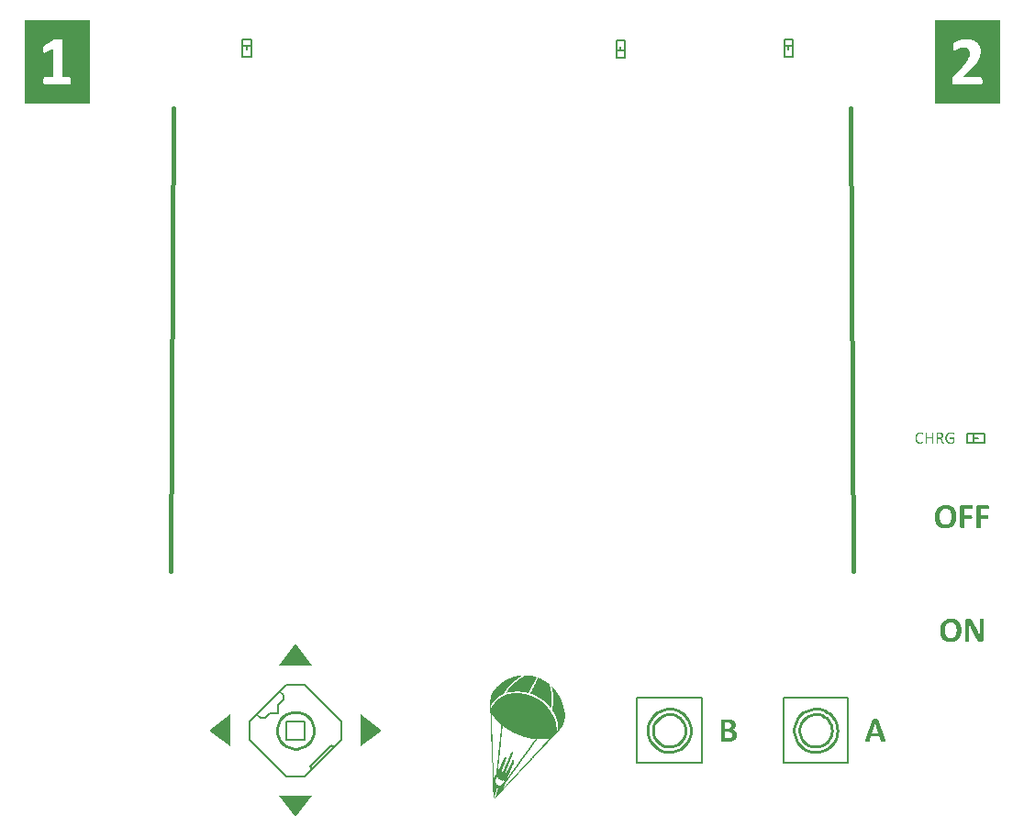
<source format=gto>
G04*
G04 #@! TF.GenerationSoftware,Altium Limited,Altium Designer,22.1.2 (22)*
G04*
G04 Layer_Color=65535*
%FSLAX25Y25*%
%MOIN*%
G70*
G04*
G04 #@! TF.SameCoordinates,C32A1214-328F-4996-A91D-0F4ED86882B3*
G04*
G04*
G04 #@! TF.FilePolarity,Positive*
G04*
G01*
G75*
%ADD10C,0.01000*%
%ADD11C,0.01575*%
%ADD12C,0.00800*%
G36*
X104331Y72835D02*
X92520D01*
X98425Y80709D01*
X104331Y72835D01*
D02*
G37*
G36*
X182776Y69198D02*
X183523D01*
Y69124D01*
X184045D01*
Y69049D01*
X184418D01*
Y68974D01*
X184791D01*
Y68900D01*
X185090D01*
Y68825D01*
X185388D01*
Y68750D01*
X185612D01*
Y68676D01*
X185911D01*
Y68601D01*
X186135D01*
Y68527D01*
X186060D01*
Y68452D01*
X185985D01*
Y68377D01*
Y68303D01*
X185911D01*
Y68228D01*
Y68153D01*
X185836D01*
Y68079D01*
Y68004D01*
X185761D01*
Y67930D01*
Y67855D01*
X185687D01*
Y67780D01*
Y67706D01*
X185612D01*
Y67631D01*
X185538D01*
Y67556D01*
Y67482D01*
X185463D01*
Y67407D01*
Y67333D01*
Y67258D01*
X185388D01*
Y67183D01*
Y67109D01*
X185314D01*
Y67034D01*
Y66959D01*
X185239D01*
Y66885D01*
Y66810D01*
X185164D01*
Y66736D01*
Y66661D01*
X185090D01*
Y66586D01*
Y66512D01*
X185015D01*
Y66437D01*
Y66362D01*
X184941D01*
Y66288D01*
X184866D01*
Y66213D01*
Y66138D01*
X184791D01*
Y66064D01*
Y65989D01*
X184717D01*
Y65915D01*
Y65840D01*
X184642D01*
Y65765D01*
Y65691D01*
X184567D01*
Y65616D01*
Y65541D01*
X184493D01*
Y65467D01*
Y65392D01*
X184418D01*
Y65318D01*
Y65243D01*
X184344D01*
Y65168D01*
X184269D01*
Y65094D01*
Y65019D01*
X184194D01*
Y64944D01*
Y64870D01*
X184120D01*
Y64795D01*
Y64721D01*
X184045D01*
Y64646D01*
Y64571D01*
X183970D01*
Y64497D01*
Y64422D01*
X183896D01*
Y64347D01*
Y64273D01*
X183821D01*
Y64198D01*
Y64124D01*
X183747D01*
Y64049D01*
Y63974D01*
X183672D01*
Y63900D01*
Y63825D01*
X183597D01*
Y63750D01*
Y63676D01*
X183523D01*
Y63601D01*
Y63527D01*
X183448D01*
Y63452D01*
Y63377D01*
X183373D01*
Y63303D01*
Y63228D01*
X183299D01*
Y63153D01*
Y63079D01*
X183224D01*
Y63004D01*
Y62930D01*
X183150D01*
Y62855D01*
X182851D01*
Y62930D01*
X182478D01*
Y63004D01*
X182030D01*
Y63079D01*
X181582D01*
Y63153D01*
X181284D01*
Y63228D01*
X180836D01*
Y63303D01*
X180239D01*
Y63377D01*
X177926D01*
Y63303D01*
X177105D01*
Y63228D01*
X176433D01*
Y63153D01*
X176060D01*
Y63079D01*
X175687D01*
Y63004D01*
X175463D01*
Y62930D01*
X175165D01*
Y62855D01*
X175015D01*
Y62930D01*
X175090D01*
Y63004D01*
Y63079D01*
X175165D01*
Y63153D01*
Y63228D01*
X175239D01*
Y63303D01*
X175314D01*
Y63377D01*
Y63452D01*
X175389D01*
Y63527D01*
X175463D01*
Y63601D01*
Y63676D01*
X175538D01*
Y63750D01*
Y63825D01*
X175612D01*
Y63900D01*
X175687D01*
Y63974D01*
Y64049D01*
X175762D01*
Y64124D01*
X175836D01*
Y64198D01*
Y64273D01*
X175911D01*
Y64347D01*
X175986D01*
Y64422D01*
X176060D01*
Y64497D01*
Y64571D01*
X176135D01*
Y64646D01*
X176209D01*
Y64721D01*
X176284D01*
Y64795D01*
X176359D01*
Y64870D01*
Y64944D01*
X176433D01*
Y65019D01*
X176508D01*
Y65094D01*
X176583D01*
Y65168D01*
X176657D01*
Y65243D01*
X176732D01*
Y65318D01*
X176806D01*
Y65392D01*
X176881D01*
Y65467D01*
X176956D01*
Y65541D01*
X177030D01*
Y65616D01*
X177105D01*
Y65691D01*
X177180D01*
Y65765D01*
X177254D01*
Y65840D01*
X177329D01*
Y65915D01*
X177403D01*
Y65989D01*
X177478D01*
Y66064D01*
X177553D01*
Y66138D01*
X177702D01*
Y66213D01*
X177777D01*
Y66288D01*
X177851D01*
Y66362D01*
X177926D01*
Y66437D01*
X178000D01*
Y66512D01*
X178150D01*
Y66586D01*
X178224D01*
Y66661D01*
X178299D01*
Y66736D01*
X178374D01*
Y66810D01*
X178448D01*
Y66885D01*
X178523D01*
Y66959D01*
X178597D01*
Y67034D01*
X178672D01*
Y67109D01*
X178747D01*
Y67183D01*
X178821D01*
Y67258D01*
X178971D01*
Y67333D01*
X179045D01*
Y67407D01*
X179120D01*
Y67482D01*
X179269D01*
Y67556D01*
X179344D01*
Y67631D01*
X179418D01*
Y67706D01*
X179568D01*
Y67780D01*
X179642D01*
Y67855D01*
X179791D01*
Y67930D01*
X179866D01*
Y68004D01*
X180015D01*
Y68079D01*
X180165D01*
Y68153D01*
X180314D01*
Y68228D01*
X180388D01*
Y68303D01*
X180538D01*
Y68377D01*
X180612D01*
Y68452D01*
X180762D01*
Y68527D01*
X180836D01*
Y68601D01*
X180985D01*
Y68676D01*
X181135D01*
Y68750D01*
X181209D01*
Y68825D01*
X181359D01*
Y68900D01*
X181508D01*
Y68974D01*
X181657D01*
Y69049D01*
X181732D01*
Y69124D01*
X181881D01*
Y69198D01*
X182030D01*
Y69273D01*
X182776D01*
Y69198D01*
D02*
G37*
G36*
X186732Y68303D02*
X186881D01*
Y68228D01*
X187105D01*
Y68153D01*
X187254D01*
Y68079D01*
X187478D01*
Y68004D01*
X187627D01*
Y67930D01*
X187776D01*
Y67855D01*
X187926D01*
Y67780D01*
X188075D01*
Y67706D01*
X188224D01*
Y67631D01*
X188373D01*
Y67556D01*
X188523D01*
Y67482D01*
X188597D01*
Y67407D01*
X188746D01*
Y67333D01*
X188896D01*
Y67258D01*
X189045D01*
Y67183D01*
X189120D01*
Y67109D01*
X189269D01*
Y67034D01*
X189344D01*
Y66959D01*
X189493D01*
Y66885D01*
X189567D01*
Y66810D01*
X189717D01*
Y66736D01*
X189791D01*
Y66661D01*
X189866D01*
Y66586D01*
X190015D01*
Y66512D01*
X190090D01*
Y66437D01*
X190239D01*
Y66362D01*
X190314D01*
Y66288D01*
X190463D01*
Y66213D01*
X190538D01*
Y66138D01*
X190612D01*
Y66064D01*
X190687D01*
Y65989D01*
X190761D01*
Y65915D01*
Y65840D01*
Y65765D01*
Y65691D01*
Y65616D01*
X190836D01*
Y65541D01*
Y65467D01*
Y65392D01*
X190911D01*
Y65318D01*
Y65243D01*
Y65168D01*
Y65094D01*
X190985D01*
Y65019D01*
Y64944D01*
Y64870D01*
Y64795D01*
X191060D01*
Y64721D01*
Y64646D01*
Y64571D01*
Y64497D01*
X191135D01*
Y64422D01*
Y64347D01*
Y64273D01*
Y64198D01*
Y64124D01*
X191209D01*
Y64049D01*
Y63974D01*
Y63900D01*
Y63825D01*
Y63750D01*
X191284D01*
Y63676D01*
X191209D01*
Y63601D01*
X191284D01*
Y63527D01*
Y63452D01*
Y63377D01*
Y63303D01*
Y63228D01*
Y63153D01*
X191358D01*
Y63079D01*
X191284D01*
Y63004D01*
X191358D01*
Y62930D01*
Y62855D01*
Y62780D01*
Y62706D01*
Y62631D01*
Y62556D01*
Y62482D01*
X191433D01*
Y62407D01*
Y62333D01*
Y62258D01*
Y62183D01*
Y62109D01*
Y62034D01*
X191508D01*
Y61959D01*
Y61885D01*
Y61810D01*
Y61736D01*
Y61661D01*
Y61586D01*
Y61512D01*
Y61437D01*
Y61362D01*
Y61288D01*
Y61213D01*
Y61139D01*
X191582D01*
Y61064D01*
Y60989D01*
Y60915D01*
Y60840D01*
Y60765D01*
Y60691D01*
Y60616D01*
Y60542D01*
Y60467D01*
Y60392D01*
Y60318D01*
Y60243D01*
Y60168D01*
Y60094D01*
Y60019D01*
Y59945D01*
Y59870D01*
X191508D01*
Y59795D01*
Y59721D01*
Y59646D01*
Y59571D01*
Y59497D01*
Y59422D01*
Y59348D01*
Y59273D01*
X191433D01*
Y59198D01*
Y59124D01*
Y59049D01*
Y58974D01*
Y58900D01*
X191358D01*
Y58825D01*
Y58750D01*
Y58676D01*
Y58601D01*
Y58527D01*
Y58452D01*
X191284D01*
Y58377D01*
X191358D01*
Y58303D01*
X191284D01*
Y58228D01*
Y58154D01*
Y58079D01*
Y58004D01*
Y57930D01*
Y57855D01*
X191209D01*
Y57780D01*
Y57706D01*
Y57631D01*
Y57556D01*
Y57482D01*
Y57407D01*
X191060D01*
Y57482D01*
Y57556D01*
X190985D01*
Y57631D01*
X190911D01*
Y57706D01*
X190836D01*
Y57780D01*
X190761D01*
Y57855D01*
Y57930D01*
X190687D01*
Y58004D01*
X190612D01*
Y58079D01*
X190538D01*
Y58154D01*
X190463D01*
Y58228D01*
X190388D01*
Y58303D01*
X190314D01*
Y58377D01*
X190239D01*
Y58452D01*
Y58527D01*
X190164D01*
Y58601D01*
X190090D01*
Y58676D01*
X190015D01*
Y58750D01*
X189941D01*
Y58825D01*
X189866D01*
Y58900D01*
X189791D01*
Y58974D01*
X189717D01*
Y59049D01*
X189642D01*
Y59124D01*
X189493D01*
Y59198D01*
Y59273D01*
X189344D01*
Y59348D01*
X189269D01*
Y59422D01*
X189194D01*
Y59497D01*
X189120D01*
Y59571D01*
X189045D01*
Y59646D01*
X188970D01*
Y59721D01*
X188896D01*
Y59795D01*
X188746D01*
Y59870D01*
X188672D01*
Y59945D01*
X188597D01*
Y60019D01*
X188523D01*
Y60094D01*
X188448D01*
Y60168D01*
X188373D01*
Y60243D01*
X188224D01*
Y60318D01*
X188149D01*
Y60392D01*
X188000D01*
Y60467D01*
X187926D01*
Y60542D01*
X187776D01*
Y60616D01*
X187702D01*
Y60691D01*
X187552D01*
Y60765D01*
X187478D01*
Y60840D01*
X187329D01*
Y60915D01*
X187254D01*
Y60989D01*
X187105D01*
Y61064D01*
X186955D01*
Y61139D01*
X186881D01*
Y61213D01*
X186732D01*
Y61288D01*
X186582D01*
Y61362D01*
X186508D01*
Y61437D01*
X186358D01*
Y61512D01*
X186209D01*
Y61586D01*
X186135D01*
Y61661D01*
X185985D01*
Y61736D01*
X185836D01*
Y61810D01*
X185687D01*
Y61885D01*
X185538D01*
Y61959D01*
X185388D01*
Y62034D01*
X185164D01*
Y62109D01*
X185015D01*
Y62183D01*
X184866D01*
Y62258D01*
X184642D01*
Y62333D01*
X184493D01*
Y62407D01*
X184269D01*
Y62482D01*
X184120D01*
Y62556D01*
X183821D01*
Y62631D01*
X183747D01*
Y62706D01*
X183821D01*
Y62780D01*
Y62855D01*
X183896D01*
Y62930D01*
Y63004D01*
X183970D01*
Y63079D01*
Y63153D01*
X184045D01*
Y63228D01*
X184120D01*
Y63303D01*
Y63377D01*
Y63452D01*
X184194D01*
Y63527D01*
Y63601D01*
X184269D01*
Y63676D01*
Y63750D01*
X184344D01*
Y63825D01*
Y63900D01*
X184418D01*
Y63974D01*
Y64049D01*
X184493D01*
Y64124D01*
Y64198D01*
X184567D01*
Y64273D01*
Y64347D01*
X184642D01*
Y64422D01*
Y64497D01*
Y64571D01*
X184717D01*
Y64646D01*
X184791D01*
Y64721D01*
Y64795D01*
X184866D01*
Y64870D01*
Y64944D01*
X184941D01*
Y65019D01*
Y65094D01*
X185015D01*
Y65168D01*
Y65243D01*
X185090D01*
Y65318D01*
Y65392D01*
X185164D01*
Y65467D01*
Y65541D01*
X185239D01*
Y65616D01*
Y65691D01*
X185314D01*
Y65765D01*
Y65840D01*
X185388D01*
Y65915D01*
Y65989D01*
X185463D01*
Y66064D01*
Y66138D01*
X185538D01*
Y66213D01*
Y66288D01*
X185612D01*
Y66362D01*
Y66437D01*
X185687D01*
Y66512D01*
X185761D01*
Y66586D01*
Y66661D01*
X185836D01*
Y66736D01*
Y66810D01*
X185911D01*
Y66885D01*
Y66959D01*
Y67034D01*
X185985D01*
Y67109D01*
Y67183D01*
X186060D01*
Y67258D01*
Y67333D01*
X186135D01*
Y67407D01*
Y67482D01*
X186209D01*
Y67556D01*
Y67631D01*
Y67706D01*
X186284D01*
Y67780D01*
Y67855D01*
X186358D01*
Y67930D01*
Y68004D01*
X186433D01*
Y68079D01*
Y68153D01*
X186508D01*
Y68228D01*
Y68303D01*
Y68377D01*
X186732D01*
Y68303D01*
D02*
G37*
G36*
X129921Y49213D02*
X122047Y43307D01*
Y55118D01*
X129921Y49213D01*
D02*
G37*
G36*
X74803Y43307D02*
X66929Y49213D01*
X74803Y55118D01*
Y43307D01*
D02*
G37*
G36*
X181060Y69198D02*
X180911D01*
Y69124D01*
X180762D01*
Y69049D01*
X180612D01*
Y68974D01*
X180538D01*
Y68900D01*
X180388D01*
Y68825D01*
X180314D01*
Y68750D01*
X180165D01*
Y68676D01*
X180090D01*
Y68601D01*
X179941D01*
Y68527D01*
X179791D01*
Y68452D01*
X179717D01*
Y68377D01*
X179568D01*
Y68303D01*
X179493D01*
Y68228D01*
X179344D01*
Y68153D01*
X179194D01*
Y68079D01*
X179120D01*
Y68004D01*
X178971D01*
Y67930D01*
X178896D01*
Y67855D01*
X178821D01*
Y67780D01*
X178672D01*
Y67706D01*
X178597D01*
Y67631D01*
X178523D01*
Y67556D01*
X178374D01*
Y67482D01*
X178299D01*
Y67407D01*
X178224D01*
Y67333D01*
X178150D01*
Y67258D01*
X178000D01*
Y67183D01*
X177926D01*
Y67109D01*
X177851D01*
Y67034D01*
X177777D01*
Y66959D01*
X177702D01*
Y66885D01*
X177627D01*
Y66810D01*
X177478D01*
Y66736D01*
X177403D01*
Y66661D01*
X177329D01*
Y66586D01*
X177254D01*
Y66512D01*
X177180D01*
Y66437D01*
X177105D01*
Y66362D01*
X177030D01*
Y66288D01*
X176956D01*
Y66213D01*
X176881D01*
Y66138D01*
X176806D01*
Y66064D01*
X176732D01*
Y65989D01*
X176657D01*
Y65915D01*
X176583D01*
Y65840D01*
X176508D01*
Y65765D01*
X176433D01*
Y65691D01*
X176359D01*
Y65616D01*
X176284D01*
Y65541D01*
X176209D01*
Y65467D01*
X176135D01*
Y65392D01*
X176060D01*
Y65318D01*
X175986D01*
Y65243D01*
X175911D01*
Y65168D01*
X175836D01*
Y65094D01*
Y65019D01*
X175762D01*
Y64944D01*
X175687D01*
Y64870D01*
X175612D01*
Y64795D01*
X175538D01*
Y64721D01*
X175463D01*
Y64646D01*
Y64571D01*
X175389D01*
Y64497D01*
X175314D01*
Y64422D01*
Y64347D01*
X175239D01*
Y64273D01*
X175165D01*
Y64198D01*
Y64124D01*
X175090D01*
Y64049D01*
X175015D01*
Y63974D01*
Y63900D01*
X174941D01*
Y63825D01*
X174866D01*
Y63750D01*
Y63676D01*
X174792D01*
Y63601D01*
X174717D01*
Y63527D01*
Y63452D01*
X174642D01*
Y63377D01*
X174568D01*
Y63303D01*
Y63228D01*
X174493D01*
Y63153D01*
X174418D01*
Y63079D01*
Y63004D01*
X174344D01*
Y62930D01*
Y62855D01*
X174269D01*
Y62780D01*
X174195D01*
Y62706D01*
Y62631D01*
X174120D01*
Y62556D01*
Y62482D01*
X173971D01*
Y62407D01*
X173821D01*
Y62333D01*
X173672D01*
Y62258D01*
X173523D01*
Y62183D01*
X173374D01*
Y62109D01*
X173299D01*
Y62034D01*
X173150D01*
Y61959D01*
X173001D01*
Y61885D01*
X172926D01*
Y61810D01*
X172777D01*
Y61736D01*
X172702D01*
Y61661D01*
X172553D01*
Y61586D01*
X172478D01*
Y61512D01*
X172329D01*
Y61437D01*
X172254D01*
Y61362D01*
X172180D01*
Y61288D01*
X172030D01*
Y61213D01*
X171956D01*
Y61139D01*
X171881D01*
Y61064D01*
X171806D01*
Y60989D01*
X171732D01*
Y60915D01*
X171583D01*
Y60840D01*
X171508D01*
Y60765D01*
X171433D01*
Y60691D01*
X171359D01*
Y60616D01*
X171284D01*
Y60542D01*
X171209D01*
Y60467D01*
X171135D01*
Y60392D01*
X171060D01*
Y60318D01*
X170986D01*
Y60243D01*
X170911D01*
Y60168D01*
Y60094D01*
X170836D01*
Y60019D01*
X170762D01*
Y59945D01*
X170687D01*
Y59870D01*
X170612D01*
Y59795D01*
X170538D01*
Y59721D01*
X170463D01*
Y59646D01*
X170389D01*
Y59571D01*
X170314D01*
Y59497D01*
X170239D01*
Y59422D01*
Y59348D01*
X170165D01*
Y59273D01*
X170090D01*
Y59198D01*
X170015D01*
Y59124D01*
X169941D01*
Y59049D01*
Y58974D01*
X169866D01*
Y58900D01*
X169792D01*
Y58825D01*
Y58750D01*
X169717D01*
Y58676D01*
Y58601D01*
X169642D01*
Y58527D01*
X169568D01*
Y58452D01*
Y58377D01*
X169493D01*
Y58303D01*
Y58228D01*
Y58154D01*
Y58079D01*
Y58004D01*
Y57930D01*
Y57855D01*
Y57780D01*
Y57706D01*
Y57631D01*
Y57556D01*
X169568D01*
Y57482D01*
X169642D01*
Y57556D01*
Y57631D01*
X169717D01*
Y57706D01*
Y57780D01*
X169792D01*
Y57855D01*
X169866D01*
Y57930D01*
Y58004D01*
X169941D01*
Y58079D01*
X170015D01*
Y58154D01*
X170090D01*
Y58228D01*
Y58303D01*
X170165D01*
Y58377D01*
X170239D01*
Y58452D01*
X170314D01*
Y58527D01*
Y58601D01*
X170389D01*
Y58676D01*
X170463D01*
Y58750D01*
X170538D01*
Y58825D01*
X170612D01*
Y58900D01*
Y58974D01*
X170687D01*
Y59049D01*
X170762D01*
Y59124D01*
X170836D01*
Y59198D01*
X170911D01*
Y59273D01*
Y59348D01*
X170986D01*
Y59422D01*
X171060D01*
Y59497D01*
X171135D01*
Y59571D01*
X171209D01*
Y59646D01*
Y59721D01*
X171284D01*
Y59795D01*
X171359D01*
Y59870D01*
X171433D01*
Y59945D01*
X171508D01*
Y60019D01*
X171583D01*
Y60094D01*
X171657D01*
Y60168D01*
X171732D01*
Y60243D01*
X171806D01*
Y60318D01*
X171881D01*
Y60392D01*
X171956D01*
Y60467D01*
X172030D01*
Y60542D01*
X172105D01*
Y60616D01*
X172254D01*
Y60691D01*
X172329D01*
Y60765D01*
X172403D01*
Y60840D01*
X172478D01*
Y60915D01*
X172627D01*
Y60989D01*
X172702D01*
Y61064D01*
X172851D01*
Y61139D01*
X172926D01*
Y61213D01*
X173001D01*
Y61288D01*
X173150D01*
Y61362D01*
X173224D01*
Y61437D01*
X173374D01*
Y61512D01*
X173448D01*
Y61586D01*
X173597D01*
Y61661D01*
X173747D01*
Y61736D01*
X173896D01*
Y61810D01*
X174045D01*
Y61885D01*
X174195D01*
Y61959D01*
X174344D01*
Y62034D01*
X174568D01*
Y62109D01*
X174717D01*
Y62183D01*
X174866D01*
Y62258D01*
X175090D01*
Y62333D01*
X175314D01*
Y62407D01*
X175612D01*
Y62482D01*
X175911D01*
Y62556D01*
X176284D01*
Y62631D01*
X176806D01*
Y62706D01*
X177627D01*
Y62780D01*
X180090D01*
Y62706D01*
X180612D01*
Y62631D01*
X181135D01*
Y62556D01*
X181582D01*
Y62482D01*
X181956D01*
Y62407D01*
X182179D01*
Y62333D01*
X182478D01*
Y62258D01*
X182702D01*
Y62183D01*
X183000D01*
Y62109D01*
X183224D01*
Y62034D01*
X183523D01*
Y61959D01*
X183672D01*
Y61885D01*
X183896D01*
Y61810D01*
X184194D01*
Y61736D01*
X184344D01*
Y61661D01*
X184567D01*
Y61586D01*
X184717D01*
Y61512D01*
X184866D01*
Y61437D01*
X185015D01*
Y61362D01*
X185239D01*
Y61288D01*
X185388D01*
Y61213D01*
X185538D01*
Y61139D01*
X185687D01*
Y61064D01*
X185761D01*
Y60989D01*
X185911D01*
Y60915D01*
X186060D01*
Y60840D01*
X186209D01*
Y60765D01*
X186358D01*
Y60691D01*
X186433D01*
Y60616D01*
X186582D01*
Y60542D01*
X186657D01*
Y60467D01*
X186806D01*
Y60392D01*
X186955D01*
Y60318D01*
X187030D01*
Y60243D01*
X187179D01*
Y60168D01*
X187254D01*
Y60094D01*
X187329D01*
Y60019D01*
X187478D01*
Y59945D01*
X187552D01*
Y59870D01*
X187627D01*
Y59795D01*
X187702D01*
Y59721D01*
X187851D01*
Y59646D01*
X187926D01*
Y59571D01*
X188000D01*
Y59497D01*
X188149D01*
Y59422D01*
X188224D01*
Y59348D01*
X188299D01*
Y59273D01*
X188373D01*
Y59198D01*
X188448D01*
Y59124D01*
X188523D01*
Y59049D01*
X188597D01*
Y58974D01*
X188746D01*
Y58900D01*
X188821D01*
Y58825D01*
X188896D01*
Y58750D01*
X188970D01*
Y58676D01*
X189045D01*
Y58601D01*
X189120D01*
Y58527D01*
X189194D01*
Y58452D01*
X189269D01*
Y58377D01*
X189344D01*
Y58303D01*
X189418D01*
Y58228D01*
X189493D01*
Y58154D01*
X189567D01*
Y58079D01*
X189642D01*
Y58004D01*
X189717D01*
Y57930D01*
X189791D01*
Y57855D01*
Y57780D01*
X189866D01*
Y57706D01*
X189941D01*
Y57631D01*
X190015D01*
Y57556D01*
X190090D01*
Y57482D01*
Y57407D01*
X190164D01*
Y57333D01*
X190239D01*
Y57258D01*
X190314D01*
Y57183D01*
X190388D01*
Y57109D01*
X190463D01*
Y57034D01*
Y56959D01*
X190538D01*
Y56885D01*
X190612D01*
Y56810D01*
Y56736D01*
X190687D01*
Y56661D01*
X190761D01*
Y56586D01*
X190836D01*
Y56512D01*
Y56437D01*
X190911D01*
Y56362D01*
X190985D01*
Y56288D01*
X191060D01*
Y56213D01*
Y56139D01*
X191135D01*
Y56064D01*
Y55989D01*
X191209D01*
Y55915D01*
X191284D01*
Y55840D01*
Y55765D01*
X191358D01*
Y55691D01*
Y55616D01*
X191433D01*
Y55542D01*
X191508D01*
Y55467D01*
Y55392D01*
X191582D01*
Y55318D01*
Y55243D01*
X191657D01*
Y55168D01*
Y55094D01*
X191732D01*
Y55019D01*
X191806D01*
Y54945D01*
Y54870D01*
X191881D01*
Y54795D01*
Y54721D01*
X191955D01*
Y54646D01*
Y54571D01*
X192030D01*
Y54497D01*
Y54422D01*
X192105D01*
Y54348D01*
Y54273D01*
X192179D01*
Y54198D01*
Y54124D01*
X192254D01*
Y54049D01*
Y53974D01*
X192329D01*
Y53900D01*
Y53825D01*
X192403D01*
Y53751D01*
Y53676D01*
X192478D01*
Y53601D01*
Y53527D01*
X192552D01*
Y53452D01*
Y53377D01*
X192627D01*
Y53303D01*
Y53228D01*
X192702D01*
Y53154D01*
Y53079D01*
Y53004D01*
X192776D01*
Y52930D01*
Y52855D01*
Y52780D01*
X192851D01*
Y52706D01*
Y52631D01*
Y52557D01*
X192926D01*
Y52482D01*
Y52407D01*
Y52333D01*
Y52258D01*
Y52184D01*
X193000D01*
Y52109D01*
Y52034D01*
Y51960D01*
Y51885D01*
X193075D01*
Y51810D01*
Y51736D01*
Y51661D01*
Y51587D01*
Y51512D01*
Y51437D01*
X193149D01*
Y51363D01*
Y51288D01*
Y51213D01*
Y51139D01*
Y51064D01*
Y50990D01*
X193224D01*
Y50915D01*
Y50840D01*
Y50766D01*
Y50691D01*
Y50616D01*
X193299D01*
Y50542D01*
Y50467D01*
Y50393D01*
Y50318D01*
Y50243D01*
Y50169D01*
Y50094D01*
Y50019D01*
Y49945D01*
Y49870D01*
Y49795D01*
Y49721D01*
Y49646D01*
Y49572D01*
Y49497D01*
Y49422D01*
Y49348D01*
Y49273D01*
X193224D01*
Y49198D01*
Y49124D01*
Y49049D01*
X193448D01*
Y49124D01*
Y49198D01*
X193523D01*
Y49273D01*
X193597D01*
Y49348D01*
Y49422D01*
X193672D01*
Y49497D01*
X193746D01*
Y49572D01*
Y49646D01*
X193821D01*
Y49721D01*
Y49795D01*
Y49870D01*
Y49945D01*
Y50019D01*
Y50094D01*
Y50169D01*
Y50243D01*
Y50318D01*
Y50393D01*
Y50467D01*
Y50542D01*
Y50616D01*
Y50691D01*
Y50766D01*
Y50840D01*
Y50915D01*
Y50990D01*
Y51064D01*
Y51139D01*
Y51213D01*
X193746D01*
Y51288D01*
Y51363D01*
Y51437D01*
Y51512D01*
Y51587D01*
Y51661D01*
Y51736D01*
Y51810D01*
X193672D01*
Y51885D01*
Y51960D01*
Y52034D01*
Y52109D01*
Y52184D01*
X193597D01*
Y52258D01*
Y52333D01*
Y52407D01*
Y52482D01*
Y52557D01*
X193523D01*
Y52631D01*
Y52706D01*
Y52780D01*
Y52855D01*
X193448D01*
Y52930D01*
Y53004D01*
Y53079D01*
X193373D01*
Y53154D01*
Y53228D01*
Y53303D01*
X193299D01*
Y53377D01*
Y53452D01*
Y53527D01*
X193224D01*
Y53601D01*
Y53676D01*
X193149D01*
Y53751D01*
Y53825D01*
Y53900D01*
X193075D01*
Y53974D01*
Y54049D01*
X193000D01*
Y54124D01*
Y54198D01*
Y54273D01*
X192926D01*
Y54348D01*
Y54422D01*
X192851D01*
Y54497D01*
Y54571D01*
Y54646D01*
X192776D01*
Y54721D01*
Y54795D01*
X192702D01*
Y54870D01*
Y54945D01*
X192627D01*
Y55019D01*
Y55094D01*
X192552D01*
Y55168D01*
Y55243D01*
X192478D01*
Y55318D01*
Y55392D01*
X192403D01*
Y55467D01*
Y55542D01*
X192329D01*
Y55616D01*
Y55691D01*
X192254D01*
Y55765D01*
Y55840D01*
X192179D01*
Y55915D01*
X192105D01*
Y55989D01*
Y56064D01*
X192030D01*
Y56139D01*
Y56213D01*
X191955D01*
Y56288D01*
X191881D01*
Y56362D01*
X191806D01*
Y56437D01*
Y56512D01*
X191732D01*
Y56586D01*
X191657D01*
Y56661D01*
Y56736D01*
X191582D01*
Y56810D01*
Y56885D01*
Y56959D01*
X191657D01*
Y57034D01*
Y57109D01*
Y57183D01*
X191732D01*
Y57258D01*
Y57333D01*
Y57407D01*
Y57482D01*
X191806D01*
Y57556D01*
Y57631D01*
Y57706D01*
X191881D01*
Y57780D01*
X191806D01*
Y57855D01*
X191881D01*
Y57930D01*
Y58004D01*
Y58079D01*
Y58154D01*
Y58228D01*
Y58303D01*
X191955D01*
Y58377D01*
Y58452D01*
Y58527D01*
Y58601D01*
Y58676D01*
Y58750D01*
X192030D01*
Y58825D01*
Y58900D01*
Y58974D01*
Y59049D01*
Y59124D01*
Y59198D01*
Y59273D01*
X192105D01*
Y59348D01*
Y59422D01*
Y59497D01*
Y59571D01*
Y59646D01*
Y59721D01*
Y59795D01*
Y59870D01*
X192179D01*
Y59945D01*
Y60019D01*
Y60094D01*
Y60168D01*
Y60243D01*
Y60318D01*
Y60392D01*
Y60467D01*
Y60542D01*
Y60616D01*
Y60691D01*
Y60765D01*
Y60840D01*
Y60915D01*
Y60989D01*
Y61064D01*
Y61139D01*
Y61213D01*
Y61288D01*
Y61362D01*
Y61437D01*
Y61512D01*
Y61586D01*
X192105D01*
Y61661D01*
Y61736D01*
Y61810D01*
Y61885D01*
Y61959D01*
Y62034D01*
Y62109D01*
Y62183D01*
Y62258D01*
Y62333D01*
Y62407D01*
Y62482D01*
X192030D01*
Y62556D01*
Y62631D01*
Y62706D01*
Y62780D01*
Y62855D01*
Y62930D01*
X191955D01*
Y63004D01*
Y63079D01*
Y63153D01*
Y63228D01*
X191881D01*
Y63303D01*
Y63377D01*
Y63452D01*
Y63527D01*
Y63601D01*
X191806D01*
Y63676D01*
Y63750D01*
Y63825D01*
Y63900D01*
Y63974D01*
X191732D01*
Y64049D01*
Y64124D01*
Y64198D01*
Y64273D01*
Y64347D01*
Y64422D01*
X191657D01*
Y64497D01*
Y64571D01*
Y64646D01*
Y64721D01*
Y64795D01*
Y64870D01*
Y64944D01*
X191582D01*
Y65019D01*
Y65094D01*
Y65168D01*
Y65243D01*
X191508D01*
Y65318D01*
X191582D01*
Y65243D01*
X191657D01*
Y65168D01*
X191732D01*
Y65094D01*
X191806D01*
Y65019D01*
X191881D01*
Y64944D01*
Y64870D01*
X191955D01*
Y64795D01*
X192030D01*
Y64721D01*
X192105D01*
Y64646D01*
X192179D01*
Y64571D01*
X192254D01*
Y64497D01*
X192329D01*
Y64422D01*
X192403D01*
Y64347D01*
X192478D01*
Y64273D01*
X192552D01*
Y64198D01*
X192627D01*
Y64124D01*
Y64049D01*
X192702D01*
Y63974D01*
X192776D01*
Y63900D01*
X192851D01*
Y63825D01*
X192926D01*
Y63750D01*
Y63676D01*
X193000D01*
Y63601D01*
X193075D01*
Y63527D01*
X193149D01*
Y63452D01*
Y63377D01*
X193224D01*
Y63303D01*
X193299D01*
Y63228D01*
X193373D01*
Y63153D01*
Y63079D01*
X193448D01*
Y63004D01*
X193523D01*
Y62930D01*
Y62855D01*
X193597D01*
Y62780D01*
X193672D01*
Y62706D01*
Y62631D01*
X193746D01*
Y62556D01*
X193821D01*
Y62482D01*
Y62407D01*
X193896D01*
Y62333D01*
Y62258D01*
X193970D01*
Y62183D01*
X194045D01*
Y62109D01*
Y62034D01*
X194120D01*
Y61959D01*
Y61885D01*
X194194D01*
Y61810D01*
X194269D01*
Y61736D01*
Y61661D01*
X194343D01*
Y61586D01*
Y61512D01*
X194418D01*
Y61437D01*
Y61362D01*
X194493D01*
Y61288D01*
Y61213D01*
X194567D01*
Y61139D01*
Y61064D01*
X194642D01*
Y60989D01*
Y60915D01*
X194717D01*
Y60840D01*
Y60765D01*
X194791D01*
Y60691D01*
Y60616D01*
X194866D01*
Y60542D01*
Y60467D01*
X194940D01*
Y60392D01*
Y60318D01*
Y60243D01*
X195015D01*
Y60168D01*
Y60094D01*
X195090D01*
Y60019D01*
Y59945D01*
X195164D01*
Y59870D01*
Y59795D01*
Y59721D01*
X195239D01*
Y59646D01*
Y59571D01*
Y59497D01*
X195314D01*
Y59422D01*
Y59348D01*
X195388D01*
Y59273D01*
Y59198D01*
Y59124D01*
X195463D01*
Y59049D01*
Y58974D01*
Y58900D01*
X195537D01*
Y58825D01*
Y58750D01*
Y58676D01*
Y58601D01*
X195612D01*
Y58527D01*
Y58452D01*
Y58377D01*
X195687D01*
Y58303D01*
Y58228D01*
Y58154D01*
Y58079D01*
X195761D01*
Y58004D01*
Y57930D01*
Y57855D01*
Y57780D01*
X195836D01*
Y57706D01*
Y57631D01*
Y57556D01*
X195911D01*
Y57482D01*
Y57407D01*
Y57333D01*
Y57258D01*
X195985D01*
Y57183D01*
Y57109D01*
Y57034D01*
X196060D01*
Y56959D01*
Y56885D01*
Y56810D01*
Y56736D01*
Y56661D01*
X196134D01*
Y56586D01*
Y56512D01*
Y56437D01*
Y56362D01*
Y56288D01*
X196209D01*
Y56213D01*
Y56139D01*
Y56064D01*
Y55989D01*
Y55915D01*
X196284D01*
Y55840D01*
Y55765D01*
Y55691D01*
Y55616D01*
Y55542D01*
Y55467D01*
Y55392D01*
Y55318D01*
Y55243D01*
Y55168D01*
X196358D01*
Y55094D01*
Y55019D01*
Y54945D01*
Y54870D01*
Y54795D01*
Y54721D01*
Y54646D01*
Y54571D01*
Y54497D01*
Y54422D01*
Y54348D01*
Y54273D01*
Y54198D01*
Y54124D01*
Y54049D01*
Y53974D01*
Y53900D01*
Y53825D01*
Y53751D01*
X196284D01*
Y53676D01*
Y53601D01*
Y53527D01*
Y53452D01*
Y53377D01*
X196209D01*
Y53303D01*
Y53228D01*
Y53154D01*
Y53079D01*
Y53004D01*
X196134D01*
Y52930D01*
Y52855D01*
Y52780D01*
Y52706D01*
Y52631D01*
X196060D01*
Y52557D01*
Y52482D01*
X195985D01*
Y52407D01*
Y52333D01*
Y52258D01*
Y52184D01*
Y52109D01*
X195911D01*
Y52034D01*
Y51960D01*
X195836D01*
Y51885D01*
Y51810D01*
Y51736D01*
Y51661D01*
X195761D01*
Y51587D01*
Y51512D01*
X195687D01*
Y51437D01*
Y51363D01*
X195612D01*
Y51288D01*
Y51213D01*
X195537D01*
Y51139D01*
Y51064D01*
X195463D01*
Y50990D01*
Y50915D01*
X195388D01*
Y50840D01*
Y50766D01*
X195314D01*
Y50691D01*
Y50616D01*
X195239D01*
Y50542D01*
X195164D01*
Y50467D01*
Y50393D01*
X195090D01*
Y50318D01*
X195015D01*
Y50243D01*
Y50169D01*
X194940D01*
Y50094D01*
X194866D01*
Y50019D01*
X194791D01*
Y49945D01*
Y49870D01*
X194717D01*
Y49795D01*
X194642D01*
Y49721D01*
X194567D01*
Y49646D01*
X194493D01*
Y49572D01*
X194418D01*
Y49497D01*
Y49422D01*
X194343D01*
Y49348D01*
X194269D01*
Y49273D01*
X194194D01*
Y49198D01*
X194120D01*
Y49124D01*
X194045D01*
Y49049D01*
Y48975D01*
X193970D01*
Y48900D01*
X193821D01*
Y48825D01*
Y48751D01*
X193746D01*
Y48676D01*
X193672D01*
Y48601D01*
X193597D01*
Y48527D01*
X193523D01*
Y48452D01*
X193448D01*
Y48378D01*
X193373D01*
Y48303D01*
X193299D01*
Y48228D01*
X193224D01*
Y48154D01*
Y48079D01*
X193149D01*
Y48004D01*
X193075D01*
Y47930D01*
X193000D01*
Y47855D01*
X192926D01*
Y47781D01*
X192851D01*
Y47706D01*
X192776D01*
Y47631D01*
X192702D01*
Y47557D01*
X192627D01*
Y47482D01*
X192552D01*
Y47407D01*
X192478D01*
Y47333D01*
Y47258D01*
X192403D01*
Y47184D01*
X192329D01*
Y47109D01*
X192254D01*
Y47034D01*
X192179D01*
Y46960D01*
X192105D01*
Y46885D01*
X192030D01*
Y46810D01*
X191955D01*
Y46736D01*
X191881D01*
Y46661D01*
X191806D01*
Y46587D01*
X191732D01*
Y46512D01*
X191657D01*
Y46437D01*
X191582D01*
Y46363D01*
X191508D01*
Y46288D01*
X191433D01*
Y46213D01*
X191358D01*
Y46139D01*
X191284D01*
Y46064D01*
Y45990D01*
X191209D01*
Y45915D01*
X191135D01*
Y45840D01*
X191060D01*
Y45766D01*
X190985D01*
Y45691D01*
X190911D01*
Y45616D01*
X190836D01*
Y45542D01*
X190761D01*
Y45467D01*
X190687D01*
Y45393D01*
X190612D01*
Y45318D01*
X190538D01*
Y45243D01*
X190463D01*
Y45169D01*
X190388D01*
Y45094D01*
X190314D01*
Y45020D01*
X190239D01*
Y44945D01*
X190164D01*
Y44870D01*
X190090D01*
Y44796D01*
X190015D01*
Y44721D01*
Y44646D01*
X189941D01*
Y44572D01*
X189866D01*
Y44497D01*
X189791D01*
Y44422D01*
X189717D01*
Y44348D01*
X189642D01*
Y44273D01*
X189567D01*
Y44199D01*
X189493D01*
Y44124D01*
X189418D01*
Y44049D01*
X189344D01*
Y43975D01*
X189269D01*
Y43900D01*
X189194D01*
Y43826D01*
X189120D01*
Y43751D01*
X189045D01*
Y43676D01*
X188970D01*
Y43602D01*
X188896D01*
Y43527D01*
Y43452D01*
X188821D01*
Y43378D01*
X188746D01*
Y43303D01*
X188672D01*
Y43228D01*
X188597D01*
Y43154D01*
X188523D01*
Y43079D01*
X188448D01*
Y43005D01*
X188373D01*
Y42930D01*
X188299D01*
Y42855D01*
X188224D01*
Y42781D01*
X188149D01*
Y42706D01*
X188075D01*
Y42631D01*
X188000D01*
Y42557D01*
X187926D01*
Y42482D01*
X187851D01*
Y42408D01*
Y42333D01*
X187776D01*
Y42258D01*
X187702D01*
Y42184D01*
X187627D01*
Y42109D01*
X187552D01*
Y42034D01*
X187478D01*
Y41960D01*
X187403D01*
Y41885D01*
X187329D01*
Y41811D01*
X187254D01*
Y41736D01*
X187179D01*
Y41661D01*
X187105D01*
Y41587D01*
X187030D01*
Y41512D01*
X186955D01*
Y41437D01*
X186881D01*
Y41363D01*
X186806D01*
Y41288D01*
X186732D01*
Y41214D01*
X186657D01*
Y41139D01*
X186582D01*
Y41064D01*
Y40990D01*
X186508D01*
Y40915D01*
X186433D01*
Y40840D01*
X186358D01*
Y40766D01*
X186284D01*
Y40691D01*
X186135D01*
Y40617D01*
Y40542D01*
X186060D01*
Y40467D01*
X185985D01*
Y40393D01*
X185911D01*
Y40318D01*
X185836D01*
Y40243D01*
X185761D01*
Y40169D01*
X185687D01*
Y40094D01*
X185612D01*
Y40020D01*
X185538D01*
Y39945D01*
Y39870D01*
X185463D01*
Y39796D01*
X185388D01*
Y39721D01*
X185314D01*
Y39646D01*
X185164D01*
Y39572D01*
Y39497D01*
X185090D01*
Y39423D01*
X185015D01*
Y39348D01*
X184941D01*
Y39273D01*
X184866D01*
Y39199D01*
X184791D01*
Y39124D01*
X184717D01*
Y39049D01*
X184642D01*
Y38975D01*
X184567D01*
Y38900D01*
X184493D01*
Y38826D01*
X184418D01*
Y38751D01*
X184344D01*
Y38676D01*
X184269D01*
Y38602D01*
X184194D01*
Y38527D01*
X184120D01*
Y38452D01*
X184045D01*
Y38378D01*
X183970D01*
Y38303D01*
Y38228D01*
X183896D01*
Y38154D01*
X183821D01*
Y38079D01*
X183747D01*
Y38005D01*
X183672D01*
Y37930D01*
X183597D01*
Y37855D01*
X183523D01*
Y37781D01*
X183448D01*
Y37706D01*
X183373D01*
Y37631D01*
X183299D01*
Y37557D01*
X183224D01*
Y37482D01*
X183150D01*
Y37408D01*
X183075D01*
Y37333D01*
X183000D01*
Y37258D01*
X182926D01*
Y37184D01*
X182851D01*
Y37109D01*
Y37034D01*
X182776D01*
Y36960D01*
X182702D01*
Y36885D01*
X182627D01*
Y36811D01*
X182553D01*
Y36736D01*
X182478D01*
Y36661D01*
X182403D01*
Y36587D01*
X182329D01*
Y36512D01*
X182254D01*
Y36437D01*
X182179D01*
Y36363D01*
X182105D01*
Y36288D01*
X182030D01*
Y36214D01*
X181956D01*
Y36139D01*
X181881D01*
Y36064D01*
X181806D01*
Y35990D01*
X181732D01*
Y35915D01*
Y35840D01*
X181657D01*
Y35766D01*
X181582D01*
Y35691D01*
X181508D01*
Y35617D01*
X181433D01*
Y35542D01*
X181359D01*
Y35467D01*
X181284D01*
Y35393D01*
X181209D01*
Y35318D01*
X181135D01*
Y35243D01*
X181060D01*
Y35169D01*
X180985D01*
Y35094D01*
X180911D01*
Y35020D01*
X180836D01*
Y34945D01*
X180762D01*
Y34870D01*
X180687D01*
Y34796D01*
X180612D01*
Y34721D01*
X180538D01*
Y34646D01*
X180463D01*
Y34572D01*
X180388D01*
Y34497D01*
Y34423D01*
X180314D01*
Y34348D01*
X180239D01*
Y34273D01*
X180165D01*
Y34199D01*
X180090D01*
Y34124D01*
X180015D01*
Y34049D01*
X179941D01*
Y33975D01*
X179866D01*
Y33900D01*
X179791D01*
Y33826D01*
X179717D01*
Y33751D01*
X179642D01*
Y33676D01*
X179568D01*
Y33602D01*
X179493D01*
Y33527D01*
X179418D01*
Y33452D01*
X179344D01*
Y33378D01*
X179269D01*
Y33303D01*
Y33229D01*
X179194D01*
Y33154D01*
X179120D01*
Y33079D01*
X179045D01*
Y33005D01*
X178971D01*
Y32930D01*
X178896D01*
Y32855D01*
X178821D01*
Y32781D01*
X178747D01*
Y32706D01*
X178672D01*
Y32632D01*
X178597D01*
Y32557D01*
X178523D01*
Y32482D01*
X178448D01*
Y32408D01*
X178374D01*
Y32333D01*
X178299D01*
Y32258D01*
X178224D01*
Y32184D01*
Y32109D01*
X178150D01*
Y32035D01*
X178075D01*
Y31960D01*
X178000D01*
Y31885D01*
X177926D01*
Y31811D01*
X177777D01*
Y31736D01*
Y31661D01*
X177702D01*
Y31587D01*
X177627D01*
Y31512D01*
X177553D01*
Y31438D01*
X177478D01*
Y31363D01*
X177403D01*
Y31288D01*
X177329D01*
Y31214D01*
X177254D01*
Y31139D01*
X177180D01*
Y31065D01*
X177105D01*
Y30990D01*
X177030D01*
Y30915D01*
X176956D01*
Y30841D01*
X176881D01*
Y30766D01*
Y30691D01*
X176806D01*
Y30617D01*
X176732D01*
Y30542D01*
X176657D01*
Y30468D01*
X176583D01*
Y30393D01*
X176508D01*
Y30318D01*
X176433D01*
Y30244D01*
X176359D01*
Y30169D01*
X176284D01*
Y30094D01*
X176209D01*
Y30020D01*
X176135D01*
Y29945D01*
X176060D01*
Y29871D01*
X175986D01*
Y29796D01*
X175911D01*
Y29721D01*
X175836D01*
Y29647D01*
X175762D01*
Y29572D01*
Y29497D01*
X175687D01*
Y29423D01*
X175538D01*
Y29348D01*
Y29274D01*
X175463D01*
Y29199D01*
X175389D01*
Y29124D01*
X175314D01*
Y29050D01*
X175239D01*
Y28975D01*
X175165D01*
Y28900D01*
X175090D01*
Y28826D01*
X175015D01*
Y28751D01*
X174941D01*
Y28677D01*
X174866D01*
Y28602D01*
X174792D01*
Y28527D01*
X174717D01*
Y28453D01*
X174642D01*
Y28378D01*
X174568D01*
Y28303D01*
X174493D01*
Y28229D01*
X174418D01*
Y28154D01*
X174344D01*
Y28080D01*
X174269D01*
Y28005D01*
X174195D01*
Y27930D01*
Y27856D01*
X174120D01*
Y27781D01*
X174045D01*
Y27706D01*
X173971D01*
Y27632D01*
X173896D01*
Y27557D01*
X173821D01*
Y27482D01*
X173747D01*
Y27408D01*
X173672D01*
Y27333D01*
X173597D01*
Y27259D01*
X173523D01*
Y27184D01*
X173448D01*
Y27109D01*
X173374D01*
Y27035D01*
X173299D01*
Y26960D01*
X173224D01*
Y26885D01*
Y26811D01*
X173150D01*
Y26736D01*
X173075D01*
Y26662D01*
X173001D01*
Y26587D01*
X172926D01*
Y26512D01*
X172851D01*
Y26438D01*
X172777D01*
Y26363D01*
X172702D01*
Y26289D01*
X172627D01*
Y26214D01*
X172553D01*
Y26139D01*
X172478D01*
Y26065D01*
X172403D01*
Y25990D01*
X172329D01*
Y25915D01*
X172254D01*
Y25841D01*
X172180D01*
Y25766D01*
X172105D01*
Y25691D01*
X172030D01*
Y25617D01*
X171956D01*
Y25542D01*
Y25468D01*
X171881D01*
Y25393D01*
X171806D01*
Y25318D01*
X171732D01*
Y25244D01*
X171657D01*
Y25169D01*
X171583D01*
Y25094D01*
X171508D01*
Y25020D01*
X171433D01*
Y24945D01*
X171359D01*
Y24871D01*
X171284D01*
Y24796D01*
X171209D01*
Y24721D01*
X171135D01*
Y24647D01*
X171060D01*
Y24572D01*
X170986D01*
Y24497D01*
X170911D01*
Y24423D01*
X170836D01*
Y24348D01*
X170762D01*
Y24274D01*
X170687D01*
Y24199D01*
Y24124D01*
X170612D01*
Y24050D01*
X170538D01*
Y24124D01*
Y24199D01*
X170612D01*
Y24274D01*
Y24348D01*
Y24423D01*
X170687D01*
Y24497D01*
Y24572D01*
X170762D01*
Y24647D01*
X170836D01*
Y24721D01*
Y24796D01*
X170911D01*
Y24871D01*
Y24945D01*
X170986D01*
Y25020D01*
Y25094D01*
X171060D01*
Y25169D01*
Y25244D01*
X171135D01*
Y25318D01*
Y25393D01*
X171209D01*
Y25468D01*
Y25542D01*
Y25617D01*
X171284D01*
Y25691D01*
Y25766D01*
X171359D01*
Y25841D01*
Y25915D01*
Y25990D01*
X171433D01*
Y26065D01*
Y26139D01*
Y26214D01*
X171508D01*
Y26289D01*
Y26363D01*
Y26438D01*
X171583D01*
Y26512D01*
Y26587D01*
Y26662D01*
X171657D01*
Y26736D01*
Y26811D01*
Y26885D01*
X171732D01*
Y26960D01*
Y27035D01*
Y27109D01*
Y27184D01*
X171806D01*
Y27259D01*
Y27333D01*
Y27408D01*
X171881D01*
Y27482D01*
Y27557D01*
Y27632D01*
Y27706D01*
X171956D01*
Y27781D01*
Y27856D01*
Y27930D01*
Y28005D01*
Y28080D01*
Y28154D01*
Y28229D01*
Y28303D01*
X171881D01*
Y28378D01*
X171806D01*
Y28303D01*
X171732D01*
Y28229D01*
X171657D01*
Y28154D01*
Y28080D01*
X171583D01*
Y28005D01*
Y27930D01*
Y27856D01*
X171508D01*
Y27781D01*
Y27706D01*
Y27632D01*
Y27557D01*
X171433D01*
Y27482D01*
Y27408D01*
Y27333D01*
Y27259D01*
X171359D01*
Y27184D01*
Y27109D01*
Y27035D01*
X171284D01*
Y26960D01*
Y26885D01*
Y26811D01*
X171209D01*
Y26736D01*
Y26662D01*
Y26587D01*
Y26512D01*
X171135D01*
Y26438D01*
Y26363D01*
Y26289D01*
X171060D01*
Y26214D01*
Y26139D01*
Y26065D01*
X170986D01*
Y25990D01*
Y25915D01*
Y25841D01*
X170911D01*
Y25766D01*
Y25691D01*
Y25617D01*
X170836D01*
Y25542D01*
Y25468D01*
Y25393D01*
X170762D01*
Y25318D01*
Y25244D01*
Y25169D01*
X170687D01*
Y25094D01*
Y25020D01*
X170612D01*
Y24945D01*
Y24871D01*
Y24796D01*
X170538D01*
Y24721D01*
Y24647D01*
Y24572D01*
X170463D01*
Y24497D01*
Y24423D01*
Y24348D01*
X170389D01*
Y24423D01*
Y24497D01*
Y24572D01*
Y24647D01*
Y24721D01*
Y24796D01*
Y24871D01*
Y24945D01*
Y25020D01*
X170314D01*
Y25094D01*
Y25169D01*
Y25244D01*
Y25318D01*
Y25393D01*
Y25468D01*
Y25542D01*
Y25617D01*
Y25691D01*
Y25766D01*
Y25841D01*
Y25915D01*
Y25990D01*
Y26065D01*
Y26139D01*
Y26214D01*
Y26289D01*
Y26363D01*
Y26438D01*
Y26512D01*
Y26587D01*
Y26662D01*
Y26736D01*
Y26811D01*
Y26885D01*
X170239D01*
Y26960D01*
Y27035D01*
Y27109D01*
Y27184D01*
Y27259D01*
Y27333D01*
Y27408D01*
Y27482D01*
Y27557D01*
Y27632D01*
Y27706D01*
Y27781D01*
Y27856D01*
Y27930D01*
Y28005D01*
Y28080D01*
Y28154D01*
Y28229D01*
Y28303D01*
Y28378D01*
Y28453D01*
Y28527D01*
Y28602D01*
Y28677D01*
Y28751D01*
Y28826D01*
Y28900D01*
X170165D01*
Y28975D01*
Y29050D01*
Y29124D01*
Y29199D01*
Y29274D01*
Y29348D01*
Y29423D01*
Y29497D01*
Y29572D01*
Y29647D01*
Y29721D01*
Y29796D01*
Y29871D01*
Y29945D01*
Y30020D01*
Y30094D01*
Y30169D01*
Y30244D01*
Y30318D01*
Y30393D01*
Y30468D01*
Y30542D01*
Y30617D01*
Y30691D01*
Y30766D01*
Y30841D01*
Y30915D01*
Y30990D01*
Y31065D01*
Y31139D01*
Y31214D01*
Y31288D01*
Y31363D01*
X170090D01*
Y31438D01*
Y31512D01*
Y31587D01*
Y31661D01*
Y31736D01*
Y31811D01*
Y31885D01*
Y31960D01*
Y32035D01*
Y32109D01*
Y32184D01*
Y32258D01*
Y32333D01*
Y32408D01*
Y32482D01*
Y32557D01*
Y32632D01*
Y32706D01*
Y32781D01*
Y32855D01*
Y32930D01*
Y33005D01*
Y33079D01*
Y33154D01*
Y33229D01*
Y33303D01*
Y33378D01*
X170015D01*
Y33452D01*
Y33527D01*
Y33602D01*
Y33676D01*
Y33751D01*
Y33826D01*
Y33900D01*
Y33975D01*
Y34049D01*
Y34124D01*
Y34199D01*
Y34273D01*
Y34348D01*
Y34423D01*
Y34497D01*
Y34572D01*
Y34646D01*
Y34721D01*
Y34796D01*
Y34870D01*
Y34945D01*
Y35020D01*
Y35094D01*
Y35169D01*
Y35243D01*
Y35318D01*
X169941D01*
Y35393D01*
Y35467D01*
Y35542D01*
Y35617D01*
Y35691D01*
Y35766D01*
Y35840D01*
Y35915D01*
Y35990D01*
Y36064D01*
Y36139D01*
Y36214D01*
Y36288D01*
Y36363D01*
Y36437D01*
Y36512D01*
Y36587D01*
Y36661D01*
Y36736D01*
Y36811D01*
Y36885D01*
Y36960D01*
Y37034D01*
Y37109D01*
Y37184D01*
Y37258D01*
Y37333D01*
X169866D01*
Y37408D01*
Y37482D01*
Y37557D01*
Y37631D01*
Y37706D01*
Y37781D01*
Y37855D01*
Y37930D01*
Y38005D01*
Y38079D01*
Y38154D01*
Y38228D01*
Y38303D01*
Y38378D01*
Y38452D01*
Y38527D01*
Y38602D01*
Y38676D01*
Y38751D01*
Y38826D01*
Y38900D01*
Y38975D01*
Y39049D01*
Y39124D01*
Y39199D01*
X169792D01*
Y39273D01*
Y39348D01*
Y39423D01*
Y39497D01*
Y39572D01*
Y39646D01*
Y39721D01*
Y39796D01*
Y39870D01*
Y39945D01*
Y40020D01*
Y40094D01*
Y40169D01*
Y40243D01*
Y40318D01*
Y40393D01*
Y40467D01*
Y40542D01*
Y40617D01*
Y40691D01*
Y40766D01*
Y40840D01*
Y40915D01*
Y40990D01*
Y41064D01*
Y41139D01*
Y41214D01*
Y41288D01*
X169717D01*
Y41363D01*
Y41437D01*
Y41512D01*
Y41587D01*
Y41661D01*
Y41736D01*
Y41811D01*
Y41885D01*
Y41960D01*
Y42034D01*
Y42109D01*
Y42184D01*
Y42258D01*
Y42333D01*
Y42408D01*
Y42482D01*
Y42557D01*
Y42631D01*
Y42706D01*
Y42781D01*
Y42855D01*
Y42930D01*
Y43005D01*
Y43079D01*
Y43154D01*
X169642D01*
Y43228D01*
Y43303D01*
Y43378D01*
Y43452D01*
Y43527D01*
Y43602D01*
Y43676D01*
Y43751D01*
Y43826D01*
Y43900D01*
Y43975D01*
Y44049D01*
Y44124D01*
Y44199D01*
Y44273D01*
Y44348D01*
Y44422D01*
Y44497D01*
Y44572D01*
Y44646D01*
Y44721D01*
Y44796D01*
Y44870D01*
Y44945D01*
Y45020D01*
Y45094D01*
X169568D01*
Y45169D01*
Y45243D01*
Y45318D01*
Y45393D01*
Y45467D01*
Y45542D01*
Y45616D01*
Y45691D01*
Y45766D01*
Y45840D01*
Y45915D01*
Y45990D01*
Y46064D01*
Y46139D01*
Y46213D01*
Y46288D01*
Y46363D01*
Y46437D01*
Y46512D01*
Y46587D01*
Y46661D01*
Y46736D01*
Y46810D01*
Y46885D01*
Y46960D01*
Y47034D01*
X169493D01*
Y47109D01*
Y47184D01*
Y47258D01*
Y47333D01*
Y47407D01*
Y47482D01*
Y47557D01*
Y47631D01*
Y47706D01*
Y47781D01*
Y47855D01*
Y47930D01*
Y48004D01*
Y48079D01*
Y48154D01*
Y48228D01*
Y48303D01*
Y48378D01*
Y48452D01*
Y48527D01*
Y48601D01*
Y48676D01*
X169418D01*
Y48751D01*
Y48825D01*
Y48900D01*
Y48975D01*
Y49049D01*
Y49124D01*
Y49198D01*
Y49273D01*
Y49348D01*
Y49422D01*
Y49497D01*
Y49572D01*
Y49646D01*
Y49721D01*
Y49795D01*
Y49870D01*
Y49945D01*
Y50019D01*
Y50094D01*
Y50169D01*
Y50243D01*
Y50318D01*
X169344D01*
Y50393D01*
X169418D01*
Y50467D01*
Y50542D01*
Y50616D01*
Y50691D01*
Y50766D01*
Y50840D01*
Y50915D01*
Y50990D01*
Y51064D01*
Y51139D01*
Y51213D01*
Y51288D01*
Y51363D01*
Y51437D01*
Y51512D01*
X169344D01*
Y51587D01*
Y51661D01*
Y51736D01*
Y51810D01*
Y51885D01*
Y51960D01*
Y52034D01*
Y52109D01*
Y52184D01*
Y52258D01*
Y52333D01*
Y52407D01*
Y52482D01*
Y52557D01*
Y52631D01*
Y52706D01*
Y52780D01*
Y52855D01*
Y52930D01*
Y53004D01*
Y53079D01*
Y53154D01*
Y53228D01*
Y53303D01*
Y53377D01*
Y53452D01*
Y53527D01*
Y53601D01*
X169269D01*
Y53676D01*
Y53751D01*
Y53825D01*
Y53900D01*
Y53974D01*
Y54049D01*
Y54124D01*
Y54198D01*
Y54273D01*
Y54348D01*
Y54422D01*
Y54497D01*
Y54571D01*
Y54646D01*
Y54721D01*
Y54795D01*
Y54870D01*
Y54945D01*
Y55019D01*
Y55094D01*
Y55168D01*
Y55243D01*
Y55318D01*
Y55392D01*
Y55467D01*
Y55542D01*
Y55616D01*
X169195D01*
Y55691D01*
Y55765D01*
Y55840D01*
Y55915D01*
Y55989D01*
Y56064D01*
Y56139D01*
Y56213D01*
Y56288D01*
Y56362D01*
Y56437D01*
Y56512D01*
Y56586D01*
Y56661D01*
Y56736D01*
Y56810D01*
Y56885D01*
Y56959D01*
Y57034D01*
Y57109D01*
Y57183D01*
Y57258D01*
Y57333D01*
Y57407D01*
Y57482D01*
X169120D01*
Y57556D01*
Y57631D01*
Y57706D01*
Y57780D01*
Y57855D01*
Y57930D01*
Y58004D01*
Y58079D01*
Y58154D01*
Y58228D01*
Y58303D01*
Y58377D01*
Y58452D01*
Y58527D01*
Y58601D01*
Y58676D01*
Y58750D01*
Y58825D01*
Y58900D01*
Y58974D01*
Y59049D01*
Y59124D01*
Y59198D01*
Y59273D01*
Y59348D01*
Y59422D01*
Y59497D01*
Y59571D01*
Y59646D01*
Y59721D01*
Y59795D01*
X169195D01*
Y59870D01*
Y59945D01*
Y60019D01*
Y60094D01*
Y60168D01*
Y60243D01*
Y60318D01*
Y60392D01*
Y60467D01*
Y60542D01*
X169269D01*
Y60616D01*
Y60691D01*
Y60765D01*
Y60840D01*
Y60915D01*
Y60989D01*
X169344D01*
Y61064D01*
Y61139D01*
Y61213D01*
Y61288D01*
Y61362D01*
Y61437D01*
X169418D01*
Y61512D01*
Y61586D01*
Y61661D01*
X169493D01*
Y61736D01*
Y61810D01*
Y61885D01*
X169568D01*
Y61959D01*
Y62034D01*
Y62109D01*
X169642D01*
Y62183D01*
Y62258D01*
Y62333D01*
X169717D01*
Y62407D01*
Y62482D01*
X169792D01*
Y62556D01*
Y62631D01*
X169866D01*
Y62706D01*
Y62780D01*
X169941D01*
Y62855D01*
X170015D01*
Y62930D01*
Y63004D01*
Y63079D01*
X170090D01*
Y63153D01*
X170165D01*
Y63228D01*
X170239D01*
Y63303D01*
Y63377D01*
Y63452D01*
X170314D01*
Y63527D01*
X170389D01*
Y63601D01*
X170463D01*
Y63676D01*
X170538D01*
Y63750D01*
Y63825D01*
X170612D01*
Y63900D01*
X170687D01*
Y63974D01*
X170762D01*
Y64049D01*
X170836D01*
Y64124D01*
Y64198D01*
X170911D01*
Y64273D01*
X170986D01*
Y64347D01*
X171060D01*
Y64422D01*
X171135D01*
Y64497D01*
X171209D01*
Y64571D01*
X171284D01*
Y64646D01*
X171359D01*
Y64721D01*
X171433D01*
Y64795D01*
Y64870D01*
X171508D01*
Y64944D01*
X171583D01*
Y65019D01*
X171657D01*
Y65094D01*
X171732D01*
Y65168D01*
X171806D01*
Y65243D01*
X171956D01*
Y65318D01*
X172030D01*
Y65392D01*
X172105D01*
Y65467D01*
X172180D01*
Y65541D01*
X172254D01*
Y65616D01*
X172329D01*
Y65691D01*
X172403D01*
Y65765D01*
X172478D01*
Y65840D01*
X172553D01*
Y65915D01*
X172627D01*
Y65989D01*
X172777D01*
Y66064D01*
X172851D01*
Y66138D01*
X172926D01*
Y66213D01*
X173001D01*
Y66288D01*
X173150D01*
Y66362D01*
X173224D01*
Y66437D01*
X173299D01*
Y66512D01*
X173448D01*
Y66586D01*
X173523D01*
Y66661D01*
X173672D01*
Y66736D01*
X173747D01*
Y66810D01*
X173821D01*
Y66885D01*
X173971D01*
Y66959D01*
X174120D01*
Y67034D01*
X174195D01*
Y67109D01*
X174344D01*
Y67183D01*
X174418D01*
Y67258D01*
X174568D01*
Y67333D01*
X174717D01*
Y67407D01*
X174792D01*
Y67482D01*
X174941D01*
Y67556D01*
X175090D01*
Y67631D01*
X175239D01*
Y67706D01*
X175389D01*
Y67780D01*
X175538D01*
Y67855D01*
X175687D01*
Y67930D01*
X175836D01*
Y68004D01*
X175986D01*
Y68079D01*
X176209D01*
Y68153D01*
X176359D01*
Y68228D01*
X176508D01*
Y68303D01*
X176732D01*
Y68377D01*
X176956D01*
Y68452D01*
X177105D01*
Y68527D01*
X177329D01*
Y68601D01*
X177553D01*
Y68676D01*
X177777D01*
Y68750D01*
X178075D01*
Y68825D01*
X178374D01*
Y68900D01*
X178672D01*
Y68974D01*
X179120D01*
Y69049D01*
X179493D01*
Y69124D01*
X179941D01*
Y69198D01*
X180762D01*
Y69273D01*
X181060D01*
Y69198D01*
D02*
G37*
G36*
X98425Y17717D02*
X92520Y25591D01*
X104331D01*
X98425Y17717D01*
D02*
G37*
G36*
X350164Y131024D02*
X350197Y131002D01*
X350208Y130991D01*
X350219Y130980D01*
X350252Y130947D01*
X350273Y130892D01*
X350284Y130881D01*
X350295Y130838D01*
X350317Y130772D01*
X350328Y130685D01*
Y130674D01*
Y130663D01*
X350339Y130597D01*
X350350Y130488D01*
Y130357D01*
Y130346D01*
Y130324D01*
Y130291D01*
Y130247D01*
X350339Y130149D01*
X350328Y130040D01*
Y130018D01*
X350317Y129963D01*
X350306Y129898D01*
X350273Y129832D01*
Y129821D01*
X350252Y129788D01*
X350230Y129756D01*
X350197Y129723D01*
X350186D01*
X350164Y129712D01*
X350142Y129701D01*
X350098Y129690D01*
X347443D01*
Y127504D01*
X349967D01*
X350000Y127493D01*
X350033Y127471D01*
X350044Y127460D01*
X350055Y127449D01*
X350088Y127417D01*
X350110Y127362D01*
X350120Y127351D01*
X350131Y127307D01*
X350153Y127242D01*
X350164Y127154D01*
Y127132D01*
X350175Y127067D01*
X350186Y126969D01*
Y126837D01*
Y126826D01*
Y126805D01*
Y126772D01*
Y126728D01*
X350175Y126630D01*
X350164Y126520D01*
Y126498D01*
X350153Y126455D01*
X350142Y126378D01*
X350110Y126313D01*
Y126302D01*
X350088Y126269D01*
X350066Y126236D01*
X350033Y126203D01*
X350022D01*
X350000Y126192D01*
X349978Y126181D01*
X349935Y126171D01*
X347443D01*
Y123132D01*
Y123121D01*
Y123088D01*
X347421Y123056D01*
X347399Y123012D01*
X347388Y123001D01*
X347366Y122979D01*
X347333Y122957D01*
X347268Y122924D01*
X347246D01*
X347202Y122903D01*
X347115Y122892D01*
X347005Y122881D01*
X346984D01*
X346940Y122870D01*
X346841D01*
X346776Y122859D01*
X346470D01*
X346339Y122870D01*
X346207Y122881D01*
X346186D01*
X346109Y122892D01*
X346033Y122903D01*
X345945Y122924D01*
X345934Y122935D01*
X345901Y122946D01*
X345858Y122979D01*
X345814Y123012D01*
Y123023D01*
X345803Y123045D01*
X345792Y123088D01*
X345781Y123132D01*
Y130521D01*
Y130532D01*
Y130564D01*
X345792Y130619D01*
X345803Y130674D01*
X345836Y130805D01*
X345869Y130860D01*
X345912Y130914D01*
X345923Y130925D01*
X345934Y130936D01*
X345967Y130958D01*
X346011Y130980D01*
X346120Y131024D01*
X346186Y131045D01*
X350131D01*
X350164Y131024D01*
D02*
G37*
G36*
X344240D02*
X344273Y131002D01*
X344284Y130991D01*
X344295Y130980D01*
X344327Y130947D01*
X344349Y130892D01*
X344360Y130881D01*
X344371Y130838D01*
X344393Y130772D01*
X344404Y130685D01*
Y130674D01*
Y130663D01*
X344415Y130597D01*
X344426Y130488D01*
Y130357D01*
Y130346D01*
Y130324D01*
Y130291D01*
Y130247D01*
X344415Y130149D01*
X344404Y130040D01*
Y130018D01*
X344393Y129963D01*
X344382Y129898D01*
X344349Y129832D01*
Y129821D01*
X344327Y129788D01*
X344306Y129756D01*
X344273Y129723D01*
X344262D01*
X344240Y129712D01*
X344218Y129701D01*
X344175Y129690D01*
X341518D01*
Y127504D01*
X344043D01*
X344076Y127493D01*
X344109Y127471D01*
X344120Y127460D01*
X344131Y127449D01*
X344164Y127417D01*
X344185Y127362D01*
X344196Y127351D01*
X344207Y127307D01*
X344229Y127242D01*
X344240Y127154D01*
Y127132D01*
X344251Y127067D01*
X344262Y126969D01*
Y126837D01*
Y126826D01*
Y126805D01*
Y126772D01*
Y126728D01*
X344251Y126630D01*
X344240Y126520D01*
Y126498D01*
X344229Y126455D01*
X344218Y126378D01*
X344185Y126313D01*
Y126302D01*
X344164Y126269D01*
X344142Y126236D01*
X344109Y126203D01*
X344098D01*
X344076Y126192D01*
X344054Y126181D01*
X344010Y126171D01*
X341518D01*
Y123132D01*
Y123121D01*
Y123088D01*
X341497Y123056D01*
X341475Y123012D01*
X341464Y123001D01*
X341442Y122979D01*
X341409Y122957D01*
X341344Y122924D01*
X341322D01*
X341278Y122903D01*
X341191Y122892D01*
X341081Y122881D01*
X341059D01*
X341016Y122870D01*
X340917D01*
X340852Y122859D01*
X340546D01*
X340415Y122870D01*
X340283Y122881D01*
X340262D01*
X340185Y122892D01*
X340108Y122903D01*
X340021Y122924D01*
X340010Y122935D01*
X339977Y122946D01*
X339934Y122979D01*
X339890Y123012D01*
Y123023D01*
X339879Y123045D01*
X339868Y123088D01*
X339857Y123132D01*
Y130521D01*
Y130532D01*
Y130564D01*
X339868Y130619D01*
X339879Y130674D01*
X339912Y130805D01*
X339945Y130860D01*
X339988Y130914D01*
X339999Y130925D01*
X340010Y130936D01*
X340043Y130958D01*
X340087Y130980D01*
X340196Y131024D01*
X340262Y131045D01*
X344207D01*
X344240Y131024D01*
D02*
G37*
G36*
X334917Y131177D02*
X335015D01*
X335124Y131166D01*
X335234Y131155D01*
X335485Y131122D01*
X335758Y131078D01*
X336043Y131024D01*
X336316Y130936D01*
X336327D01*
X336349Y130925D01*
X336381Y130914D01*
X336436Y130892D01*
X336491Y130860D01*
X336567Y130838D01*
X336731Y130750D01*
X336917Y130652D01*
X337114Y130521D01*
X337310Y130357D01*
X337496Y130182D01*
X337507Y130171D01*
X337518Y130160D01*
X337540Y130127D01*
X337573Y130095D01*
X337660Y129974D01*
X337770Y129832D01*
X337879Y129646D01*
X337999Y129417D01*
X338119Y129165D01*
X338218Y128892D01*
Y128881D01*
X338229Y128859D01*
X338240Y128816D01*
X338261Y128750D01*
X338272Y128684D01*
X338294Y128586D01*
X338316Y128488D01*
X338349Y128368D01*
X338371Y128247D01*
X338392Y128105D01*
X338414Y127952D01*
X338425Y127788D01*
X338458Y127438D01*
X338469Y127056D01*
Y127045D01*
Y127012D01*
Y126958D01*
Y126881D01*
X338458Y126794D01*
Y126695D01*
X338447Y126575D01*
X338436Y126444D01*
X338404Y126171D01*
X338360Y125865D01*
X338294Y125548D01*
X338207Y125242D01*
Y125231D01*
X338196Y125209D01*
X338185Y125165D01*
X338163Y125110D01*
X338130Y125045D01*
X338097Y124957D01*
X338021Y124772D01*
X337912Y124564D01*
X337780Y124334D01*
X337627Y124105D01*
X337453Y123886D01*
Y123875D01*
X337431Y123864D01*
X337365Y123799D01*
X337256Y123689D01*
X337114Y123569D01*
X336939Y123438D01*
X336731Y123296D01*
X336491Y123154D01*
X336228Y123034D01*
X336217D01*
X336196Y123023D01*
X336152Y123012D01*
X336097Y122990D01*
X336032Y122968D01*
X335944Y122946D01*
X335846Y122914D01*
X335748Y122892D01*
X335627Y122870D01*
X335496Y122837D01*
X335201Y122793D01*
X334884Y122760D01*
X334534Y122749D01*
X334370D01*
X334294Y122760D01*
X334195D01*
X334086Y122771D01*
X333966Y122782D01*
X333715Y122804D01*
X333430Y122848D01*
X333146Y122914D01*
X332873Y122990D01*
X332862D01*
X332840Y123001D01*
X332807Y123012D01*
X332753Y123034D01*
X332698Y123066D01*
X332622Y123099D01*
X332457Y123176D01*
X332272Y123285D01*
X332075Y123416D01*
X331878Y123569D01*
X331692Y123744D01*
Y123755D01*
X331671Y123766D01*
X331649Y123799D01*
X331616Y123843D01*
X331528Y123952D01*
X331430Y124105D01*
X331310Y124291D01*
X331190Y124509D01*
X331080Y124761D01*
X330982Y125045D01*
Y125056D01*
X330971Y125078D01*
X330960Y125121D01*
X330949Y125187D01*
X330927Y125263D01*
X330906Y125351D01*
X330884Y125460D01*
X330873Y125569D01*
X330851Y125701D01*
X330829Y125843D01*
X330807Y126007D01*
X330785Y126171D01*
X330763Y126520D01*
X330752Y126914D01*
Y126925D01*
Y126958D01*
Y127012D01*
Y127078D01*
X330763Y127165D01*
Y127264D01*
X330774Y127384D01*
X330785Y127504D01*
X330818Y127777D01*
X330862Y128072D01*
X330916Y128378D01*
X331004Y128684D01*
Y128695D01*
X331015Y128717D01*
X331026Y128761D01*
X331048Y128816D01*
X331080Y128881D01*
X331113Y128969D01*
X331190Y129155D01*
X331299Y129362D01*
X331419Y129592D01*
X331572Y129810D01*
X331747Y130029D01*
X331758Y130040D01*
X331769Y130051D01*
X331802Y130084D01*
X331835Y130116D01*
X331944Y130226D01*
X332086Y130346D01*
X332272Y130477D01*
X332479Y130619D01*
X332720Y130761D01*
X332982Y130881D01*
X332993D01*
X333015Y130892D01*
X333059Y130914D01*
X333113Y130925D01*
X333179Y130958D01*
X333266Y130980D01*
X333365Y131002D01*
X333474Y131035D01*
X333594Y131067D01*
X333725Y131089D01*
X334010Y131144D01*
X334337Y131177D01*
X334687Y131187D01*
X334840D01*
X334917Y131177D01*
D02*
G37*
G36*
X347973Y89718D02*
X348093Y89707D01*
X348115D01*
X348169Y89696D01*
X348246Y89685D01*
X348311Y89652D01*
X348322Y89641D01*
X348355Y89630D01*
X348399Y89597D01*
X348432Y89565D01*
X348443Y89554D01*
X348454Y89532D01*
X348464Y89499D01*
Y89455D01*
Y82132D01*
Y82121D01*
Y82111D01*
X348454Y82045D01*
X348443Y81957D01*
X348410Y81870D01*
X348399Y81848D01*
X348377Y81804D01*
X348322Y81750D01*
X348268Y81684D01*
X348257Y81673D01*
X348213Y81640D01*
X348148Y81608D01*
X348071Y81575D01*
X348049D01*
X347994Y81564D01*
X347918Y81553D01*
X347831Y81542D01*
X347055D01*
X347000Y81553D01*
X346869Y81564D01*
X346738Y81586D01*
X346727D01*
X346716Y81597D01*
X346639Y81619D01*
X346552Y81673D01*
X346443Y81739D01*
X346431Y81750D01*
X346421Y81761D01*
X346366Y81826D01*
X346279Y81925D01*
X346180Y82056D01*
Y82067D01*
X346158Y82089D01*
X346136Y82132D01*
X346104Y82198D01*
X346060Y82263D01*
X346016Y82351D01*
X345961Y82460D01*
X345907Y82569D01*
X343885Y86373D01*
X343874Y86384D01*
X343852Y86439D01*
X343819Y86504D01*
X343776Y86603D01*
X343721Y86712D01*
X343655Y86832D01*
X343590Y86974D01*
X343524Y87116D01*
X343513Y87138D01*
X343491Y87182D01*
X343459Y87258D01*
X343415Y87357D01*
X343371Y87477D01*
X343317Y87608D01*
X343207Y87881D01*
X343185D01*
Y87860D01*
X343196Y87805D01*
Y87718D01*
X343207Y87597D01*
Y87455D01*
X343218Y87302D01*
X343229Y86974D01*
Y86952D01*
Y86898D01*
Y86810D01*
X343240Y86690D01*
Y86548D01*
Y86395D01*
Y86220D01*
Y86045D01*
Y81783D01*
Y81772D01*
Y81750D01*
X343218Y81717D01*
X343196Y81673D01*
X343185Y81662D01*
X343174Y81640D01*
X343131Y81619D01*
X343076Y81586D01*
X343065D01*
X343021Y81564D01*
X342945Y81553D01*
X342846Y81542D01*
X342825D01*
X342792Y81531D01*
X342748D01*
X342628Y81520D01*
X342344D01*
X342224Y81531D01*
X342103Y81542D01*
X342081D01*
X342027Y81553D01*
X341950Y81564D01*
X341874Y81586D01*
X341863Y81597D01*
X341830Y81608D01*
X341797Y81640D01*
X341764Y81673D01*
Y81684D01*
X341754Y81706D01*
X341743Y81783D01*
Y89106D01*
Y89117D01*
Y89149D01*
X341754Y89204D01*
X341764Y89270D01*
X341786Y89346D01*
X341808Y89423D01*
X341852Y89488D01*
X341906Y89554D01*
X341917Y89565D01*
X341939Y89576D01*
X341972Y89597D01*
X342027Y89630D01*
X342092Y89663D01*
X342158Y89685D01*
X342245Y89696D01*
X342333Y89707D01*
X343371D01*
X343502Y89685D01*
X343633Y89663D01*
X343644D01*
X343666Y89652D01*
X343732Y89630D01*
X343830Y89587D01*
X343929Y89521D01*
X343939D01*
X343950Y89510D01*
X344005Y89455D01*
X344082Y89379D01*
X344169Y89259D01*
X344180Y89248D01*
X344191Y89226D01*
X344213Y89193D01*
X344246Y89149D01*
X344278Y89084D01*
X344322Y89018D01*
X344398Y88854D01*
X345983Y85870D01*
X345994Y85860D01*
X346005Y85827D01*
X346038Y85772D01*
X346071Y85706D01*
X346115Y85619D01*
X346158Y85532D01*
X346257Y85335D01*
X346268Y85324D01*
X346279Y85291D01*
X346300Y85236D01*
X346333Y85182D01*
X346377Y85094D01*
X346421Y85018D01*
X346508Y84821D01*
X346519Y84810D01*
X346530Y84777D01*
X346552Y84723D01*
X346585Y84657D01*
X346628Y84581D01*
X346672Y84493D01*
X346759Y84307D01*
X346770Y84297D01*
X346781Y84264D01*
X346803Y84220D01*
X346836Y84154D01*
X346869Y84078D01*
X346912Y83990D01*
X346989Y83805D01*
X347000D01*
Y83827D01*
Y83881D01*
X346989Y83969D01*
Y84078D01*
X346978Y84220D01*
Y84373D01*
X346967Y84537D01*
Y84712D01*
Y84723D01*
Y84734D01*
Y84799D01*
Y84887D01*
Y85007D01*
Y85149D01*
Y85302D01*
Y85630D01*
Y89455D01*
Y89466D01*
Y89499D01*
X346978Y89532D01*
X347000Y89565D01*
X347011Y89576D01*
X347033Y89597D01*
X347065Y89630D01*
X347120Y89652D01*
X347142Y89663D01*
X347186Y89674D01*
X347262Y89696D01*
X347361Y89707D01*
X347382D01*
X347415Y89718D01*
X347459D01*
X347579Y89729D01*
X347863D01*
X347973Y89718D01*
D02*
G37*
G36*
X336802Y89838D02*
X336901D01*
X337010Y89827D01*
X337119Y89816D01*
X337371Y89783D01*
X337644Y89740D01*
X337928Y89685D01*
X338201Y89597D01*
X338212D01*
X338234Y89587D01*
X338267Y89576D01*
X338321Y89554D01*
X338376Y89521D01*
X338453Y89499D01*
X338617Y89412D01*
X338802Y89313D01*
X338999Y89182D01*
X339196Y89018D01*
X339382Y88843D01*
X339393Y88832D01*
X339404Y88822D01*
X339425Y88789D01*
X339458Y88756D01*
X339546Y88636D01*
X339655Y88494D01*
X339764Y88308D01*
X339884Y88078D01*
X340005Y87827D01*
X340103Y87554D01*
Y87543D01*
X340114Y87521D01*
X340125Y87477D01*
X340147Y87411D01*
X340158Y87346D01*
X340180Y87248D01*
X340201Y87149D01*
X340234Y87029D01*
X340256Y86909D01*
X340278Y86767D01*
X340300Y86614D01*
X340311Y86450D01*
X340343Y86100D01*
X340354Y85717D01*
Y85706D01*
Y85674D01*
Y85619D01*
Y85543D01*
X340343Y85455D01*
Y85357D01*
X340333Y85236D01*
X340322Y85105D01*
X340289Y84832D01*
X340245Y84526D01*
X340180Y84209D01*
X340092Y83903D01*
Y83892D01*
X340081Y83870D01*
X340070Y83827D01*
X340048Y83772D01*
X340016Y83706D01*
X339983Y83619D01*
X339906Y83433D01*
X339797Y83225D01*
X339666Y82996D01*
X339513Y82766D01*
X339338Y82548D01*
Y82537D01*
X339316Y82526D01*
X339250Y82460D01*
X339141Y82351D01*
X338999Y82231D01*
X338824Y82099D01*
X338617Y81957D01*
X338376Y81815D01*
X338114Y81695D01*
X338103D01*
X338081Y81684D01*
X338037Y81673D01*
X337983Y81651D01*
X337917Y81630D01*
X337830Y81608D01*
X337731Y81575D01*
X337633Y81553D01*
X337513Y81531D01*
X337382Y81498D01*
X337086Y81455D01*
X336769Y81422D01*
X336420Y81411D01*
X336256D01*
X336179Y81422D01*
X336081D01*
X335971Y81433D01*
X335851Y81444D01*
X335600Y81466D01*
X335316Y81509D01*
X335032Y81575D01*
X334758Y81651D01*
X334747D01*
X334725Y81662D01*
X334693Y81673D01*
X334638Y81695D01*
X334583Y81728D01*
X334507Y81761D01*
X334343Y81837D01*
X334157Y81946D01*
X333960Y82078D01*
X333764Y82231D01*
X333578Y82406D01*
Y82416D01*
X333556Y82427D01*
X333534Y82460D01*
X333501Y82504D01*
X333414Y82613D01*
X333315Y82766D01*
X333195Y82952D01*
X333075Y83171D01*
X332966Y83422D01*
X332867Y83706D01*
Y83717D01*
X332856Y83739D01*
X332845Y83783D01*
X332835Y83848D01*
X332813Y83925D01*
X332791Y84012D01*
X332769Y84122D01*
X332758Y84231D01*
X332736Y84362D01*
X332714Y84504D01*
X332693Y84668D01*
X332671Y84832D01*
X332649Y85182D01*
X332638Y85575D01*
Y85586D01*
Y85619D01*
Y85674D01*
Y85739D01*
X332649Y85827D01*
Y85925D01*
X332660Y86045D01*
X332671Y86165D01*
X332703Y86439D01*
X332747Y86734D01*
X332802Y87040D01*
X332889Y87346D01*
Y87357D01*
X332900Y87379D01*
X332911Y87422D01*
X332933Y87477D01*
X332966Y87543D01*
X332999Y87630D01*
X333075Y87816D01*
X333184Y88024D01*
X333305Y88253D01*
X333458Y88472D01*
X333632Y88690D01*
X333643Y88701D01*
X333654Y88712D01*
X333687Y88745D01*
X333720Y88778D01*
X333829Y88887D01*
X333971Y89007D01*
X334157Y89139D01*
X334365Y89280D01*
X334605Y89423D01*
X334868Y89543D01*
X334878D01*
X334900Y89554D01*
X334944Y89576D01*
X334999Y89587D01*
X335064Y89619D01*
X335152Y89641D01*
X335250Y89663D01*
X335359Y89696D01*
X335480Y89729D01*
X335611Y89750D01*
X335895Y89805D01*
X336223Y89838D01*
X336573Y89849D01*
X336726D01*
X336802Y89838D01*
D02*
G37*
G36*
X23671Y277160D02*
X-49D01*
Y307485D01*
X23671D01*
Y277160D01*
D02*
G37*
G36*
X354380D02*
X330660D01*
Y307485D01*
X354380D01*
Y277160D01*
D02*
G37*
G36*
X309509Y53311D02*
X309673D01*
X309716Y53300D01*
X309837Y53290D01*
X309935Y53257D01*
X309946D01*
X309957Y53246D01*
X310012Y53235D01*
X310066Y53202D01*
X310110Y53158D01*
X310121Y53147D01*
X310143Y53115D01*
X310175Y53049D01*
X310208Y52973D01*
X312722Y45748D01*
Y45737D01*
X312733Y45715D01*
X312744Y45671D01*
X312766Y45617D01*
X312788Y45507D01*
X312810Y45387D01*
Y45365D01*
Y45311D01*
X312799Y45245D01*
X312766Y45190D01*
X312755Y45179D01*
X312711Y45158D01*
X312635Y45136D01*
X312580D01*
X312514Y45125D01*
X312482D01*
X312438Y45114D01*
X312318D01*
X312241Y45103D01*
X311684D01*
X311607Y45114D01*
X311498D01*
X311432Y45125D01*
X311345Y45136D01*
X311258Y45147D01*
X311247D01*
X311214Y45169D01*
X311170Y45190D01*
X311126Y45223D01*
Y45234D01*
X311104Y45256D01*
X311083Y45300D01*
X311061Y45354D01*
X310525Y46994D01*
X307454D01*
X306940Y45398D01*
Y45387D01*
X306929Y45343D01*
X306907Y45300D01*
X306875Y45245D01*
X306864Y45234D01*
X306842Y45212D01*
X306809Y45190D01*
X306743Y45158D01*
X306733D01*
X306678Y45147D01*
X306601Y45136D01*
X306481Y45125D01*
X306448D01*
X306416Y45114D01*
X306306D01*
X306230Y45103D01*
X305891D01*
X305738Y45114D01*
X305661D01*
X305596Y45125D01*
X305574D01*
X305508Y45136D01*
X305432Y45158D01*
X305366Y45201D01*
X305355Y45212D01*
X305344Y45256D01*
X305323Y45322D01*
Y45409D01*
Y45420D01*
Y45431D01*
X305333Y45464D01*
X305344Y45507D01*
X305377Y45617D01*
X305421Y45770D01*
X307935Y52994D01*
X307946Y53016D01*
X307957Y53049D01*
X307979Y53104D01*
X308011Y53158D01*
X308022Y53169D01*
X308055Y53191D01*
X308099Y53224D01*
X308175Y53257D01*
X308186D01*
X308197Y53268D01*
X308263Y53279D01*
X308350Y53300D01*
X308481Y53311D01*
X308558D01*
X308623Y53322D01*
X309410D01*
X309509Y53311D01*
D02*
G37*
G36*
X255752Y53279D02*
X255927D01*
X256135Y53257D01*
X256343Y53235D01*
X256561Y53202D01*
X256758Y53158D01*
X256769D01*
X256780Y53147D01*
X256845Y53136D01*
X256944Y53104D01*
X257064Y53060D01*
X257206Y53005D01*
X257348Y52940D01*
X257490Y52863D01*
X257632Y52776D01*
X257643Y52765D01*
X257687Y52732D01*
X257753Y52677D01*
X257840Y52601D01*
X257928Y52513D01*
X258015Y52393D01*
X258102Y52273D01*
X258179Y52131D01*
X258190Y52109D01*
X258212Y52065D01*
X258244Y51978D01*
X258277Y51869D01*
X258310Y51737D01*
X258343Y51573D01*
X258365Y51399D01*
X258376Y51213D01*
Y51202D01*
Y51158D01*
Y51104D01*
X258365Y51038D01*
X258354Y50950D01*
X258343Y50852D01*
X258299Y50655D01*
Y50644D01*
X258288Y50612D01*
X258266Y50557D01*
X258244Y50502D01*
X258168Y50338D01*
X258070Y50174D01*
X258059Y50164D01*
X258048Y50142D01*
X258015Y50098D01*
X257971Y50054D01*
X257862Y49934D01*
X257709Y49803D01*
X257698Y49792D01*
X257676Y49781D01*
X257632Y49748D01*
X257578Y49705D01*
X257501Y49672D01*
X257425Y49628D01*
X257239Y49540D01*
X257250D01*
X257294Y49530D01*
X257359Y49508D01*
X257447Y49486D01*
X257545Y49453D01*
X257654Y49420D01*
X257873Y49311D01*
X257884Y49300D01*
X257928Y49278D01*
X257982Y49245D01*
X258048Y49202D01*
X258124Y49147D01*
X258212Y49081D01*
X258387Y48907D01*
X258398Y48896D01*
X258419Y48863D01*
X258463Y48808D01*
X258507Y48743D01*
X258561Y48655D01*
X258627Y48557D01*
X258682Y48437D01*
X258726Y48316D01*
X258736Y48305D01*
X258747Y48262D01*
X258769Y48196D01*
X258791Y48098D01*
X258813Y47988D01*
X258835Y47868D01*
X258857Y47726D01*
Y47573D01*
Y47551D01*
Y47497D01*
X258846Y47420D01*
Y47311D01*
X258824Y47191D01*
X258802Y47059D01*
X258780Y46917D01*
X258736Y46786D01*
Y46775D01*
X258715Y46731D01*
X258682Y46666D01*
X258649Y46578D01*
X258605Y46480D01*
X258540Y46371D01*
X258398Y46163D01*
X258387Y46152D01*
X258365Y46119D01*
X258321Y46065D01*
X258256Y45999D01*
X258179Y45934D01*
X258102Y45846D01*
X258004Y45770D01*
X257895Y45693D01*
X257884Y45682D01*
X257840Y45660D01*
X257786Y45628D01*
X257709Y45584D01*
X257611Y45529D01*
X257501Y45485D01*
X257250Y45376D01*
X257239D01*
X257184Y45354D01*
X257119Y45333D01*
X257020Y45300D01*
X256911Y45278D01*
X256780Y45245D01*
X256649Y45212D01*
X256496Y45190D01*
X256474D01*
X256430Y45179D01*
X256343Y45169D01*
X256233D01*
X256102Y45158D01*
X255960Y45147D01*
X255785Y45136D01*
X253403D01*
X253359Y45147D01*
X253315D01*
X253206Y45190D01*
X253140Y45212D01*
X253086Y45256D01*
Y45267D01*
X253064Y45278D01*
X253042Y45311D01*
X253020Y45354D01*
X252998Y45409D01*
X252976Y45474D01*
X252965Y45551D01*
X252954Y45649D01*
Y52765D01*
Y52776D01*
Y52809D01*
X252965Y52863D01*
X252976Y52918D01*
X253009Y53049D01*
X253042Y53104D01*
X253086Y53158D01*
X253097Y53169D01*
X253107Y53180D01*
X253140Y53202D01*
X253184Y53224D01*
X253293Y53268D01*
X253359Y53290D01*
X255676D01*
X255752Y53279D01*
D02*
G37*
G36*
X336677Y157597D02*
X336742Y157592D01*
X336818Y157587D01*
X336971Y157559D01*
X336982D01*
X337004Y157554D01*
X337048Y157543D01*
X337097Y157532D01*
X337152Y157516D01*
X337211Y157499D01*
X337337Y157461D01*
X337343D01*
X337364Y157450D01*
X337392Y157439D01*
X337430Y157428D01*
X337517Y157390D01*
X337605Y157341D01*
X337610D01*
X337621Y157330D01*
X337643Y157319D01*
X337665Y157308D01*
X337714Y157270D01*
X337736Y157254D01*
X337752Y157237D01*
X337757Y157232D01*
X337774Y157210D01*
X337796Y157183D01*
X337812Y157144D01*
X337818Y157133D01*
X337823Y157106D01*
X337828Y157057D01*
Y156992D01*
Y156981D01*
Y156953D01*
X337823Y156921D01*
X337818Y156882D01*
Y156877D01*
X337812Y156855D01*
X337807Y156833D01*
X337801Y156806D01*
Y156800D01*
X337796Y156790D01*
X337785Y156779D01*
X337768Y156768D01*
X337757Y156762D01*
X337730Y156757D01*
X337725D01*
X337698Y156762D01*
X337659Y156779D01*
X337599Y156811D01*
X337594Y156817D01*
X337583Y156822D01*
X337566Y156833D01*
X337539Y156850D01*
X337506Y156871D01*
X337463Y156893D01*
X337419Y156915D01*
X337364Y156942D01*
X337359Y156948D01*
X337337Y156953D01*
X337304Y156970D01*
X337266Y156986D01*
X337211Y157008D01*
X337152Y157030D01*
X337086Y157057D01*
X337010Y157079D01*
X336999Y157084D01*
X336971Y157090D01*
X336933Y157101D01*
X336873Y157112D01*
X336802Y157123D01*
X336720Y157128D01*
X336627Y157139D01*
X336469D01*
X336436Y157133D01*
X336403D01*
X336321Y157123D01*
X336229Y157106D01*
X336125Y157084D01*
X336021Y157057D01*
X335917Y157013D01*
X335912D01*
X335907Y157008D01*
X335874Y156992D01*
X335825Y156964D01*
X335759Y156926D01*
X335688Y156877D01*
X335612Y156822D01*
X335535Y156751D01*
X335464Y156675D01*
X335459Y156664D01*
X335432Y156637D01*
X335399Y156587D01*
X335361Y156527D01*
X335312Y156451D01*
X335268Y156364D01*
X335219Y156265D01*
X335180Y156156D01*
Y156151D01*
X335175Y156145D01*
X335170Y156129D01*
X335164Y156107D01*
X335159Y156080D01*
X335148Y156047D01*
X335131Y155965D01*
X335115Y155867D01*
X335099Y155757D01*
X335088Y155637D01*
X335082Y155512D01*
Y155506D01*
Y155495D01*
Y155474D01*
Y155446D01*
X335088Y155413D01*
Y155370D01*
X335093Y155277D01*
X335109Y155168D01*
X335126Y155053D01*
X335153Y154933D01*
X335186Y154818D01*
Y154813D01*
X335191Y154807D01*
X335197Y154791D01*
X335208Y154769D01*
X335230Y154715D01*
X335262Y154644D01*
X335306Y154562D01*
X335361Y154480D01*
X335421Y154393D01*
X335486Y154311D01*
X335497Y154300D01*
X335519Y154278D01*
X335563Y154240D01*
X335617Y154196D01*
X335683Y154141D01*
X335765Y154092D01*
X335852Y154038D01*
X335945Y153994D01*
X335950D01*
X335956Y153989D01*
X335972Y153983D01*
X335994Y153978D01*
X336049Y153961D01*
X336120Y153945D01*
X336207Y153923D01*
X336305Y153907D01*
X336414Y153896D01*
X336529Y153890D01*
X336600D01*
X336649Y153896D01*
X336709Y153901D01*
X336769Y153907D01*
X336911Y153934D01*
X336922D01*
X336944Y153945D01*
X336982Y153950D01*
X337031Y153967D01*
X337086Y153989D01*
X337146Y154010D01*
X337277Y154070D01*
Y155261D01*
X336316D01*
X336294Y155266D01*
X336267Y155282D01*
X336245Y155310D01*
X336240Y155321D01*
X336234Y155353D01*
X336229Y155375D01*
Y155403D01*
X336223Y155441D01*
Y155479D01*
Y155484D01*
Y155490D01*
Y155512D01*
Y155545D01*
X336229Y155577D01*
Y155583D01*
X336234Y155605D01*
X336240Y155626D01*
X336245Y155648D01*
X336251Y155654D01*
X336256Y155665D01*
X336267Y155676D01*
X336278Y155686D01*
X336283Y155692D01*
X336294Y155698D01*
X336311Y155703D01*
X337643D01*
X337665Y155698D01*
X337692Y155686D01*
X337698D01*
X337714Y155676D01*
X337730Y155665D01*
X337752Y155648D01*
X337757Y155643D01*
X337768Y155632D01*
X337785Y155610D01*
X337801Y155583D01*
X337807Y155577D01*
X337812Y155555D01*
X337818Y155523D01*
Y155479D01*
Y153928D01*
Y153923D01*
Y153918D01*
X337812Y153879D01*
X337807Y153836D01*
X337785Y153786D01*
X337779Y153776D01*
X337757Y153754D01*
X337725Y153721D01*
X337698Y153699D01*
X337665Y153683D01*
X337659D01*
X337648Y153677D01*
X337632Y153666D01*
X337605Y153655D01*
X337572Y153639D01*
X337528Y153623D01*
X337485Y153606D01*
X337430Y153584D01*
X337424D01*
X337408Y153574D01*
X337375Y153563D01*
X337337Y153552D01*
X337293Y153535D01*
X337244Y153524D01*
X337130Y153492D01*
X337124D01*
X337102Y153486D01*
X337075Y153481D01*
X337031Y153475D01*
X336988Y153464D01*
X336933Y153459D01*
X336818Y153443D01*
X336813D01*
X336791Y153437D01*
X336764D01*
X336720Y153431D01*
X336677Y153426D01*
X336622D01*
X336507Y153421D01*
X336431D01*
X336387Y153426D01*
X336338D01*
X336283Y153431D01*
X336229Y153437D01*
X336098Y153453D01*
X335956Y153481D01*
X335808Y153513D01*
X335666Y153563D01*
X335661D01*
X335650Y153568D01*
X335628Y153579D01*
X335606Y153590D01*
X335574Y153606D01*
X335535Y153623D01*
X335448Y153672D01*
X335350Y153726D01*
X335246Y153797D01*
X335137Y153885D01*
X335038Y153978D01*
X335033Y153983D01*
X335028Y153989D01*
X335017Y154005D01*
X334995Y154027D01*
X334951Y154081D01*
X334891Y154163D01*
X334831Y154256D01*
X334766Y154365D01*
X334700Y154491D01*
X334645Y154627D01*
Y154633D01*
X334640Y154644D01*
X334634Y154666D01*
X334624Y154693D01*
X334613Y154731D01*
X334602Y154769D01*
X334591Y154818D01*
X334580Y154873D01*
X334569Y154933D01*
X334558Y154999D01*
X334536Y155146D01*
X334520Y155304D01*
X334514Y155474D01*
Y155479D01*
Y155495D01*
Y155523D01*
Y155555D01*
X334520Y155599D01*
Y155648D01*
X334525Y155703D01*
X334531Y155763D01*
X334547Y155900D01*
X334574Y156047D01*
X334607Y156194D01*
X334656Y156347D01*
Y156353D01*
X334662Y156364D01*
X334673Y156385D01*
X334684Y156413D01*
X334700Y156446D01*
X334716Y156489D01*
X334766Y156577D01*
X334820Y156686D01*
X334891Y156795D01*
X334978Y156910D01*
X335071Y157019D01*
X335077Y157024D01*
X335082Y157030D01*
X335099Y157046D01*
X335120Y157062D01*
X335175Y157117D01*
X335251Y157177D01*
X335344Y157248D01*
X335453Y157319D01*
X335574Y157390D01*
X335710Y157450D01*
X335716D01*
X335726Y157456D01*
X335748Y157466D01*
X335776Y157472D01*
X335808Y157488D01*
X335852Y157499D01*
X335901Y157510D01*
X335950Y157527D01*
X336076Y157554D01*
X336212Y157581D01*
X336371Y157597D01*
X336535Y157603D01*
X336622D01*
X336677Y157597D01*
D02*
G37*
G36*
X325483Y157592D02*
X325538Y157587D01*
X325598Y157581D01*
X325718Y157559D01*
X325724D01*
X325746Y157554D01*
X325778Y157548D01*
X325822Y157537D01*
X325866Y157527D01*
X325920Y157510D01*
X326024Y157477D01*
X326029D01*
X326046Y157466D01*
X326073Y157461D01*
X326111Y157445D01*
X326188Y157406D01*
X326275Y157363D01*
X326281D01*
X326291Y157352D01*
X326313Y157341D01*
X326335Y157325D01*
X326390Y157292D01*
X326412Y157270D01*
X326428Y157254D01*
X326433Y157248D01*
X326450Y157232D01*
X326472Y157210D01*
X326483Y157188D01*
X326488Y157183D01*
X326494Y157172D01*
X326504Y157139D01*
Y157133D01*
X326510Y157123D01*
X326515Y157095D01*
X326521Y157068D01*
Y157062D01*
X326526Y157041D01*
Y157008D01*
Y156970D01*
Y156959D01*
Y156937D01*
X326521Y156899D01*
X326515Y156866D01*
Y156860D01*
X326510Y156839D01*
X326504Y156817D01*
X326499Y156790D01*
Y156784D01*
X326494Y156773D01*
X326466Y156746D01*
X326455Y156740D01*
X326428Y156735D01*
X326417D01*
X326395Y156740D01*
X326357Y156762D01*
X326330Y156773D01*
X326302Y156795D01*
X326297Y156800D01*
X326286Y156806D01*
X326270Y156817D01*
X326248Y156833D01*
X326221Y156855D01*
X326188Y156877D01*
X326100Y156926D01*
X326095Y156931D01*
X326079Y156937D01*
X326051Y156953D01*
X326013Y156970D01*
X325969Y156992D01*
X325920Y157013D01*
X325860Y157041D01*
X325795Y157062D01*
X325789Y157068D01*
X325762Y157073D01*
X325724Y157084D01*
X325675Y157095D01*
X325609Y157106D01*
X325538Y157117D01*
X325456Y157128D01*
X325325D01*
X325271Y157123D01*
X325205Y157117D01*
X325129Y157101D01*
X325047Y157084D01*
X324959Y157057D01*
X324872Y157019D01*
X324861Y157013D01*
X324834Y156997D01*
X324796Y156975D01*
X324741Y156937D01*
X324681Y156893D01*
X324615Y156839D01*
X324550Y156773D01*
X324490Y156697D01*
X324484Y156686D01*
X324462Y156658D01*
X324435Y156615D01*
X324402Y156555D01*
X324359Y156478D01*
X324321Y156391D01*
X324282Y156293D01*
X324244Y156183D01*
Y156178D01*
X324239Y156167D01*
Y156151D01*
X324233Y156129D01*
X324228Y156102D01*
X324217Y156069D01*
X324206Y155981D01*
X324189Y155878D01*
X324173Y155763D01*
X324168Y155632D01*
X324162Y155490D01*
Y155484D01*
Y155474D01*
Y155452D01*
Y155424D01*
Y155392D01*
X324168Y155353D01*
X324173Y155261D01*
X324184Y155151D01*
X324195Y155037D01*
X324217Y154917D01*
X324244Y154802D01*
Y154797D01*
X324250Y154791D01*
X324255Y154775D01*
X324260Y154753D01*
X324277Y154698D01*
X324304Y154627D01*
X324337Y154551D01*
X324380Y154469D01*
X324430Y154387D01*
X324484Y154305D01*
X324490Y154294D01*
X324512Y154272D01*
X324544Y154240D01*
X324593Y154196D01*
X324648Y154147D01*
X324714Y154098D01*
X324785Y154049D01*
X324867Y154005D01*
X324877Y153999D01*
X324905Y153989D01*
X324954Y153972D01*
X325019Y153956D01*
X325096Y153939D01*
X325183Y153923D01*
X325281Y153912D01*
X325385Y153907D01*
X325423D01*
X325472Y153912D01*
X325527D01*
X325593Y153918D01*
X325664Y153928D01*
X325735Y153945D01*
X325806Y153961D01*
X325816Y153967D01*
X325838Y153972D01*
X325871Y153983D01*
X325915Y153999D01*
X325964Y154021D01*
X326013Y154043D01*
X326068Y154070D01*
X326117Y154098D01*
X326122Y154103D01*
X326139Y154109D01*
X326161Y154125D01*
X326193Y154141D01*
X326264Y154185D01*
X326330Y154234D01*
X326335Y154240D01*
X326346Y154245D01*
X326379Y154267D01*
X326417Y154283D01*
X326439Y154294D01*
X326472D01*
X326483Y154289D01*
X326494Y154283D01*
X326499D01*
X326504Y154272D01*
X326510Y154262D01*
X326521Y154245D01*
Y154240D01*
X326526Y154223D01*
X326532Y154201D01*
X326537Y154169D01*
Y154163D01*
X326543Y154136D01*
Y154103D01*
Y154054D01*
Y154049D01*
Y154027D01*
Y153994D01*
X326537Y153967D01*
Y153961D01*
X326532Y153945D01*
X326521Y153901D01*
Y153896D01*
X326515Y153885D01*
X326504Y153852D01*
Y153847D01*
X326494Y153836D01*
X326483Y153819D01*
X326461Y153797D01*
X326455Y153792D01*
X326433Y153776D01*
X326412Y153759D01*
X326390Y153743D01*
X326362Y153721D01*
X326324Y153699D01*
X326319Y153694D01*
X326308Y153688D01*
X326286Y153677D01*
X326259Y153661D01*
X326221Y153639D01*
X326177Y153617D01*
X326133Y153595D01*
X326079Y153568D01*
X326073D01*
X326051Y153557D01*
X326024Y153546D01*
X325980Y153535D01*
X325931Y153519D01*
X325871Y153503D01*
X325806Y153486D01*
X325735Y153470D01*
X325724D01*
X325702Y153464D01*
X325664Y153459D01*
X325609Y153448D01*
X325549Y153443D01*
X325478Y153431D01*
X325396Y153426D01*
X325249D01*
X325210Y153431D01*
X325172D01*
X325074Y153443D01*
X324965Y153459D01*
X324845Y153481D01*
X324719Y153513D01*
X324593Y153557D01*
X324588D01*
X324577Y153563D01*
X324561Y153574D01*
X324539Y153584D01*
X324484Y153612D01*
X324408Y153655D01*
X324321Y153710D01*
X324233Y153776D01*
X324140Y153852D01*
X324053Y153945D01*
Y153950D01*
X324042Y153956D01*
X324031Y153972D01*
X324015Y153989D01*
X323976Y154049D01*
X323927Y154120D01*
X323873Y154212D01*
X323813Y154322D01*
X323758Y154442D01*
X323709Y154578D01*
Y154584D01*
X323704Y154595D01*
X323698Y154616D01*
X323693Y154644D01*
X323682Y154682D01*
X323671Y154726D01*
X323660Y154775D01*
X323649Y154829D01*
X323638Y154895D01*
X323627Y154960D01*
X323605Y155108D01*
X323594Y155277D01*
X323589Y155457D01*
Y155463D01*
Y155479D01*
Y155506D01*
Y155545D01*
X323594Y155588D01*
Y155637D01*
X323600Y155698D01*
X323605Y155757D01*
X323622Y155900D01*
X323643Y156047D01*
X323671Y156205D01*
X323714Y156358D01*
Y156364D01*
X323720Y156375D01*
X323731Y156396D01*
X323736Y156424D01*
X323753Y156456D01*
X323769Y156500D01*
X323807Y156593D01*
X323862Y156697D01*
X323922Y156811D01*
X323998Y156921D01*
X324080Y157030D01*
X324086Y157035D01*
X324091Y157041D01*
X324124Y157073D01*
X324173Y157128D01*
X324244Y157188D01*
X324326Y157254D01*
X324419Y157325D01*
X324528Y157390D01*
X324648Y157450D01*
X324654D01*
X324664Y157456D01*
X324681Y157466D01*
X324708Y157472D01*
X324735Y157483D01*
X324774Y157499D01*
X324861Y157527D01*
X324970Y157548D01*
X325090Y157576D01*
X325227Y157592D01*
X325374Y157597D01*
X325440D01*
X325483Y157592D01*
D02*
G37*
G36*
X330004Y157559D02*
X330043Y157554D01*
X330053D01*
X330075Y157548D01*
X330103Y157543D01*
X330130Y157537D01*
X330135D01*
X330146Y157532D01*
X330163Y157521D01*
X330174Y157505D01*
X330179Y157499D01*
X330185Y157494D01*
X330190Y157477D01*
Y157461D01*
Y153557D01*
Y153552D01*
Y153541D01*
X330185Y153524D01*
X330174Y153508D01*
X330163Y153497D01*
X330152Y153492D01*
X330130Y153481D01*
X330124D01*
X330108Y153475D01*
X330081D01*
X330043Y153470D01*
X330032D01*
X330010Y153464D01*
X329972Y153459D01*
X329868D01*
X329830Y153464D01*
X329786Y153470D01*
X329781D01*
X329759Y153475D01*
X329731D01*
X329704Y153481D01*
X329699D01*
X329688Y153486D01*
X329671Y153497D01*
X329660Y153508D01*
Y153513D01*
X329655Y153524D01*
X329649Y153557D01*
Y155364D01*
X327799D01*
Y153557D01*
Y153552D01*
Y153541D01*
X327793Y153524D01*
X327782Y153508D01*
X327771Y153497D01*
X327760Y153492D01*
X327738Y153481D01*
X327733D01*
X327717Y153475D01*
X327689D01*
X327651Y153470D01*
X327640D01*
X327618Y153464D01*
X327580Y153459D01*
X327482D01*
X327438Y153464D01*
X327395Y153470D01*
X327389D01*
X327367Y153475D01*
X327340D01*
X327313Y153481D01*
X327307D01*
X327296Y153486D01*
X327280Y153497D01*
X327269Y153508D01*
Y153513D01*
X327263Y153524D01*
X327258Y153557D01*
Y157461D01*
Y157466D01*
Y157477D01*
X327269Y157505D01*
Y157510D01*
X327280Y157516D01*
X327291Y157527D01*
X327313Y157537D01*
X327318D01*
X327334Y157543D01*
X327362Y157548D01*
X327395Y157554D01*
X327405D01*
X327433Y157559D01*
X327471Y157565D01*
X327569D01*
X327613Y157559D01*
X327651Y157554D01*
X327662D01*
X327684Y157548D01*
X327711Y157543D01*
X327738Y157537D01*
X327744D01*
X327755Y157532D01*
X327771Y157521D01*
X327782Y157505D01*
X327788Y157499D01*
X327793Y157494D01*
X327799Y157477D01*
Y157461D01*
Y155834D01*
X329649D01*
Y157461D01*
Y157466D01*
Y157477D01*
X329660Y157505D01*
Y157510D01*
X329671Y157516D01*
X329682Y157527D01*
X329704Y157537D01*
X329710D01*
X329726Y157543D01*
X329753Y157548D01*
X329786Y157554D01*
X329797D01*
X329819Y157559D01*
X329862Y157565D01*
X329961D01*
X330004Y157559D01*
D02*
G37*
G36*
X332510Y157543D02*
X332592Y157537D01*
X332631D01*
X332652Y157532D01*
X332713Y157527D01*
X332778Y157521D01*
X332789D01*
X332816Y157516D01*
X332860Y157505D01*
X332920Y157488D01*
X332980Y157472D01*
X333051Y157450D01*
X333193Y157390D01*
X333198Y157385D01*
X333226Y157374D01*
X333259Y157357D01*
X333297Y157330D01*
X333346Y157297D01*
X333395Y157259D01*
X333444Y157215D01*
X333493Y157166D01*
X333499Y157161D01*
X333515Y157144D01*
X333537Y157117D01*
X333564Y157079D01*
X333592Y157035D01*
X333624Y156981D01*
X333652Y156926D01*
X333679Y156860D01*
X333684Y156855D01*
X333690Y156828D01*
X333701Y156795D01*
X333712Y156746D01*
X333723Y156691D01*
X333734Y156626D01*
X333744Y156549D01*
Y156473D01*
Y156462D01*
Y156440D01*
X333739Y156402D01*
Y156353D01*
X333728Y156293D01*
X333717Y156233D01*
X333706Y156173D01*
X333684Y156107D01*
Y156102D01*
X333674Y156080D01*
X333663Y156047D01*
X333646Y156009D01*
X333624Y155965D01*
X333597Y155916D01*
X333526Y155818D01*
X333521Y155812D01*
X333510Y155796D01*
X333488Y155774D01*
X333455Y155747D01*
X333417Y155714D01*
X333379Y155676D01*
X333330Y155643D01*
X333275Y155605D01*
X333269Y155599D01*
X333248Y155588D01*
X333220Y155572D01*
X333182Y155550D01*
X333133Y155528D01*
X333078Y155501D01*
X333018Y155474D01*
X332953Y155452D01*
X332958D01*
X332969Y155446D01*
X332991Y155435D01*
X333013Y155419D01*
X333073Y155386D01*
X333138Y155337D01*
X333144Y155332D01*
X333155Y155326D01*
X333166Y155310D01*
X333188Y155293D01*
X333237Y155239D01*
X333291Y155173D01*
X333297Y155168D01*
X333302Y155157D01*
X333319Y155135D01*
X333335Y155113D01*
X333357Y155080D01*
X333379Y155042D01*
X333422Y154955D01*
X333428Y154949D01*
X333433Y154933D01*
X333444Y154911D01*
X333460Y154878D01*
X333482Y154835D01*
X333504Y154791D01*
X333548Y154682D01*
X333914Y153786D01*
Y153781D01*
X333919Y153770D01*
X333930Y153748D01*
X333935Y153726D01*
X333957Y153672D01*
X333963Y153650D01*
X333968Y153628D01*
X333974Y153623D01*
X333979Y153601D01*
X333985Y153579D01*
Y153557D01*
Y153552D01*
Y153541D01*
X333974Y153508D01*
X333963Y153497D01*
X333952Y153492D01*
X333930Y153481D01*
X333925D01*
X333908Y153475D01*
X333881D01*
X333843Y153470D01*
X333832D01*
X333804Y153464D01*
X333755Y153459D01*
X333646D01*
X333602Y153464D01*
X333559Y153470D01*
X333553D01*
X333531Y153475D01*
X333504Y153481D01*
X333477Y153486D01*
X333471D01*
X333460Y153497D01*
X333444Y153503D01*
X333428Y153519D01*
Y153524D01*
X333417Y153535D01*
X333411Y153557D01*
X333401Y153584D01*
X333024Y154545D01*
X333018Y154551D01*
X333013Y154573D01*
X333002Y154605D01*
X332980Y154644D01*
X332964Y154693D01*
X332936Y154742D01*
X332887Y154846D01*
X332882Y154851D01*
X332876Y154867D01*
X332860Y154895D01*
X332838Y154928D01*
X332784Y155004D01*
X332718Y155080D01*
X332713Y155086D01*
X332702Y155097D01*
X332680Y155113D01*
X332652Y155135D01*
X332620Y155162D01*
X332581Y155184D01*
X332489Y155233D01*
X332483Y155239D01*
X332467Y155244D01*
X332439Y155255D01*
X332401Y155266D01*
X332352Y155277D01*
X332297Y155282D01*
X332238Y155293D01*
X331812D01*
Y153557D01*
Y153552D01*
Y153541D01*
X331806Y153524D01*
X331795Y153508D01*
X331790D01*
X331784Y153497D01*
X331768Y153492D01*
X331746Y153481D01*
X331741D01*
X331724Y153475D01*
X331702D01*
X331664Y153470D01*
X331653D01*
X331631Y153464D01*
X331593Y153459D01*
X331495D01*
X331451Y153464D01*
X331407Y153470D01*
X331402D01*
X331380Y153475D01*
X331353D01*
X331326Y153481D01*
X331320D01*
X331309Y153486D01*
X331293Y153497D01*
X331282Y153508D01*
Y153513D01*
X331276Y153524D01*
X331271Y153557D01*
Y157325D01*
Y157330D01*
Y157346D01*
X331276Y157368D01*
Y157396D01*
X331298Y157450D01*
X331309Y157477D01*
X331331Y157499D01*
X331337D01*
X331342Y157505D01*
X331375Y157527D01*
X331418Y157543D01*
X331468Y157548D01*
X332423D01*
X332510Y157543D01*
D02*
G37*
%LPC*%
G36*
X173896Y50840D02*
X173672D01*
Y50766D01*
Y50691D01*
Y50616D01*
X173597D01*
Y50542D01*
Y50467D01*
Y50393D01*
Y50318D01*
Y50243D01*
Y50169D01*
Y50094D01*
Y50019D01*
Y49945D01*
X173523D01*
Y49870D01*
Y49795D01*
Y49721D01*
Y49646D01*
Y49572D01*
Y49497D01*
Y49422D01*
Y49348D01*
Y49273D01*
Y49198D01*
X173448D01*
Y49124D01*
Y49049D01*
Y48975D01*
Y48900D01*
Y48825D01*
Y48751D01*
Y48676D01*
Y48601D01*
Y48527D01*
Y48452D01*
X173374D01*
Y48378D01*
X173448D01*
Y48303D01*
X173374D01*
Y48228D01*
Y48154D01*
Y48079D01*
Y48004D01*
Y47930D01*
Y47855D01*
Y47781D01*
Y47706D01*
Y47631D01*
Y47557D01*
X173299D01*
Y47482D01*
Y47407D01*
Y47333D01*
Y47258D01*
Y47184D01*
Y47109D01*
Y47034D01*
Y46960D01*
Y46885D01*
Y46810D01*
X173224D01*
Y46736D01*
Y46661D01*
Y46587D01*
Y46512D01*
Y46437D01*
Y46363D01*
Y46288D01*
Y46213D01*
Y46139D01*
Y46064D01*
X173150D01*
Y45990D01*
Y45915D01*
Y45840D01*
Y45766D01*
Y45691D01*
Y45616D01*
Y45542D01*
Y45467D01*
Y45393D01*
Y45318D01*
X173075D01*
Y45243D01*
Y45169D01*
Y45094D01*
Y45020D01*
Y44945D01*
Y44870D01*
Y44796D01*
Y44721D01*
Y44646D01*
Y44572D01*
X173001D01*
Y44497D01*
Y44422D01*
Y44348D01*
Y44273D01*
Y44199D01*
Y44124D01*
Y44049D01*
Y43975D01*
Y43900D01*
X172926D01*
Y43826D01*
Y43751D01*
Y43676D01*
Y43602D01*
Y43527D01*
Y43452D01*
Y43378D01*
Y43303D01*
Y43228D01*
Y43154D01*
X172851D01*
Y43079D01*
Y43005D01*
Y42930D01*
Y42855D01*
Y42781D01*
Y42706D01*
Y42631D01*
Y42557D01*
Y42482D01*
Y42408D01*
X172777D01*
Y42333D01*
Y42258D01*
Y42184D01*
Y42109D01*
Y42034D01*
Y41960D01*
Y41885D01*
Y41811D01*
Y41736D01*
Y41661D01*
X172702D01*
Y41587D01*
Y41512D01*
Y41437D01*
Y41363D01*
Y41288D01*
Y41214D01*
Y41139D01*
Y41064D01*
Y40990D01*
Y40915D01*
X172627D01*
Y40840D01*
Y40766D01*
X172702D01*
Y40691D01*
X172627D01*
Y40617D01*
Y40542D01*
Y40467D01*
Y40393D01*
Y40318D01*
Y40243D01*
Y40169D01*
Y40094D01*
Y40020D01*
X172553D01*
Y39945D01*
Y39870D01*
Y39796D01*
Y39721D01*
Y39646D01*
Y39572D01*
Y39497D01*
Y39423D01*
Y39348D01*
Y39273D01*
X172478D01*
Y39199D01*
Y39124D01*
Y39049D01*
Y38975D01*
Y38900D01*
Y38826D01*
Y38751D01*
Y38676D01*
Y38602D01*
Y38527D01*
X172403D01*
Y38452D01*
Y38378D01*
Y38303D01*
Y38228D01*
Y38154D01*
Y38079D01*
Y38005D01*
Y37930D01*
Y37855D01*
Y37781D01*
X172329D01*
Y37706D01*
Y37631D01*
Y37557D01*
Y37482D01*
Y37408D01*
Y37333D01*
Y37258D01*
Y37184D01*
Y37109D01*
Y37034D01*
X172254D01*
Y36960D01*
Y36885D01*
Y36811D01*
Y36736D01*
Y36661D01*
Y36587D01*
Y36512D01*
Y36437D01*
Y36363D01*
Y36288D01*
X172180D01*
Y36214D01*
Y36139D01*
Y36064D01*
Y35990D01*
Y35915D01*
Y35840D01*
Y35766D01*
Y35691D01*
Y35617D01*
X172105D01*
Y35542D01*
Y35467D01*
Y35393D01*
Y35318D01*
Y35243D01*
Y35169D01*
Y35094D01*
Y35020D01*
Y34945D01*
X172254D01*
Y35020D01*
X172329D01*
Y35094D01*
Y35169D01*
X172403D01*
Y35243D01*
X172478D01*
Y35318D01*
Y35393D01*
Y35467D01*
X172553D01*
Y35542D01*
Y35617D01*
X172627D01*
Y35691D01*
Y35766D01*
X172702D01*
Y35840D01*
Y35915D01*
Y35990D01*
X172777D01*
Y36064D01*
Y36139D01*
X172851D01*
Y36214D01*
Y36288D01*
X172926D01*
Y36363D01*
Y36437D01*
X173001D01*
Y36512D01*
Y36587D01*
X173075D01*
Y36661D01*
X173150D01*
Y36736D01*
Y36811D01*
X173224D01*
Y36885D01*
Y36960D01*
Y37034D01*
X173299D01*
Y37109D01*
Y37184D01*
X173374D01*
Y37258D01*
Y37333D01*
X173448D01*
Y37408D01*
Y37482D01*
X173523D01*
Y37557D01*
Y37631D01*
Y37706D01*
X173597D01*
Y37781D01*
Y37855D01*
X173672D01*
Y37930D01*
Y38005D01*
X173747D01*
Y38079D01*
Y38154D01*
Y38228D01*
X173821D01*
Y38303D01*
X173896D01*
Y38378D01*
Y38452D01*
Y38527D01*
X173971D01*
Y38602D01*
Y38676D01*
X174045D01*
Y38751D01*
Y38826D01*
X174120D01*
Y38900D01*
Y38975D01*
Y39049D01*
X174195D01*
Y39124D01*
X174269D01*
Y39199D01*
Y39273D01*
X174344D01*
Y39348D01*
X174418D01*
Y39423D01*
X174568D01*
Y39497D01*
X174717D01*
Y39423D01*
X174866D01*
Y39348D01*
X174941D01*
Y39273D01*
Y39199D01*
Y39124D01*
X175015D01*
Y39049D01*
X174941D01*
Y38975D01*
Y38900D01*
Y38826D01*
Y38751D01*
X174866D01*
Y38676D01*
Y38602D01*
Y38527D01*
X174792D01*
Y38452D01*
Y38378D01*
Y38303D01*
X174717D01*
Y38228D01*
Y38154D01*
X174642D01*
Y38079D01*
Y38005D01*
Y37930D01*
X174568D01*
Y37855D01*
Y37781D01*
Y37706D01*
X174493D01*
Y37631D01*
Y37557D01*
X174418D01*
Y37482D01*
Y37408D01*
Y37333D01*
X174344D01*
Y37258D01*
Y37184D01*
Y37109D01*
X174269D01*
Y37034D01*
Y36960D01*
Y36885D01*
X174195D01*
Y36811D01*
Y36736D01*
Y36661D01*
Y36587D01*
X174120D01*
Y36512D01*
Y36437D01*
X174045D01*
Y36363D01*
Y36288D01*
Y36214D01*
X173971D01*
Y36139D01*
Y36064D01*
X173896D01*
Y35990D01*
Y35915D01*
Y35840D01*
X173821D01*
Y35766D01*
Y35691D01*
Y35617D01*
X173747D01*
Y35542D01*
Y35467D01*
X173672D01*
Y35393D01*
Y35318D01*
Y35243D01*
X173597D01*
Y35169D01*
Y35094D01*
X173523D01*
Y35020D01*
Y34945D01*
Y34870D01*
Y34796D01*
X173448D01*
Y34721D01*
X173523D01*
Y34646D01*
X173448D01*
Y34572D01*
Y34497D01*
Y34423D01*
Y34348D01*
Y34273D01*
X173523D01*
Y34199D01*
Y34124D01*
X173597D01*
Y34049D01*
X173821D01*
Y34124D01*
Y34199D01*
X173896D01*
Y34273D01*
Y34348D01*
X173971D01*
Y34423D01*
Y34497D01*
X174045D01*
Y34572D01*
Y34646D01*
X174120D01*
Y34721D01*
Y34796D01*
Y34870D01*
X174195D01*
Y34945D01*
Y35020D01*
X174269D01*
Y35094D01*
Y35169D01*
X174344D01*
Y35243D01*
Y35318D01*
Y35393D01*
X174418D01*
Y35467D01*
Y35542D01*
X174493D01*
Y35617D01*
Y35691D01*
Y35766D01*
X174568D01*
Y35840D01*
Y35915D01*
Y35990D01*
X174642D01*
Y36064D01*
Y36139D01*
X174717D01*
Y36214D01*
Y36288D01*
Y36363D01*
X174792D01*
Y36437D01*
Y36512D01*
X174866D01*
Y36587D01*
Y36661D01*
Y36736D01*
X174941D01*
Y36811D01*
Y36885D01*
X175015D01*
Y36960D01*
Y37034D01*
X175090D01*
Y37109D01*
Y37184D01*
Y37258D01*
X175165D01*
Y37333D01*
Y37408D01*
X175239D01*
Y37482D01*
Y37557D01*
X175314D01*
Y37631D01*
Y37706D01*
X175389D01*
Y37781D01*
Y37855D01*
Y37930D01*
X175463D01*
Y38005D01*
Y38079D01*
X175538D01*
Y38154D01*
Y38228D01*
Y38303D01*
X175612D01*
Y38378D01*
Y38452D01*
Y38527D01*
X175687D01*
Y38602D01*
Y38676D01*
X175762D01*
Y38751D01*
Y38826D01*
Y38900D01*
X175836D01*
Y38975D01*
Y39049D01*
X175911D01*
Y39124D01*
Y39199D01*
Y39273D01*
X175986D01*
Y39348D01*
Y39423D01*
X176060D01*
Y39497D01*
Y39572D01*
X176135D01*
Y39646D01*
Y39721D01*
Y39796D01*
X176209D01*
Y39870D01*
Y39945D01*
X176284D01*
Y40020D01*
Y40094D01*
Y40169D01*
X176359D01*
Y40243D01*
Y40318D01*
Y40393D01*
X176433D01*
Y40467D01*
Y40542D01*
X176508D01*
Y40617D01*
Y40691D01*
X176583D01*
Y40766D01*
Y40840D01*
X176657D01*
Y40915D01*
Y40990D01*
X176732D01*
Y41064D01*
X176806D01*
Y41139D01*
Y41214D01*
X176881D01*
Y41288D01*
X176956D01*
Y41363D01*
Y41437D01*
X177105D01*
Y41512D01*
X177254D01*
Y41587D01*
X177329D01*
Y41512D01*
X177403D01*
Y41437D01*
X177478D01*
Y41363D01*
Y41288D01*
Y41214D01*
Y41139D01*
Y41064D01*
X177403D01*
Y40990D01*
Y40915D01*
Y40840D01*
Y40766D01*
Y40691D01*
X177329D01*
Y40617D01*
Y40542D01*
Y40467D01*
X177254D01*
Y40393D01*
Y40318D01*
Y40243D01*
X177180D01*
Y40169D01*
Y40094D01*
Y40020D01*
X177105D01*
Y39945D01*
Y39870D01*
X177030D01*
Y39796D01*
Y39721D01*
X176956D01*
Y39646D01*
Y39572D01*
Y39497D01*
X176881D01*
Y39423D01*
Y39348D01*
Y39273D01*
X176806D01*
Y39199D01*
Y39124D01*
X176732D01*
Y39049D01*
Y38975D01*
X176657D01*
Y38900D01*
Y38826D01*
Y38751D01*
X176583D01*
Y38676D01*
Y38602D01*
X176508D01*
Y38527D01*
Y38452D01*
Y38378D01*
X176433D01*
Y38303D01*
Y38228D01*
Y38154D01*
X176359D01*
Y38079D01*
Y38005D01*
X176284D01*
Y37930D01*
Y37855D01*
X176209D01*
Y37781D01*
Y37706D01*
Y37631D01*
X176135D01*
Y37557D01*
Y37482D01*
X176060D01*
Y37408D01*
Y37333D01*
Y37258D01*
X175986D01*
Y37184D01*
Y37109D01*
Y37034D01*
X175911D01*
Y36960D01*
Y36885D01*
X175836D01*
Y36811D01*
Y36736D01*
X175762D01*
Y36661D01*
Y36587D01*
Y36512D01*
X175687D01*
Y36437D01*
Y36363D01*
X175612D01*
Y36288D01*
Y36214D01*
Y36139D01*
X175538D01*
Y36064D01*
Y35990D01*
X175463D01*
Y35915D01*
Y35840D01*
Y35766D01*
X175389D01*
Y35691D01*
Y35617D01*
Y35542D01*
X175314D01*
Y35467D01*
Y35393D01*
X175239D01*
Y35318D01*
Y35243D01*
X175165D01*
Y35169D01*
Y35094D01*
X175090D01*
Y35020D01*
Y34945D01*
Y34870D01*
X175015D01*
Y34796D01*
Y34721D01*
X174941D01*
Y34646D01*
Y34572D01*
X174866D01*
Y34497D01*
Y34423D01*
X174792D01*
Y34348D01*
Y34273D01*
X174717D01*
Y34199D01*
Y34124D01*
Y34049D01*
X174642D01*
Y33975D01*
Y33900D01*
Y33826D01*
Y33751D01*
Y33676D01*
X174792D01*
Y33751D01*
X174866D01*
Y33826D01*
X174941D01*
Y33900D01*
X175015D01*
Y33975D01*
X175090D01*
Y34049D01*
Y34124D01*
X175165D01*
Y34199D01*
Y34273D01*
X175239D01*
Y34348D01*
X175314D01*
Y34423D01*
Y34497D01*
X175389D01*
Y34572D01*
Y34646D01*
X175463D01*
Y34721D01*
X175538D01*
Y34796D01*
Y34870D01*
X175612D01*
Y34945D01*
X175687D01*
Y35020D01*
Y35094D01*
X175762D01*
Y35169D01*
Y35243D01*
X175836D01*
Y35318D01*
Y35393D01*
X175911D01*
Y35467D01*
Y35542D01*
X175986D01*
Y35617D01*
Y35691D01*
X176060D01*
Y35766D01*
X176135D01*
Y35840D01*
Y35915D01*
X176209D01*
Y35990D01*
Y36064D01*
X176284D01*
Y36139D01*
Y36214D01*
X176359D01*
Y36288D01*
Y36363D01*
X176433D01*
Y36437D01*
Y36512D01*
X176508D01*
Y36587D01*
Y36661D01*
X176583D01*
Y36736D01*
Y36811D01*
X176657D01*
Y36885D01*
Y36960D01*
Y37034D01*
X176732D01*
Y37109D01*
Y37184D01*
X176806D01*
Y37258D01*
Y37333D01*
X176881D01*
Y37408D01*
Y37482D01*
Y37557D01*
X176956D01*
Y37631D01*
Y37706D01*
X177030D01*
Y37781D01*
Y37855D01*
X177105D01*
Y37930D01*
Y38005D01*
X177180D01*
Y38079D01*
Y38154D01*
Y38228D01*
X177254D01*
Y38303D01*
Y38378D01*
X177329D01*
Y38452D01*
X177403D01*
Y38527D01*
X177702D01*
Y38452D01*
X177777D01*
Y38378D01*
X177851D01*
Y38303D01*
Y38228D01*
Y38154D01*
Y38079D01*
Y38005D01*
Y37930D01*
Y37855D01*
Y37781D01*
Y37706D01*
X177777D01*
Y37631D01*
Y37557D01*
Y37482D01*
Y37408D01*
X177702D01*
Y37333D01*
Y37258D01*
Y37184D01*
X177627D01*
Y37109D01*
Y37034D01*
Y36960D01*
X177553D01*
Y36885D01*
Y36811D01*
X177478D01*
Y36736D01*
Y36661D01*
X177403D01*
Y36587D01*
Y36512D01*
X177329D01*
Y36437D01*
Y36363D01*
X177254D01*
Y36288D01*
Y36214D01*
Y36139D01*
X177180D01*
Y36064D01*
Y35990D01*
X177105D01*
Y35915D01*
Y35840D01*
X177030D01*
Y35766D01*
Y35691D01*
Y35617D01*
X176956D01*
Y35542D01*
Y35467D01*
Y35393D01*
X176881D01*
Y35318D01*
Y35243D01*
X176806D01*
Y35169D01*
Y35094D01*
Y35020D01*
X176732D01*
Y34945D01*
Y34870D01*
X176657D01*
Y34796D01*
Y34721D01*
X176583D01*
Y34646D01*
Y34572D01*
Y34497D01*
X176508D01*
Y34423D01*
Y34348D01*
Y34273D01*
X176433D01*
Y34199D01*
Y34124D01*
X176359D01*
Y34049D01*
X176284D01*
Y33975D01*
Y33900D01*
Y33826D01*
X176209D01*
Y33751D01*
Y33676D01*
X176135D01*
Y33602D01*
Y33527D01*
X176060D01*
Y33452D01*
Y33378D01*
X175986D01*
Y33303D01*
Y33229D01*
X175911D01*
Y33154D01*
Y33079D01*
X175836D01*
Y33005D01*
Y32930D01*
X175762D01*
Y32855D01*
Y32781D01*
X175687D01*
Y32706D01*
Y32632D01*
X175612D01*
Y32557D01*
Y32482D01*
X175538D01*
Y32408D01*
Y32333D01*
X175463D01*
Y32258D01*
Y32184D01*
X175612D01*
Y32258D01*
X175687D01*
Y32333D01*
X175762D01*
Y32408D01*
Y32482D01*
X175836D01*
Y32557D01*
X175911D01*
Y32632D01*
X175986D01*
Y32706D01*
Y32781D01*
X176060D01*
Y32855D01*
X176135D01*
Y32930D01*
X176209D01*
Y33005D01*
Y33079D01*
X176284D01*
Y33154D01*
X176359D01*
Y33229D01*
Y33303D01*
X176433D01*
Y33378D01*
X176508D01*
Y33452D01*
X176583D01*
Y33527D01*
Y33602D01*
X176657D01*
Y33676D01*
X176732D01*
Y33751D01*
Y33826D01*
X176806D01*
Y33900D01*
X176881D01*
Y33975D01*
X176956D01*
Y34049D01*
Y34124D01*
X177030D01*
Y34199D01*
X177105D01*
Y34273D01*
X177180D01*
Y34348D01*
Y34423D01*
X177254D01*
Y34497D01*
X177329D01*
Y34572D01*
Y34646D01*
X177403D01*
Y34721D01*
X177478D01*
Y34796D01*
X177553D01*
Y34870D01*
Y34945D01*
X177627D01*
Y35020D01*
X177702D01*
Y35094D01*
X177777D01*
Y35169D01*
Y35243D01*
X177851D01*
Y35318D01*
X177926D01*
Y35393D01*
Y35467D01*
X178000D01*
Y35542D01*
X178075D01*
Y35617D01*
X178150D01*
Y35691D01*
Y35766D01*
X178224D01*
Y35840D01*
X178299D01*
Y35915D01*
Y35990D01*
X178374D01*
Y36064D01*
X178448D01*
Y36139D01*
X178523D01*
Y36214D01*
Y36288D01*
X178597D01*
Y36363D01*
X178672D01*
Y36437D01*
X178747D01*
Y36512D01*
Y36587D01*
X178821D01*
Y36661D01*
X178896D01*
Y36736D01*
Y36811D01*
X178971D01*
Y36885D01*
X179045D01*
Y36960D01*
X179120D01*
Y37034D01*
Y37109D01*
X179194D01*
Y37184D01*
X179269D01*
Y37258D01*
Y37333D01*
X179344D01*
Y37408D01*
X179418D01*
Y37482D01*
X179493D01*
Y37557D01*
Y37631D01*
X179568D01*
Y37706D01*
X179642D01*
Y37781D01*
X179717D01*
Y37855D01*
Y37930D01*
X179791D01*
Y38005D01*
X179866D01*
Y38079D01*
X179941D01*
Y38154D01*
Y38228D01*
X180015D01*
Y38303D01*
X180090D01*
Y38378D01*
Y38452D01*
X180165D01*
Y38527D01*
X180239D01*
Y38602D01*
Y38676D01*
X180314D01*
Y38751D01*
X180388D01*
Y38826D01*
X180463D01*
Y38900D01*
Y38975D01*
X180538D01*
Y39049D01*
X180612D01*
Y39124D01*
Y39199D01*
X180687D01*
Y39273D01*
X180762D01*
Y39348D01*
X180836D01*
Y39423D01*
Y39497D01*
X180911D01*
Y39572D01*
X180985D01*
Y39646D01*
X181060D01*
Y39721D01*
Y39796D01*
X181135D01*
Y39870D01*
X181209D01*
Y39945D01*
Y40020D01*
X181284D01*
Y40094D01*
X181359D01*
Y40169D01*
X181433D01*
Y40243D01*
Y40318D01*
X181508D01*
Y40393D01*
X181582D01*
Y40467D01*
X181657D01*
Y40542D01*
Y40617D01*
X181732D01*
Y40691D01*
X181806D01*
Y40766D01*
Y40840D01*
X181881D01*
Y40915D01*
X181956D01*
Y40990D01*
X182030D01*
Y41064D01*
Y41139D01*
X182105D01*
Y41214D01*
X182179D01*
Y41288D01*
X182254D01*
Y41363D01*
Y41437D01*
X182329D01*
Y41512D01*
X182403D01*
Y41587D01*
Y41661D01*
X182478D01*
Y41736D01*
X182553D01*
Y41811D01*
X182627D01*
Y41885D01*
Y41960D01*
X182702D01*
Y42034D01*
X182776D01*
Y42109D01*
X182851D01*
Y42184D01*
Y42258D01*
X182926D01*
Y42333D01*
X183000D01*
Y42408D01*
Y42482D01*
X183075D01*
Y42557D01*
X183150D01*
Y42631D01*
Y42706D01*
X183224D01*
Y42781D01*
X183299D01*
Y42855D01*
X183373D01*
Y42930D01*
Y43005D01*
X183448D01*
Y43079D01*
X183523D01*
Y43154D01*
Y43228D01*
X183597D01*
Y43303D01*
X183672D01*
Y43378D01*
X183747D01*
Y43452D01*
X183821D01*
Y43527D01*
Y43602D01*
X183896D01*
Y43676D01*
X183970D01*
Y43751D01*
Y43826D01*
X184045D01*
Y43900D01*
X184120D01*
Y43975D01*
X184194D01*
Y44049D01*
Y44124D01*
X184269D01*
Y44199D01*
X184344D01*
Y44273D01*
Y44348D01*
X184418D01*
Y44422D01*
X184493D01*
Y44497D01*
X184567D01*
Y44572D01*
Y44646D01*
X184642D01*
Y44721D01*
X184717D01*
Y44796D01*
Y44870D01*
X184791D01*
Y44945D01*
X184866D01*
Y45020D01*
X184941D01*
Y45094D01*
Y45169D01*
X185015D01*
Y45243D01*
X185090D01*
Y45318D01*
X185164D01*
Y45393D01*
Y45467D01*
X185239D01*
Y45542D01*
X185314D01*
Y45616D01*
X185388D01*
Y45691D01*
Y45766D01*
X185463D01*
Y45840D01*
X185538D01*
Y45915D01*
X185612D01*
Y45990D01*
Y46064D01*
X185314D01*
Y46139D01*
X184642D01*
Y46213D01*
X184269D01*
Y46288D01*
X183821D01*
Y46363D01*
X183448D01*
Y46437D01*
X183075D01*
Y46512D01*
X182776D01*
Y46587D01*
X182553D01*
Y46661D01*
X182179D01*
Y46736D01*
X181881D01*
Y46810D01*
X181657D01*
Y46885D01*
X181359D01*
Y46960D01*
X181135D01*
Y47034D01*
X180985D01*
Y47109D01*
X180687D01*
Y47184D01*
X180463D01*
Y47258D01*
X180314D01*
Y47333D01*
X180090D01*
Y47407D01*
X179866D01*
Y47482D01*
X179642D01*
Y47557D01*
X179493D01*
Y47631D01*
X179344D01*
Y47706D01*
X179120D01*
Y47781D01*
X178971D01*
Y47855D01*
X178747D01*
Y47930D01*
X178597D01*
Y48004D01*
X178448D01*
Y48079D01*
X178299D01*
Y48154D01*
X178150D01*
Y48228D01*
X177926D01*
Y48303D01*
X177777D01*
Y48378D01*
X177627D01*
Y48452D01*
X177478D01*
Y48527D01*
X177329D01*
Y48601D01*
X177180D01*
Y48676D01*
X177105D01*
Y48751D01*
X176956D01*
Y48825D01*
X176806D01*
Y48900D01*
X176657D01*
Y48975D01*
X176508D01*
Y49049D01*
X176433D01*
Y49124D01*
X176284D01*
Y49198D01*
X176135D01*
Y49273D01*
X176060D01*
Y49348D01*
X175911D01*
Y49422D01*
X175836D01*
Y49497D01*
X175687D01*
Y49572D01*
X175538D01*
Y49646D01*
X175463D01*
Y49721D01*
X175314D01*
Y49795D01*
X175239D01*
Y49870D01*
X175090D01*
Y49945D01*
X175015D01*
Y50019D01*
X174866D01*
Y50094D01*
X174792D01*
Y50169D01*
X174642D01*
Y50243D01*
X174568D01*
Y50318D01*
X174493D01*
Y50393D01*
X174344D01*
Y50467D01*
X174269D01*
Y50542D01*
X174195D01*
Y50616D01*
X174045D01*
Y50691D01*
X173971D01*
Y50766D01*
X173896D01*
Y50840D01*
D02*
G37*
G36*
X169792Y55168D02*
X169642D01*
Y55094D01*
Y55019D01*
Y54945D01*
Y54870D01*
Y54795D01*
Y54721D01*
Y54646D01*
Y54571D01*
Y54497D01*
Y54422D01*
Y54348D01*
Y54273D01*
Y54198D01*
Y54124D01*
Y54049D01*
Y53974D01*
Y53900D01*
X169717D01*
Y53825D01*
Y53751D01*
Y53676D01*
Y53601D01*
Y53527D01*
Y53452D01*
Y53377D01*
Y53303D01*
Y53228D01*
Y53154D01*
Y53079D01*
Y53004D01*
Y52930D01*
Y52855D01*
Y52780D01*
Y52706D01*
Y52631D01*
Y52557D01*
Y52482D01*
Y52407D01*
Y52333D01*
Y52258D01*
Y52184D01*
Y52109D01*
Y52034D01*
Y51960D01*
Y51885D01*
X169792D01*
Y51810D01*
Y51736D01*
Y51661D01*
Y51587D01*
Y51512D01*
Y51437D01*
Y51363D01*
Y51288D01*
Y51213D01*
Y51139D01*
Y51064D01*
Y50990D01*
Y50915D01*
Y50840D01*
Y50766D01*
Y50691D01*
Y50616D01*
Y50542D01*
Y50467D01*
Y50393D01*
Y50318D01*
Y50243D01*
Y50169D01*
Y50094D01*
Y50019D01*
Y49945D01*
X169866D01*
Y49870D01*
Y49795D01*
Y49721D01*
Y49646D01*
Y49572D01*
Y49497D01*
Y49422D01*
Y49348D01*
Y49273D01*
Y49198D01*
Y49124D01*
Y49049D01*
Y48975D01*
Y48900D01*
Y48825D01*
Y48751D01*
Y48676D01*
Y48601D01*
Y48527D01*
Y48452D01*
Y48378D01*
Y48303D01*
Y48228D01*
Y48154D01*
Y48079D01*
Y48004D01*
Y47930D01*
X169941D01*
Y47855D01*
Y47781D01*
Y47706D01*
Y47631D01*
Y47557D01*
Y47482D01*
Y47407D01*
Y47333D01*
Y47258D01*
Y47184D01*
Y47109D01*
Y47034D01*
Y46960D01*
Y46885D01*
Y46810D01*
Y46736D01*
Y46661D01*
Y46587D01*
Y46512D01*
Y46437D01*
Y46363D01*
Y46288D01*
Y46213D01*
Y46139D01*
Y46064D01*
Y45990D01*
Y45915D01*
X170015D01*
Y45840D01*
Y45766D01*
Y45691D01*
Y45616D01*
Y45542D01*
Y45467D01*
Y45393D01*
Y45318D01*
Y45243D01*
Y45169D01*
Y45094D01*
Y45020D01*
Y44945D01*
Y44870D01*
Y44796D01*
Y44721D01*
Y44646D01*
Y44572D01*
Y44497D01*
Y44422D01*
Y44348D01*
Y44273D01*
Y44199D01*
Y44124D01*
Y44049D01*
Y43975D01*
Y43900D01*
Y43826D01*
X170090D01*
Y43751D01*
Y43676D01*
Y43602D01*
Y43527D01*
Y43452D01*
Y43378D01*
Y43303D01*
Y43228D01*
Y43154D01*
Y43079D01*
Y43005D01*
Y42930D01*
Y42855D01*
Y42781D01*
Y42706D01*
Y42631D01*
Y42557D01*
Y42482D01*
Y42408D01*
Y42333D01*
Y42258D01*
Y42184D01*
Y42109D01*
Y42034D01*
Y41960D01*
Y41885D01*
Y41811D01*
Y41736D01*
Y41661D01*
Y41587D01*
X170165D01*
Y41512D01*
Y41437D01*
Y41363D01*
Y41288D01*
Y41214D01*
Y41139D01*
Y41064D01*
Y40990D01*
Y40915D01*
Y40840D01*
Y40766D01*
Y40691D01*
Y40617D01*
Y40542D01*
Y40467D01*
Y40393D01*
Y40318D01*
Y40243D01*
Y40169D01*
Y40094D01*
Y40020D01*
Y39945D01*
Y39870D01*
Y39796D01*
Y39721D01*
Y39646D01*
Y39572D01*
X170239D01*
Y39497D01*
Y39423D01*
Y39348D01*
Y39273D01*
Y39199D01*
Y39124D01*
Y39049D01*
Y38975D01*
Y38900D01*
Y38826D01*
Y38751D01*
Y38676D01*
Y38602D01*
Y38527D01*
Y38452D01*
Y38378D01*
Y38303D01*
Y38228D01*
Y38154D01*
Y38079D01*
Y38005D01*
Y37930D01*
Y37855D01*
Y37781D01*
Y37706D01*
Y37631D01*
X170314D01*
Y37557D01*
Y37482D01*
Y37408D01*
Y37333D01*
Y37258D01*
Y37184D01*
Y37109D01*
Y37034D01*
Y36960D01*
Y36885D01*
Y36811D01*
Y36736D01*
Y36661D01*
Y36587D01*
Y36512D01*
Y36437D01*
Y36363D01*
Y36288D01*
Y36214D01*
Y36139D01*
Y36064D01*
Y35990D01*
Y35915D01*
Y35840D01*
Y35766D01*
Y35691D01*
Y35617D01*
Y35542D01*
Y35467D01*
Y35393D01*
Y35318D01*
Y35243D01*
Y35169D01*
Y35094D01*
Y35020D01*
Y34945D01*
X170389D01*
Y34870D01*
Y34796D01*
Y34721D01*
Y34646D01*
Y34572D01*
Y34497D01*
Y34423D01*
Y34348D01*
Y34273D01*
Y34199D01*
Y34124D01*
Y34049D01*
Y33975D01*
Y33900D01*
Y33826D01*
Y33751D01*
Y33676D01*
Y33602D01*
Y33527D01*
Y33452D01*
Y33378D01*
Y33303D01*
Y33229D01*
Y33154D01*
Y33079D01*
Y33005D01*
Y32930D01*
X170463D01*
Y32855D01*
Y32781D01*
Y32706D01*
Y32632D01*
Y32557D01*
Y32482D01*
Y32408D01*
Y32333D01*
Y32258D01*
Y32184D01*
Y32109D01*
X170612D01*
Y32184D01*
X170687D01*
Y32258D01*
Y32333D01*
X170762D01*
Y32408D01*
Y32482D01*
X170836D01*
Y32557D01*
Y32632D01*
X170911D01*
Y32706D01*
X170986D01*
Y32781D01*
Y32855D01*
X171060D01*
Y32930D01*
Y33005D01*
X171135D01*
Y33079D01*
X171209D01*
Y33154D01*
Y33229D01*
X171284D01*
Y33303D01*
Y33378D01*
X171359D01*
Y33452D01*
Y33527D01*
X171433D01*
Y33602D01*
Y33676D01*
Y33751D01*
Y33826D01*
X171508D01*
Y33900D01*
Y33975D01*
Y34049D01*
Y34124D01*
Y34199D01*
Y34273D01*
Y34348D01*
Y34423D01*
Y34497D01*
Y34572D01*
X171583D01*
Y34646D01*
Y34721D01*
Y34796D01*
Y34870D01*
Y34945D01*
Y35020D01*
Y35094D01*
Y35169D01*
Y35243D01*
Y35318D01*
X171657D01*
Y35393D01*
Y35467D01*
Y35542D01*
Y35617D01*
Y35691D01*
Y35766D01*
Y35840D01*
Y35915D01*
Y35990D01*
X171732D01*
Y36064D01*
Y36139D01*
X171657D01*
Y36214D01*
X171732D01*
Y36288D01*
Y36363D01*
Y36437D01*
Y36512D01*
Y36587D01*
Y36661D01*
Y36736D01*
Y36811D01*
Y36885D01*
Y36960D01*
X171806D01*
Y37034D01*
Y37109D01*
Y37184D01*
Y37258D01*
Y37333D01*
Y37408D01*
Y37482D01*
Y37557D01*
Y37631D01*
Y37706D01*
X171881D01*
Y37781D01*
Y37855D01*
Y37930D01*
Y38005D01*
Y38079D01*
Y38154D01*
Y38228D01*
Y38303D01*
Y38378D01*
Y38452D01*
X171956D01*
Y38527D01*
Y38602D01*
Y38676D01*
Y38751D01*
Y38826D01*
Y38900D01*
Y38975D01*
Y39049D01*
Y39124D01*
Y39199D01*
X172030D01*
Y39273D01*
Y39348D01*
Y39423D01*
Y39497D01*
Y39572D01*
Y39646D01*
Y39721D01*
Y39796D01*
Y39870D01*
X172105D01*
Y39945D01*
Y40020D01*
Y40094D01*
Y40169D01*
Y40243D01*
Y40318D01*
Y40393D01*
Y40467D01*
Y40542D01*
Y40617D01*
X172180D01*
Y40691D01*
Y40766D01*
Y40840D01*
Y40915D01*
Y40990D01*
Y41064D01*
Y41139D01*
Y41214D01*
Y41288D01*
X172254D01*
Y41363D01*
Y41437D01*
Y41512D01*
Y41587D01*
Y41661D01*
Y41736D01*
Y41811D01*
Y41885D01*
Y41960D01*
Y42034D01*
X172329D01*
Y42109D01*
Y42184D01*
Y42258D01*
Y42333D01*
Y42408D01*
Y42482D01*
Y42557D01*
Y42631D01*
Y42706D01*
Y42781D01*
Y42855D01*
X172403D01*
Y42930D01*
Y43005D01*
Y43079D01*
Y43154D01*
Y43228D01*
Y43303D01*
Y43378D01*
Y43452D01*
Y43527D01*
Y43602D01*
X172478D01*
Y43676D01*
Y43751D01*
Y43826D01*
Y43900D01*
Y43975D01*
Y44049D01*
Y44124D01*
Y44199D01*
Y44273D01*
Y44348D01*
Y44422D01*
Y44497D01*
X172553D01*
Y44572D01*
Y44646D01*
Y44721D01*
Y44796D01*
Y44870D01*
Y44945D01*
Y45020D01*
Y45094D01*
Y45169D01*
Y45243D01*
X172627D01*
Y45318D01*
Y45393D01*
Y45467D01*
Y45542D01*
Y45616D01*
Y45691D01*
Y45766D01*
Y45840D01*
Y45915D01*
X172702D01*
Y45990D01*
Y46064D01*
Y46139D01*
Y46213D01*
Y46288D01*
Y46363D01*
Y46437D01*
Y46512D01*
Y46587D01*
Y46661D01*
X172777D01*
Y46736D01*
Y46810D01*
Y46885D01*
Y46960D01*
Y47034D01*
Y47109D01*
Y47184D01*
Y47258D01*
Y47333D01*
Y47407D01*
Y47482D01*
X172851D01*
Y47557D01*
Y47631D01*
Y47706D01*
Y47781D01*
Y47855D01*
Y47930D01*
Y48004D01*
Y48079D01*
Y48154D01*
X172926D01*
Y48228D01*
Y48303D01*
Y48378D01*
Y48452D01*
Y48527D01*
Y48601D01*
Y48676D01*
Y48751D01*
Y48825D01*
Y48900D01*
X173001D01*
Y48975D01*
Y49049D01*
Y49124D01*
Y49198D01*
Y49273D01*
Y49348D01*
Y49422D01*
Y49497D01*
Y49572D01*
X173075D01*
Y49646D01*
Y49721D01*
Y49795D01*
Y49870D01*
Y49945D01*
Y50019D01*
Y50094D01*
Y50169D01*
Y50243D01*
Y50318D01*
X173150D01*
Y50393D01*
Y50467D01*
Y50542D01*
Y50616D01*
Y50691D01*
Y50766D01*
Y50840D01*
Y50915D01*
Y50990D01*
Y51064D01*
X173224D01*
Y51139D01*
Y51213D01*
Y51288D01*
Y51363D01*
X173150D01*
Y51437D01*
X173075D01*
Y51512D01*
X173001D01*
Y51587D01*
X172851D01*
Y51661D01*
X172777D01*
Y51736D01*
X172702D01*
Y51810D01*
X172627D01*
Y51885D01*
X172553D01*
Y51960D01*
X172478D01*
Y52034D01*
X172403D01*
Y52109D01*
X172329D01*
Y52184D01*
X172254D01*
Y52258D01*
X172180D01*
Y52333D01*
X172105D01*
Y52407D01*
X172030D01*
Y52482D01*
X171956D01*
Y52557D01*
X171881D01*
Y52631D01*
X171806D01*
Y52706D01*
X171732D01*
Y52780D01*
X171657D01*
Y52855D01*
X171583D01*
Y52930D01*
X171508D01*
Y53004D01*
X171433D01*
Y53079D01*
X171359D01*
Y53154D01*
X171284D01*
Y53228D01*
X171209D01*
Y53303D01*
Y53377D01*
X171135D01*
Y53452D01*
X171060D01*
Y53527D01*
X170986D01*
Y53601D01*
X170911D01*
Y53676D01*
X170836D01*
Y53751D01*
X170762D01*
Y53825D01*
Y53900D01*
X170687D01*
Y53974D01*
X170612D01*
Y54049D01*
X170538D01*
Y54124D01*
X170463D01*
Y54198D01*
Y54273D01*
X170389D01*
Y54348D01*
X170314D01*
Y54422D01*
X170239D01*
Y54497D01*
Y54571D01*
X170165D01*
Y54646D01*
X170090D01*
Y54721D01*
X170015D01*
Y54795D01*
Y54870D01*
X169941D01*
Y54945D01*
X169866D01*
Y55019D01*
Y55094D01*
X169792D01*
Y55168D01*
D02*
G37*
G36*
X171881Y32258D02*
X171583D01*
Y32184D01*
Y32109D01*
X171508D01*
Y32035D01*
X171433D01*
Y31960D01*
Y31885D01*
X171359D01*
Y31811D01*
Y31736D01*
X171284D01*
Y31661D01*
Y31587D01*
X171209D01*
Y31512D01*
Y31438D01*
Y31363D01*
Y31288D01*
X171135D01*
Y31214D01*
Y31139D01*
Y31065D01*
Y30990D01*
Y30915D01*
Y30841D01*
Y30766D01*
Y30691D01*
Y30617D01*
Y30542D01*
Y30468D01*
Y30393D01*
Y30318D01*
Y30244D01*
Y30169D01*
X171209D01*
Y30094D01*
Y30020D01*
X171284D01*
Y29945D01*
Y29871D01*
X171359D01*
Y29796D01*
Y29721D01*
X171433D01*
Y29647D01*
X171508D01*
Y29572D01*
X171583D01*
Y29497D01*
X171657D01*
Y29423D01*
X171806D01*
Y29348D01*
X171956D01*
Y29274D01*
X172254D01*
Y29199D01*
X172777D01*
Y29274D01*
X173001D01*
Y29348D01*
X173150D01*
Y29423D01*
X173299D01*
Y29497D01*
X173448D01*
Y29572D01*
X173523D01*
Y29647D01*
X173597D01*
Y29721D01*
X173672D01*
Y29796D01*
X173821D01*
Y29871D01*
Y29945D01*
X173896D01*
Y30020D01*
Y30094D01*
X173971D01*
Y30169D01*
X174045D01*
Y30244D01*
X174120D01*
Y30318D01*
Y30393D01*
X174195D01*
Y30468D01*
X174269D01*
Y30542D01*
X174344D01*
Y30617D01*
X174418D01*
Y30691D01*
X174493D01*
Y30766D01*
Y30841D01*
X174418D01*
Y30915D01*
X174045D01*
Y30990D01*
X173597D01*
Y30915D01*
X173299D01*
Y30990D01*
X173224D01*
Y31065D01*
X173150D01*
Y31139D01*
X173001D01*
Y31214D01*
X172926D01*
Y31288D01*
X172777D01*
Y31363D01*
X172553D01*
Y31438D01*
X172329D01*
Y31512D01*
X172180D01*
Y31587D01*
Y31661D01*
Y31736D01*
X172105D01*
Y31811D01*
Y31885D01*
X172030D01*
Y31960D01*
Y32035D01*
X171956D01*
Y32109D01*
X171881D01*
Y32184D01*
Y32258D01*
D02*
G37*
G36*
X190538Y46213D02*
X190314D01*
Y46139D01*
X189717D01*
Y46064D01*
X188970D01*
Y45990D01*
X186209D01*
Y45915D01*
X186135D01*
Y45840D01*
Y45766D01*
X186060D01*
Y45691D01*
X185985D01*
Y45616D01*
X185911D01*
Y45542D01*
Y45467D01*
X185836D01*
Y45393D01*
X185761D01*
Y45318D01*
Y45243D01*
X185687D01*
Y45169D01*
X185612D01*
Y45094D01*
X185538D01*
Y45020D01*
Y44945D01*
X185463D01*
Y44870D01*
X185388D01*
Y44796D01*
X185314D01*
Y44721D01*
Y44646D01*
X185239D01*
Y44572D01*
X185164D01*
Y44497D01*
Y44422D01*
X185090D01*
Y44348D01*
X185015D01*
Y44273D01*
X184941D01*
Y44199D01*
Y44124D01*
X184866D01*
Y44049D01*
X184791D01*
Y43975D01*
Y43900D01*
X184717D01*
Y43826D01*
X184642D01*
Y43751D01*
X184567D01*
Y43676D01*
Y43602D01*
X184493D01*
Y43527D01*
X184418D01*
Y43452D01*
X184344D01*
Y43378D01*
Y43303D01*
X184269D01*
Y43228D01*
X184194D01*
Y43154D01*
Y43079D01*
X184120D01*
Y43005D01*
X184045D01*
Y42930D01*
X183970D01*
Y42855D01*
Y42781D01*
X183896D01*
Y42706D01*
X183821D01*
Y42631D01*
Y42557D01*
X183747D01*
Y42482D01*
X183672D01*
Y42408D01*
X183597D01*
Y42333D01*
Y42258D01*
X183523D01*
Y42184D01*
X183448D01*
Y42109D01*
X183373D01*
Y42034D01*
Y41960D01*
X183299D01*
Y41885D01*
X183224D01*
Y41811D01*
Y41736D01*
X183150D01*
Y41661D01*
X183075D01*
Y41587D01*
X183000D01*
Y41512D01*
Y41437D01*
X182926D01*
Y41363D01*
X182851D01*
Y41288D01*
Y41214D01*
X182776D01*
Y41139D01*
X182702D01*
Y41064D01*
X182627D01*
Y40990D01*
Y40915D01*
X182553D01*
Y40840D01*
X182478D01*
Y40766D01*
X182403D01*
Y40691D01*
Y40617D01*
X182329D01*
Y40542D01*
X182254D01*
Y40467D01*
X182179D01*
Y40393D01*
Y40318D01*
X182105D01*
Y40243D01*
X182030D01*
Y40169D01*
Y40094D01*
X181956D01*
Y40020D01*
X181881D01*
Y39945D01*
X181806D01*
Y39870D01*
Y39796D01*
X181732D01*
Y39721D01*
X181657D01*
Y39646D01*
Y39572D01*
X181582D01*
Y39497D01*
X181508D01*
Y39423D01*
Y39348D01*
X181433D01*
Y39273D01*
X181359D01*
Y39199D01*
X181284D01*
Y39124D01*
Y39049D01*
X181209D01*
Y38975D01*
X181135D01*
Y38900D01*
X181060D01*
Y38826D01*
Y38751D01*
X180985D01*
Y38676D01*
X180911D01*
Y38602D01*
X180836D01*
Y38527D01*
Y38452D01*
X180762D01*
Y38378D01*
X180687D01*
Y38303D01*
X180612D01*
Y38228D01*
Y38154D01*
X180538D01*
Y38079D01*
X180463D01*
Y38005D01*
Y37930D01*
X180388D01*
Y37855D01*
X180314D01*
Y37781D01*
X180239D01*
Y37706D01*
Y37631D01*
X180165D01*
Y37557D01*
X180090D01*
Y37482D01*
Y37408D01*
X180015D01*
Y37333D01*
X179941D01*
Y37258D01*
X179866D01*
Y37184D01*
Y37109D01*
X179791D01*
Y37034D01*
X179717D01*
Y36960D01*
Y36885D01*
X179642D01*
Y36811D01*
X179568D01*
Y36736D01*
X179493D01*
Y36661D01*
Y36587D01*
X179418D01*
Y36512D01*
X179344D01*
Y36437D01*
X179269D01*
Y36363D01*
Y36288D01*
X179194D01*
Y36214D01*
X179120D01*
Y36139D01*
Y36064D01*
X179045D01*
Y35990D01*
X178971D01*
Y35915D01*
X178896D01*
Y35840D01*
Y35766D01*
X178821D01*
Y35691D01*
X178747D01*
Y35617D01*
X178672D01*
Y35542D01*
Y35467D01*
X178597D01*
Y35393D01*
X178523D01*
Y35318D01*
Y35243D01*
X178448D01*
Y35169D01*
X178374D01*
Y35094D01*
X178299D01*
Y35020D01*
Y34945D01*
X178224D01*
Y34870D01*
X178150D01*
Y34796D01*
X178075D01*
Y34721D01*
Y34646D01*
X178000D01*
Y34572D01*
X177926D01*
Y34497D01*
Y34423D01*
X177851D01*
Y34348D01*
X177777D01*
Y34273D01*
Y34199D01*
X177702D01*
Y34124D01*
X177627D01*
Y34049D01*
X177553D01*
Y33975D01*
X177478D01*
Y33900D01*
Y33826D01*
X177403D01*
Y33751D01*
X177329D01*
Y33676D01*
Y33602D01*
X177254D01*
Y33527D01*
X177180D01*
Y33452D01*
Y33378D01*
X177105D01*
Y33303D01*
X177030D01*
Y33229D01*
X176956D01*
Y33154D01*
Y33079D01*
X176881D01*
Y33005D01*
X176806D01*
Y32930D01*
X176732D01*
Y32855D01*
Y32781D01*
X176657D01*
Y32706D01*
X176583D01*
Y32632D01*
X176508D01*
Y32557D01*
Y32482D01*
X176433D01*
Y32408D01*
X176359D01*
Y32333D01*
Y32258D01*
X176284D01*
Y32184D01*
X176209D01*
Y32109D01*
X176135D01*
Y32035D01*
Y31960D01*
X176060D01*
Y31885D01*
X175986D01*
Y31811D01*
Y31736D01*
X175911D01*
Y31661D01*
X175836D01*
Y31587D01*
X175762D01*
Y31512D01*
Y31438D01*
X175687D01*
Y31363D01*
X175612D01*
Y31288D01*
Y31214D01*
X175538D01*
Y31139D01*
X175463D01*
Y31065D01*
X175389D01*
Y30990D01*
Y30915D01*
X175314D01*
Y30841D01*
X175239D01*
Y30766D01*
X175165D01*
Y30691D01*
Y30617D01*
X175090D01*
Y30542D01*
X175015D01*
Y30468D01*
X174941D01*
Y30393D01*
Y30318D01*
X174866D01*
Y30244D01*
X174792D01*
Y30169D01*
Y30094D01*
X174717D01*
Y30020D01*
Y29945D01*
Y29871D01*
X174642D01*
Y29796D01*
Y29721D01*
Y29647D01*
X174568D01*
Y29572D01*
Y29497D01*
Y29423D01*
X174493D01*
Y29348D01*
Y29274D01*
Y29199D01*
X174418D01*
Y29124D01*
Y29050D01*
X174344D01*
Y28975D01*
Y28900D01*
X174269D01*
Y28826D01*
Y28751D01*
X174195D01*
Y28677D01*
Y28602D01*
X174344D01*
Y28677D01*
X174418D01*
Y28751D01*
X174493D01*
Y28826D01*
X174568D01*
Y28900D01*
X174642D01*
Y28975D01*
X174717D01*
Y29050D01*
X174792D01*
Y29124D01*
X174866D01*
Y29199D01*
Y29274D01*
X174941D01*
Y29348D01*
X175015D01*
Y29423D01*
X175090D01*
Y29497D01*
X175165D01*
Y29572D01*
X175239D01*
Y29647D01*
X175314D01*
Y29721D01*
X175389D01*
Y29796D01*
X175463D01*
Y29871D01*
X175538D01*
Y29945D01*
X175612D01*
Y30020D01*
X175687D01*
Y30094D01*
Y30169D01*
X175836D01*
Y30244D01*
Y30318D01*
X175911D01*
Y30393D01*
X175986D01*
Y30468D01*
X176060D01*
Y30542D01*
X176135D01*
Y30617D01*
X176209D01*
Y30691D01*
X176284D01*
Y30766D01*
X176359D01*
Y30841D01*
X176433D01*
Y30915D01*
X176508D01*
Y30990D01*
X176583D01*
Y31065D01*
X176657D01*
Y31139D01*
X176732D01*
Y31214D01*
Y31288D01*
X176806D01*
Y31363D01*
X176956D01*
Y31438D01*
Y31512D01*
X177030D01*
Y31587D01*
X177105D01*
Y31661D01*
X177180D01*
Y31736D01*
X177254D01*
Y31811D01*
X177329D01*
Y31885D01*
X177403D01*
Y31960D01*
X177478D01*
Y32035D01*
X177553D01*
Y32109D01*
X177627D01*
Y32184D01*
X177702D01*
Y32258D01*
X177777D01*
Y32333D01*
X177851D01*
Y32408D01*
Y32482D01*
X177926D01*
Y32557D01*
X178000D01*
Y32632D01*
X178075D01*
Y32706D01*
X178150D01*
Y32781D01*
X178224D01*
Y32855D01*
X178299D01*
Y32930D01*
X178374D01*
Y33005D01*
X178448D01*
Y33079D01*
X178523D01*
Y33154D01*
X178597D01*
Y33229D01*
X178672D01*
Y33303D01*
X178747D01*
Y33378D01*
Y33452D01*
X178821D01*
Y33527D01*
X178896D01*
Y33602D01*
X178971D01*
Y33676D01*
X179045D01*
Y33751D01*
X179120D01*
Y33826D01*
X179194D01*
Y33900D01*
X179269D01*
Y33975D01*
X179344D01*
Y34049D01*
X179418D01*
Y34124D01*
X179493D01*
Y34199D01*
X179568D01*
Y34273D01*
X179642D01*
Y34348D01*
X179717D01*
Y34423D01*
Y34497D01*
X179791D01*
Y34572D01*
X179866D01*
Y34646D01*
X179941D01*
Y34721D01*
X180015D01*
Y34796D01*
X180090D01*
Y34870D01*
X180165D01*
Y34945D01*
X180239D01*
Y35020D01*
X180314D01*
Y35094D01*
X180388D01*
Y35169D01*
X180463D01*
Y35243D01*
X180538D01*
Y35318D01*
X180612D01*
Y35393D01*
Y35467D01*
X180687D01*
Y35542D01*
X180762D01*
Y35617D01*
X180836D01*
Y35691D01*
X180911D01*
Y35766D01*
X180985D01*
Y35840D01*
X181060D01*
Y35915D01*
X181135D01*
Y35990D01*
X181209D01*
Y36064D01*
X181284D01*
Y36139D01*
X181359D01*
Y36214D01*
X181433D01*
Y36288D01*
X181508D01*
Y36363D01*
Y36437D01*
X181582D01*
Y36512D01*
X181657D01*
Y36587D01*
X181732D01*
Y36661D01*
X181806D01*
Y36736D01*
X181881D01*
Y36811D01*
X181956D01*
Y36885D01*
X182030D01*
Y36960D01*
X182105D01*
Y37034D01*
X182179D01*
Y37109D01*
X182254D01*
Y37184D01*
X182329D01*
Y37258D01*
X182403D01*
Y37333D01*
Y37408D01*
X182478D01*
Y37482D01*
X182553D01*
Y37557D01*
X182627D01*
Y37631D01*
X182702D01*
Y37706D01*
X182776D01*
Y37781D01*
X182851D01*
Y37855D01*
X182926D01*
Y37930D01*
X183000D01*
Y38005D01*
X183075D01*
Y38079D01*
X183150D01*
Y38154D01*
X183224D01*
Y38228D01*
X183299D01*
Y38303D01*
Y38378D01*
X183373D01*
Y38452D01*
X183448D01*
Y38527D01*
X183523D01*
Y38602D01*
X183672D01*
Y38676D01*
Y38751D01*
X183747D01*
Y38826D01*
X183821D01*
Y38900D01*
X183896D01*
Y38975D01*
X183970D01*
Y39049D01*
X184045D01*
Y39124D01*
X184120D01*
Y39199D01*
X184194D01*
Y39273D01*
X184269D01*
Y39348D01*
Y39423D01*
X184344D01*
Y39497D01*
X184418D01*
Y39572D01*
X184493D01*
Y39646D01*
X184567D01*
Y39721D01*
X184642D01*
Y39796D01*
X184717D01*
Y39870D01*
X184791D01*
Y39945D01*
X184866D01*
Y40020D01*
X184941D01*
Y40094D01*
X185015D01*
Y40169D01*
X185090D01*
Y40243D01*
X185164D01*
Y40318D01*
X185239D01*
Y40393D01*
X185314D01*
Y40467D01*
X185388D01*
Y40542D01*
X185463D01*
Y40617D01*
Y40691D01*
X185538D01*
Y40766D01*
X185612D01*
Y40840D01*
X185687D01*
Y40915D01*
X185761D01*
Y40990D01*
X185836D01*
Y41064D01*
X185911D01*
Y41139D01*
X185985D01*
Y41214D01*
X186060D01*
Y41288D01*
X186135D01*
Y41363D01*
X186209D01*
Y41437D01*
X186284D01*
Y41512D01*
Y41587D01*
X186358D01*
Y41661D01*
X186433D01*
Y41736D01*
X186508D01*
Y41811D01*
X186582D01*
Y41885D01*
X186657D01*
Y41960D01*
X186732D01*
Y42034D01*
X186806D01*
Y42109D01*
X186881D01*
Y42184D01*
X186955D01*
Y42258D01*
X187030D01*
Y42333D01*
X187105D01*
Y42408D01*
X187179D01*
Y42482D01*
Y42557D01*
X187254D01*
Y42631D01*
X187329D01*
Y42706D01*
X187403D01*
Y42781D01*
X187478D01*
Y42855D01*
X187552D01*
Y42930D01*
X187627D01*
Y43005D01*
X187702D01*
Y43079D01*
X187776D01*
Y43154D01*
X187851D01*
Y43228D01*
X187926D01*
Y43303D01*
X188000D01*
Y43378D01*
X188075D01*
Y43452D01*
X188149D01*
Y43527D01*
Y43602D01*
X188224D01*
Y43676D01*
X188299D01*
Y43751D01*
X188373D01*
Y43826D01*
X188448D01*
Y43900D01*
X188523D01*
Y43975D01*
X188597D01*
Y44049D01*
X188672D01*
Y44124D01*
X188746D01*
Y44199D01*
X188821D01*
Y44273D01*
X188896D01*
Y44348D01*
X188970D01*
Y44422D01*
X189045D01*
Y44497D01*
Y44572D01*
X189120D01*
Y44646D01*
X189194D01*
Y44721D01*
X189269D01*
Y44796D01*
X189344D01*
Y44870D01*
X189418D01*
Y44945D01*
X189493D01*
Y45020D01*
X189567D01*
Y45094D01*
X189642D01*
Y45169D01*
X189717D01*
Y45243D01*
X189791D01*
Y45318D01*
X189866D01*
Y45393D01*
X189941D01*
Y45467D01*
X190015D01*
Y45542D01*
Y45616D01*
X190090D01*
Y45691D01*
X190164D01*
Y45766D01*
X190239D01*
Y45840D01*
X190314D01*
Y45915D01*
X190388D01*
Y45990D01*
X190463D01*
Y46064D01*
X190538D01*
Y46139D01*
Y46213D01*
D02*
G37*
G36*
X334633Y129832D02*
X334534D01*
X334414Y129821D01*
X334272Y129799D01*
X334108Y129778D01*
X333944Y129734D01*
X333769Y129668D01*
X333605Y129592D01*
X333583Y129581D01*
X333540Y129548D01*
X333463Y129504D01*
X333376Y129428D01*
X333266Y129340D01*
X333157Y129242D01*
X333048Y129111D01*
X332949Y128980D01*
X332939Y128958D01*
X332906Y128914D01*
X332862Y128827D01*
X332807Y128728D01*
X332753Y128597D01*
X332687Y128444D01*
X332632Y128269D01*
X332589Y128083D01*
Y128072D01*
Y128061D01*
X332578Y127996D01*
X332556Y127887D01*
X332545Y127755D01*
X332523Y127592D01*
X332501Y127406D01*
X332490Y127209D01*
Y127001D01*
Y126990D01*
Y126969D01*
Y126936D01*
Y126892D01*
Y126826D01*
X332501Y126761D01*
Y126597D01*
X332512Y126411D01*
X332534Y126203D01*
X332556Y125996D01*
X332589Y125788D01*
Y125777D01*
Y125766D01*
X332611Y125701D01*
X332632Y125602D01*
X332665Y125482D01*
X332720Y125340D01*
X332774Y125187D01*
X332840Y125034D01*
X332927Y124881D01*
X332939Y124870D01*
X332971Y124815D01*
X333026Y124750D01*
X333102Y124673D01*
X333190Y124575D01*
X333299Y124487D01*
X333430Y124389D01*
X333572Y124312D01*
X333594Y124302D01*
X333649Y124280D01*
X333736Y124247D01*
X333846Y124214D01*
X333999Y124181D01*
X334163Y124149D01*
X334359Y124127D01*
X334578Y124116D01*
X334676D01*
X334797Y124127D01*
X334939Y124149D01*
X335092Y124170D01*
X335266Y124203D01*
X335431Y124258D01*
X335594Y124334D01*
X335616Y124345D01*
X335660Y124378D01*
X335736Y124433D01*
X335835Y124498D01*
X335944Y124586D01*
X336053Y124695D01*
X336163Y124815D01*
X336261Y124957D01*
X336272Y124979D01*
X336305Y125023D01*
X336349Y125110D01*
X336403Y125220D01*
X336458Y125351D01*
X336524Y125504D01*
X336578Y125679D01*
X336622Y125865D01*
Y125875D01*
Y125886D01*
X336644Y125952D01*
X336655Y126061D01*
X336677Y126203D01*
X336698Y126367D01*
X336709Y126553D01*
X336731Y126750D01*
Y126969D01*
Y126979D01*
Y127001D01*
Y127034D01*
Y127078D01*
Y127198D01*
X336720Y127362D01*
X336709Y127537D01*
X336687Y127734D01*
X336655Y127941D01*
X336622Y128138D01*
Y128149D01*
Y128160D01*
X336600Y128226D01*
X336578Y128324D01*
X336545Y128444D01*
X336502Y128586D01*
X336436Y128739D01*
X336370Y128892D01*
X336283Y129034D01*
X336272Y129056D01*
X336239Y129100D01*
X336185Y129165D01*
X336108Y129253D01*
X336021Y129351D01*
X335911Y129450D01*
X335780Y129537D01*
X335638Y129624D01*
X335616Y129635D01*
X335562Y129657D01*
X335474Y129690D01*
X335365Y129734D01*
X335212Y129767D01*
X335048Y129799D01*
X334851Y129821D01*
X334633Y129832D01*
D02*
G37*
G36*
X336518Y88494D02*
X336420D01*
X336299Y88483D01*
X336157Y88461D01*
X335993Y88439D01*
X335829Y88395D01*
X335655Y88330D01*
X335491Y88253D01*
X335469Y88242D01*
X335425Y88209D01*
X335349Y88166D01*
X335261Y88089D01*
X335152Y88002D01*
X335043Y87903D01*
X334933Y87772D01*
X334835Y87641D01*
X334824Y87619D01*
X334791Y87576D01*
X334747Y87488D01*
X334693Y87390D01*
X334638Y87258D01*
X334573Y87106D01*
X334518Y86931D01*
X334474Y86745D01*
Y86734D01*
Y86723D01*
X334463Y86657D01*
X334441Y86548D01*
X334430Y86417D01*
X334408Y86253D01*
X334387Y86067D01*
X334376Y85870D01*
Y85663D01*
Y85652D01*
Y85630D01*
Y85597D01*
Y85553D01*
Y85488D01*
X334387Y85422D01*
Y85258D01*
X334398Y85072D01*
X334419Y84865D01*
X334441Y84657D01*
X334474Y84449D01*
Y84439D01*
Y84428D01*
X334496Y84362D01*
X334518Y84264D01*
X334551Y84143D01*
X334605Y84001D01*
X334660Y83848D01*
X334725Y83695D01*
X334813Y83542D01*
X334824Y83531D01*
X334857Y83477D01*
X334911Y83411D01*
X334988Y83335D01*
X335075Y83236D01*
X335185Y83149D01*
X335316Y83050D01*
X335458Y82974D01*
X335480Y82963D01*
X335534Y82941D01*
X335622Y82908D01*
X335731Y82876D01*
X335884Y82843D01*
X336048Y82810D01*
X336245Y82788D01*
X336463Y82777D01*
X336562D01*
X336682Y82788D01*
X336824Y82810D01*
X336977Y82832D01*
X337152Y82865D01*
X337316Y82919D01*
X337480Y82996D01*
X337502Y83007D01*
X337545Y83039D01*
X337622Y83094D01*
X337720Y83160D01*
X337830Y83247D01*
X337939Y83356D01*
X338048Y83477D01*
X338147Y83619D01*
X338158Y83641D01*
X338190Y83684D01*
X338234Y83772D01*
X338289Y83881D01*
X338343Y84012D01*
X338409Y84165D01*
X338464Y84340D01*
X338507Y84526D01*
Y84537D01*
Y84548D01*
X338529Y84613D01*
X338540Y84723D01*
X338562Y84865D01*
X338584Y85029D01*
X338595Y85215D01*
X338617Y85411D01*
Y85630D01*
Y85641D01*
Y85663D01*
Y85695D01*
Y85739D01*
Y85860D01*
X338606Y86023D01*
X338595Y86198D01*
X338573Y86395D01*
X338540Y86603D01*
X338507Y86799D01*
Y86810D01*
Y86821D01*
X338485Y86887D01*
X338464Y86985D01*
X338431Y87106D01*
X338387Y87248D01*
X338321Y87401D01*
X338256Y87554D01*
X338168Y87696D01*
X338158Y87718D01*
X338125Y87761D01*
X338070Y87827D01*
X337994Y87914D01*
X337906Y88013D01*
X337797Y88111D01*
X337666Y88199D01*
X337524Y88286D01*
X337502Y88297D01*
X337447Y88319D01*
X337360Y88352D01*
X337250Y88395D01*
X337097Y88428D01*
X336933Y88461D01*
X336737Y88483D01*
X336518Y88494D01*
D02*
G37*
G36*
X12697Y300535D02*
X11713D01*
X11581Y300513D01*
X11253D01*
X11166Y300491D01*
X11144D01*
X11035Y300469D01*
X10947Y300448D01*
X10903Y300426D01*
X10882D01*
X10772Y300382D01*
X10750Y300360D01*
X10729D01*
X7229Y298086D01*
X7120Y298020D01*
X7054Y297976D01*
X7011Y297933D01*
X6989Y297911D01*
X6923Y297845D01*
X6901Y297758D01*
X6858Y297692D01*
Y297670D01*
X6836Y297561D01*
X6814Y297451D01*
X6792Y297386D01*
Y296402D01*
X6814Y296292D01*
Y296205D01*
Y296139D01*
Y296117D01*
Y296095D01*
X6858Y295920D01*
X6901Y295811D01*
X6945Y295745D01*
X6967Y295724D01*
X7054Y295658D01*
X7142Y295636D01*
X7251D01*
X7404Y295680D01*
X7557Y295745D01*
X7688Y295811D01*
X7710Y295833D01*
X7732D01*
X10357Y297276D01*
Y286669D01*
X7317D01*
X7251Y286648D01*
X7186Y286626D01*
X7142Y286604D01*
X7120Y286582D01*
X7054Y286516D01*
X7011Y286451D01*
X6967Y286385D01*
X6945Y286363D01*
X6901Y286232D01*
X6879Y286101D01*
X6858Y286013D01*
Y285992D01*
Y285970D01*
X6836Y285773D01*
Y285576D01*
Y285489D01*
Y285423D01*
Y285379D01*
Y285357D01*
Y285117D01*
X6858Y284942D01*
Y284810D01*
Y284789D01*
Y284767D01*
X6901Y284614D01*
X6923Y284483D01*
X6967Y284395D01*
Y284373D01*
X7011Y284286D01*
X7076Y284198D01*
X7098Y284176D01*
X7120Y284154D01*
X7251Y284111D01*
X16393D01*
X16458Y284133D01*
X16502Y284154D01*
X16524D01*
X16590Y284220D01*
X16633Y284286D01*
X16677Y284351D01*
Y284373D01*
X16721Y284504D01*
X16765Y284635D01*
X16786Y284723D01*
Y284767D01*
X16808Y284964D01*
X16830Y285160D01*
Y285620D01*
X16808Y285795D01*
X16786Y285926D01*
Y285970D01*
X16765Y286123D01*
X16721Y286254D01*
X16699Y286341D01*
X16677Y286363D01*
X16633Y286473D01*
X16568Y286538D01*
X16546Y286560D01*
X16524Y286582D01*
X16458Y286626D01*
X16393Y286669D01*
X13659D01*
Y300141D01*
Y300207D01*
X13637Y300273D01*
X13615Y300294D01*
X13593Y300316D01*
X13550Y300382D01*
X13484Y300426D01*
X13419Y300448D01*
X13397D01*
X13265Y300469D01*
X13112Y300491D01*
X12981Y300513D01*
X12937D01*
X12697Y300535D01*
D02*
G37*
G36*
X342498Y300623D02*
X341973D01*
X341689Y300601D01*
X341426Y300579D01*
X341208Y300557D01*
X341011Y300513D01*
X340858Y300491D01*
X340770Y300469D01*
X340726D01*
X340464Y300404D01*
X340201Y300338D01*
X339961Y300294D01*
X339764Y300229D01*
X339589Y300185D01*
X339458Y300141D01*
X339370Y300098D01*
X339349D01*
X339130Y300010D01*
X338933Y299944D01*
X338758Y299857D01*
X338605Y299791D01*
X338496Y299726D01*
X338386Y299682D01*
X338342Y299660D01*
X338321Y299638D01*
X338168Y299551D01*
X338058Y299485D01*
X337861Y299376D01*
X337774Y299288D01*
X337730Y299267D01*
X337643Y299157D01*
X337555Y299070D01*
X337533Y299026D01*
X337511Y299004D01*
X337446Y298829D01*
X337424Y298764D01*
Y298742D01*
X337402Y298632D01*
X337380Y298523D01*
X337358Y298457D01*
Y298414D01*
Y298261D01*
Y298086D01*
Y297954D01*
Y297933D01*
Y297911D01*
Y297626D01*
X337380Y297386D01*
Y297298D01*
Y297254D01*
Y297211D01*
Y297189D01*
X337402Y296992D01*
X337424Y296839D01*
X337446Y296751D01*
Y296708D01*
X337490Y296598D01*
X337533Y296533D01*
X337577Y296489D01*
Y296467D01*
X337643Y296424D01*
X337730Y296402D01*
X337796D01*
X337927Y296424D01*
X338080Y296489D01*
X338189Y296555D01*
X338211Y296577D01*
X338233D01*
X338474Y296730D01*
X338714Y296861D01*
X338802Y296905D01*
X338889Y296948D01*
X338933Y296992D01*
X338955D01*
X339305Y297167D01*
X339633Y297298D01*
X339764Y297364D01*
X339873Y297386D01*
X339939Y297429D01*
X339961D01*
X340420Y297539D01*
X340639Y297583D01*
X340858Y297604D01*
X341033Y297626D01*
X341295D01*
X341667Y297604D01*
X341820Y297583D01*
X341951Y297539D01*
X342060Y297517D01*
X342148Y297473D01*
X342192Y297451D01*
X342214D01*
X342476Y297320D01*
X342673Y297167D01*
X342804Y297058D01*
X342848Y297036D01*
Y297014D01*
X343023Y296795D01*
X343154Y296598D01*
X343198Y296511D01*
X343219Y296445D01*
X343241Y296402D01*
Y296380D01*
X343329Y296095D01*
X343373Y295855D01*
X343394Y295745D01*
Y295658D01*
Y295614D01*
Y295592D01*
X343373Y295243D01*
X343351Y294936D01*
X343329Y294805D01*
X343307Y294718D01*
X343285Y294652D01*
Y294630D01*
X343176Y294258D01*
X343110Y294061D01*
X343045Y293886D01*
X342979Y293755D01*
X342913Y293646D01*
X342892Y293559D01*
X342870Y293537D01*
X342760Y293318D01*
X342629Y293077D01*
X342498Y292859D01*
X342367Y292640D01*
X342235Y292465D01*
X342148Y292334D01*
X342082Y292246D01*
X342060Y292203D01*
X341864Y291918D01*
X341645Y291656D01*
X341404Y291371D01*
X341186Y291131D01*
X341011Y290912D01*
X340836Y290759D01*
X340748Y290650D01*
X340704Y290606D01*
X337883Y287588D01*
X337708Y287413D01*
X337577Y287260D01*
X337490Y287151D01*
X337468Y287107D01*
X337358Y286954D01*
X337271Y286801D01*
X337227Y286691D01*
X337205Y286669D01*
Y286648D01*
X337140Y286451D01*
X337118Y286276D01*
X337074Y286145D01*
Y286123D01*
Y286101D01*
X337052Y285882D01*
Y285095D01*
X337074Y284876D01*
Y284789D01*
X337096Y284723D01*
Y284701D01*
Y284679D01*
X337161Y284483D01*
X337205Y284351D01*
X337249Y284264D01*
X337271Y284242D01*
X337380Y284154D01*
X337490Y284111D01*
X337577Y284067D01*
X337599D01*
X337774Y284045D01*
X337927Y284023D01*
X347462D01*
X347550Y284045D01*
X347615Y284067D01*
X347659Y284089D01*
X347681D01*
X347747Y284154D01*
X347812Y284220D01*
X347834Y284286D01*
X347856Y284308D01*
X347900Y284461D01*
X347922Y284592D01*
X347943Y284701D01*
Y284745D01*
X347965Y284942D01*
X347987Y285160D01*
Y285598D01*
X347965Y285795D01*
X347943Y285926D01*
Y285948D01*
Y285970D01*
X347900Y286145D01*
X347856Y286276D01*
X347834Y286363D01*
X347812Y286385D01*
X347768Y286494D01*
X347703Y286582D01*
X347659Y286604D01*
X347637Y286626D01*
X347550Y286669D01*
X347484Y286713D01*
X340989D01*
X342892Y288660D01*
X343394Y289184D01*
X343854Y289644D01*
X344247Y290081D01*
X344576Y290431D01*
X344838Y290737D01*
X345035Y290956D01*
X345100Y291043D01*
X345144Y291109D01*
X345188Y291131D01*
Y291153D01*
X345494Y291547D01*
X345778Y291918D01*
X345997Y292246D01*
X346194Y292531D01*
X346347Y292771D01*
X346456Y292968D01*
X346522Y293077D01*
X346544Y293121D01*
X346719Y293449D01*
X346850Y293755D01*
X346959Y294040D01*
X347047Y294280D01*
X347112Y294499D01*
X347156Y294652D01*
X347178Y294740D01*
Y294783D01*
X347266Y295352D01*
X347287Y295614D01*
X347309Y295855D01*
X347331Y296052D01*
Y296205D01*
Y296292D01*
Y296336D01*
X347309Y296664D01*
X347287Y296992D01*
X347222Y297276D01*
X347178Y297539D01*
X347112Y297736D01*
X347047Y297911D01*
X347025Y297998D01*
X347003Y298042D01*
X346872Y298326D01*
X346719Y298589D01*
X346566Y298807D01*
X346413Y299026D01*
X346281Y299179D01*
X346172Y299288D01*
X346084Y299376D01*
X346063Y299398D01*
X345822Y299595D01*
X345560Y299770D01*
X345297Y299923D01*
X345057Y300054D01*
X344816Y300163D01*
X344641Y300229D01*
X344532Y300273D01*
X344510Y300294D01*
X344488D01*
X344116Y300404D01*
X343744Y300491D01*
X343373Y300535D01*
X343023Y300579D01*
X342738Y300601D01*
X342498Y300623D01*
D02*
G37*
G36*
X308984Y51727D02*
X308973D01*
X307825Y48262D01*
X310132D01*
X308984Y51727D01*
D02*
G37*
G36*
X255545Y52043D02*
X254583D01*
Y49934D01*
X255621D01*
X255709Y49945D01*
X255895Y49967D01*
X255982Y49989D01*
X256069Y50011D01*
X256080D01*
X256102Y50021D01*
X256146Y50043D01*
X256201Y50076D01*
X256310Y50142D01*
X256430Y50240D01*
X256441Y50251D01*
X256452Y50273D01*
X256474Y50295D01*
X256507Y50338D01*
X256583Y50448D01*
X256638Y50590D01*
Y50601D01*
X256649Y50623D01*
X256660Y50666D01*
X256682Y50721D01*
X256703Y50852D01*
X256714Y51005D01*
Y51016D01*
Y51049D01*
Y51093D01*
X256703Y51158D01*
X256682Y51300D01*
X256638Y51442D01*
Y51453D01*
X256627Y51475D01*
X256605Y51508D01*
X256583Y51562D01*
X256507Y51661D01*
X256408Y51770D01*
X256397Y51781D01*
X256386Y51792D01*
X256343Y51814D01*
X256299Y51847D01*
X256179Y51912D01*
X256026Y51967D01*
X256015D01*
X255982Y51978D01*
X255938Y51989D01*
X255862Y52011D01*
X255774Y52022D01*
X255676Y52033D01*
X255545Y52043D01*
D02*
G37*
G36*
X255720Y48721D02*
X254583D01*
Y46404D01*
X255895D01*
X255982Y46415D01*
X256168Y46436D01*
X256266Y46447D01*
X256354Y46469D01*
X256365D01*
X256397Y46480D01*
X256441Y46502D01*
X256496Y46524D01*
X256627Y46589D01*
X256769Y46688D01*
X256780Y46699D01*
X256802Y46710D01*
X256835Y46742D01*
X256867Y46786D01*
X256955Y46895D01*
X257042Y47038D01*
Y47049D01*
X257053Y47070D01*
X257075Y47114D01*
X257097Y47180D01*
X257108Y47245D01*
X257130Y47333D01*
X257141Y47519D01*
Y47529D01*
Y47562D01*
Y47617D01*
X257130Y47693D01*
X257097Y47846D01*
X257042Y48021D01*
Y48032D01*
X257020Y48065D01*
X256998Y48098D01*
X256966Y48152D01*
X256878Y48284D01*
X256758Y48404D01*
X256747Y48415D01*
X256725Y48426D01*
X256693Y48458D01*
X256638Y48491D01*
X256572Y48524D01*
X256496Y48568D01*
X256397Y48601D01*
X256299Y48633D01*
X256288D01*
X256244Y48644D01*
X256190Y48666D01*
X256102Y48677D01*
X255993Y48699D01*
X255862Y48710D01*
X255720Y48721D01*
D02*
G37*
G36*
X332374Y157101D02*
X331812D01*
Y155730D01*
X332374D01*
X332412Y155736D01*
X332467D01*
X332521Y155741D01*
X332587Y155752D01*
X332647Y155763D01*
X332707Y155779D01*
X332713D01*
X332734Y155790D01*
X332762Y155801D01*
X332800Y155818D01*
X332887Y155861D01*
X332969Y155921D01*
X332975Y155927D01*
X332985Y155938D01*
X333007Y155959D01*
X333029Y155981D01*
X333051Y156014D01*
X333078Y156052D01*
X333122Y156140D01*
Y156145D01*
X333127Y156162D01*
X333138Y156189D01*
X333149Y156222D01*
X333155Y156265D01*
X333166Y156314D01*
X333171Y156418D01*
Y156424D01*
Y156429D01*
Y156456D01*
X333166Y156500D01*
X333160Y156555D01*
X333144Y156620D01*
X333127Y156686D01*
X333100Y156751D01*
X333062Y156817D01*
X333056Y156822D01*
X333040Y156844D01*
X333013Y156877D01*
X332975Y156910D01*
X332925Y156948D01*
X332865Y156992D01*
X332789Y157024D01*
X332702Y157057D01*
X332696D01*
X332691Y157062D01*
X332674D01*
X332652Y157068D01*
X332592Y157079D01*
X332521Y157090D01*
X332505D01*
X332483Y157095D01*
X332418D01*
X332374Y157101D01*
D02*
G37*
%LPD*%
D10*
X105118Y49213D02*
X105043Y50210D01*
X104821Y51185D01*
X104455Y52117D01*
X103955Y52983D01*
X103331Y53765D01*
X102598Y54445D01*
X101772Y55009D01*
X100870Y55443D01*
X99914Y55738D01*
X98925Y55887D01*
X97925D01*
X96936Y55738D01*
X95980Y55443D01*
X95079Y55009D01*
X94252Y54445D01*
X93519Y53765D01*
X92895Y52983D01*
X92395Y52117D01*
X92030Y51185D01*
X91807Y50210D01*
X91732Y49213D01*
X91807Y48215D01*
X92030Y47240D01*
X92395Y46309D01*
X92895Y45442D01*
X93519Y44660D01*
X94252Y43980D01*
X95079Y43416D01*
X95980Y42982D01*
X96936Y42687D01*
X97925Y42538D01*
X98925D01*
X99914Y42687D01*
X100870Y42982D01*
X101772Y43416D01*
X102598Y43980D01*
X103331Y44660D01*
X103955Y45442D01*
X104455Y46309D01*
X104821Y47240D01*
X105043Y48215D01*
X105118Y49213D01*
X293307D02*
X293222Y50211D01*
X292970Y51180D01*
X292557Y52093D01*
X291996Y52923D01*
X291303Y53646D01*
X290498Y54241D01*
X289603Y54692D01*
X288646Y54986D01*
X287652Y55113D01*
X286651Y55070D01*
X285672Y54859D01*
X284743Y54486D01*
X283890Y53961D01*
X283138Y53299D01*
X282509Y52520D01*
X282020Y51645D01*
X281687Y50701D01*
X281517Y49713D01*
Y48712D01*
X281687Y47725D01*
X282020Y46780D01*
X282509Y45906D01*
X283138Y45126D01*
X283890Y44465D01*
X284743Y43939D01*
X285672Y43566D01*
X286651Y43355D01*
X287652Y43312D01*
X288646Y43440D01*
X289603Y43733D01*
X290498Y44184D01*
X291303Y44780D01*
X291996Y45503D01*
X292557Y46332D01*
X292970Y47245D01*
X293222Y48215D01*
X293307Y49213D01*
X295276D02*
X295211Y50220D01*
X295018Y51210D01*
X294700Y52167D01*
X294262Y53076D01*
X293712Y53922D01*
X293058Y54690D01*
X292311Y55369D01*
X291483Y55946D01*
X290589Y56413D01*
X289642Y56761D01*
X288658Y56986D01*
X287654Y57083D01*
X286646Y57050D01*
X285649Y56889D01*
X284682Y56602D01*
X283759Y56194D01*
X282897Y55671D01*
X282108Y55042D01*
X281406Y54317D01*
X280802Y53508D01*
X280307Y52629D01*
X279929Y51694D01*
X279673Y50718D01*
X279544Y49717D01*
Y48708D01*
X279673Y47707D01*
X279929Y46731D01*
X280307Y45796D01*
X280802Y44917D01*
X281406Y44108D01*
X282108Y43384D01*
X282897Y42755D01*
X283759Y42232D01*
X284682Y41823D01*
X285649Y41536D01*
X286646Y41375D01*
X287654Y41343D01*
X288658Y41440D01*
X289642Y41664D01*
X290589Y42013D01*
X291483Y42479D01*
X292311Y43056D01*
X293058Y43735D01*
X293712Y44503D01*
X294262Y45349D01*
X294700Y46258D01*
X295018Y47215D01*
X295211Y48206D01*
X295276Y49213D01*
X240158Y49213D02*
X240072Y50211D01*
X239820Y51180D01*
X239408Y52093D01*
X238847Y52923D01*
X238154Y53646D01*
X237348Y54241D01*
X236454Y54692D01*
X235496Y54986D01*
X234503Y55113D01*
X233502Y55070D01*
X232523Y54859D01*
X231593Y54486D01*
X230740Y53961D01*
X229989Y53299D01*
X229359Y52520D01*
X228871Y51645D01*
X228537Y50701D01*
X228368Y49713D01*
Y48712D01*
X228537Y47725D01*
X228871Y46780D01*
X229359Y45906D01*
X229989Y45126D01*
X230740Y44465D01*
X231593Y43939D01*
X232523Y43566D01*
X233502Y43355D01*
X234503Y43312D01*
X235496Y43440D01*
X236454Y43733D01*
X237348Y44184D01*
X238154Y44780D01*
X238847Y45503D01*
X239408Y46332D01*
X239820Y47245D01*
X240072Y48215D01*
X240158Y49213D01*
X242126D02*
X242061Y50220D01*
X241868Y51210D01*
X241550Y52167D01*
X241113Y53076D01*
X240562Y53922D01*
X239908Y54690D01*
X239161Y55369D01*
X238334Y55946D01*
X237439Y56413D01*
X236492Y56761D01*
X235509Y56986D01*
X234504Y57083D01*
X233496Y57050D01*
X232500Y56889D01*
X231533Y56602D01*
X230610Y56194D01*
X229747Y55671D01*
X228958Y55042D01*
X228256Y54317D01*
X227653Y53508D01*
X227158Y52629D01*
X226779Y51694D01*
X226523Y50718D01*
X226394Y49717D01*
Y48708D01*
X226523Y47707D01*
X226779Y46731D01*
X227158Y45796D01*
X227653Y44917D01*
X228256Y44108D01*
X228958Y43384D01*
X229747Y42755D01*
X230610Y42232D01*
X231533Y41823D01*
X232500Y41536D01*
X233496Y41375D01*
X234504Y41343D01*
X235509Y41440D01*
X236492Y41664D01*
X237439Y42013D01*
X238334Y42479D01*
X239161Y43056D01*
X239908Y43735D01*
X240562Y44503D01*
X241113Y45349D01*
X241550Y46258D01*
X241868Y47215D01*
X242061Y48206D01*
X242126Y49213D01*
D11*
X53150Y107283D02*
X54134Y275590D01*
X300197D02*
X301181Y107283D01*
D12*
X279134Y294291D02*
Y300590D01*
X275984Y294291D02*
X279134D01*
X275984Y300590D02*
X279134D01*
X275984Y294291D02*
Y300590D01*
Y298031D02*
X279134D01*
X277559Y296654D02*
Y298031D01*
X82284Y294291D02*
Y300590D01*
X79134Y294291D02*
X82284D01*
X79134Y300590D02*
X82284D01*
X79134Y294291D02*
Y300590D01*
Y298031D02*
X82284D01*
X80709Y296654D02*
Y298031D01*
X342323Y157087D02*
X348622D01*
Y153937D02*
Y157087D01*
X342323Y153937D02*
Y157087D01*
Y153937D02*
X348622D01*
X344882D02*
Y157087D01*
X344882Y155512D02*
X346260D01*
X214961Y293898D02*
Y300197D01*
X218110D01*
X214961Y293898D02*
X218110D01*
Y300197D01*
X214961Y296457D02*
X218110D01*
X216535Y296457D02*
Y297835D01*
X95085Y65916D02*
X101766D01*
X92579Y63410D02*
X93971Y62019D01*
X101766Y65916D02*
X108447Y59235D01*
X88403D02*
X95085Y65916D01*
X93971Y60348D02*
Y62019D01*
X92022Y58399D02*
X93971Y60348D01*
X92022Y55616D02*
Y58399D01*
X81722Y52553D02*
X88403Y59235D01*
X108447D02*
X115129Y52553D01*
X89238Y55616D02*
X92022D01*
X87290Y53667D02*
X89238Y55616D01*
X84227Y55059D02*
X85619Y53667D01*
X87290D01*
X95085Y52553D02*
X101766D01*
X81722Y45872D02*
Y52553D01*
X115129Y45872D02*
Y52553D01*
X95085Y45872D02*
Y52553D01*
X101766Y45872D02*
Y52553D01*
X95085Y45872D02*
X101766D01*
X111510Y43923D02*
X112345Y43088D01*
X81722Y45872D02*
X88403Y39191D01*
X108447D02*
X115129Y45872D01*
X107612Y40026D02*
X111510Y43923D01*
X103715Y36128D02*
X107612Y40026D01*
X88403Y39191D02*
X95085Y32509D01*
X101766D02*
X108447Y39191D01*
X103715Y36128D02*
X104550Y35293D01*
X95085Y32509D02*
X101766D01*
X275591Y37402D02*
Y61024D01*
X299213D01*
Y37402D02*
Y61024D01*
X275591Y37402D02*
X299213D01*
X222441D02*
Y61024D01*
X246063D01*
Y37402D02*
Y61024D01*
X222441Y37402D02*
X246063D01*
M02*

</source>
